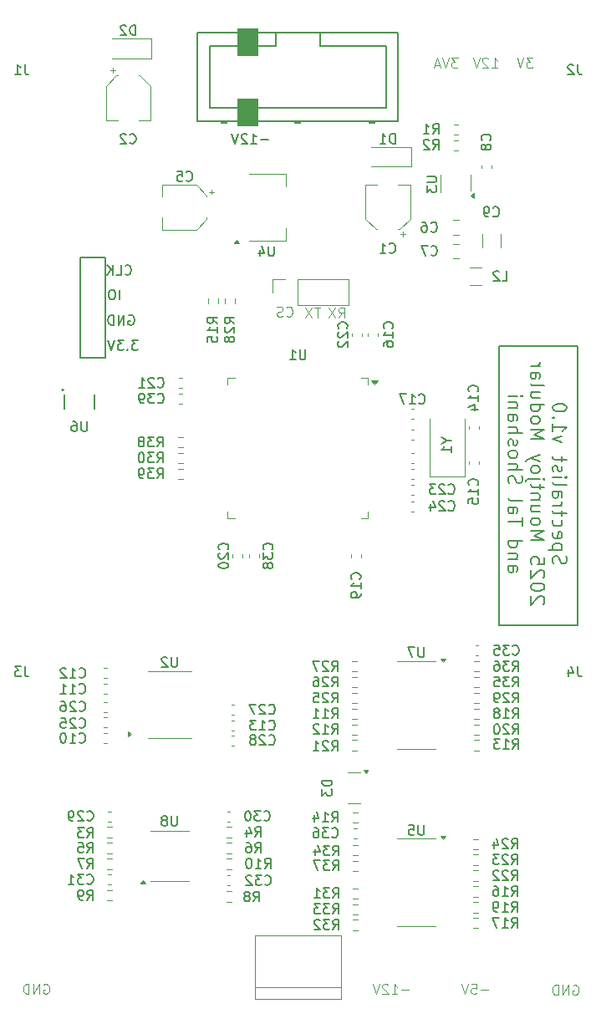
<source format=gbr>
%TF.GenerationSoftware,KiCad,Pcbnew,8.0.8*%
%TF.CreationDate,2025-01-17T17:44:18+00:00*%
%TF.ProjectId,Spectralist_Components,53706563-7472-4616-9c69-73745f436f6d,rev?*%
%TF.SameCoordinates,Original*%
%TF.FileFunction,Legend,Bot*%
%TF.FilePolarity,Positive*%
%FSLAX46Y46*%
G04 Gerber Fmt 4.6, Leading zero omitted, Abs format (unit mm)*
G04 Created by KiCad (PCBNEW 8.0.8) date 2025-01-17 17:44:18*
%MOMM*%
%LPD*%
G01*
G04 APERTURE LIST*
%ADD10C,0.100000*%
%ADD11C,0.150000*%
%ADD12C,0.200000*%
%ADD13C,0.120000*%
%ADD14C,0.127000*%
G04 APERTURE END LIST*
D10*
X128824687Y-80577180D02*
X128872306Y-80624800D01*
X128872306Y-80624800D02*
X129015163Y-80672419D01*
X129015163Y-80672419D02*
X129110401Y-80672419D01*
X129110401Y-80672419D02*
X129253258Y-80624800D01*
X129253258Y-80624800D02*
X129348496Y-80529561D01*
X129348496Y-80529561D02*
X129396115Y-80434323D01*
X129396115Y-80434323D02*
X129443734Y-80243847D01*
X129443734Y-80243847D02*
X129443734Y-80100990D01*
X129443734Y-80100990D02*
X129396115Y-79910514D01*
X129396115Y-79910514D02*
X129348496Y-79815276D01*
X129348496Y-79815276D02*
X129253258Y-79720038D01*
X129253258Y-79720038D02*
X129110401Y-79672419D01*
X129110401Y-79672419D02*
X129015163Y-79672419D01*
X129015163Y-79672419D02*
X128872306Y-79720038D01*
X128872306Y-79720038D02*
X128824687Y-79767657D01*
X128443734Y-80624800D02*
X128300877Y-80672419D01*
X128300877Y-80672419D02*
X128062782Y-80672419D01*
X128062782Y-80672419D02*
X127967544Y-80624800D01*
X127967544Y-80624800D02*
X127919925Y-80577180D01*
X127919925Y-80577180D02*
X127872306Y-80481942D01*
X127872306Y-80481942D02*
X127872306Y-80386704D01*
X127872306Y-80386704D02*
X127919925Y-80291466D01*
X127919925Y-80291466D02*
X127967544Y-80243847D01*
X127967544Y-80243847D02*
X128062782Y-80196228D01*
X128062782Y-80196228D02*
X128253258Y-80148609D01*
X128253258Y-80148609D02*
X128348496Y-80100990D01*
X128348496Y-80100990D02*
X128396115Y-80053371D01*
X128396115Y-80053371D02*
X128443734Y-79958133D01*
X128443734Y-79958133D02*
X128443734Y-79862895D01*
X128443734Y-79862895D02*
X128396115Y-79767657D01*
X128396115Y-79767657D02*
X128348496Y-79720038D01*
X128348496Y-79720038D02*
X128253258Y-79672419D01*
X128253258Y-79672419D02*
X128015163Y-79672419D01*
X128015163Y-79672419D02*
X127872306Y-79720038D01*
D11*
X150400000Y-83700000D02*
X158300000Y-83700000D01*
X158300000Y-111900000D01*
X150400000Y-111900000D01*
X150400000Y-83700000D01*
D10*
X146190475Y-54472419D02*
X145571428Y-54472419D01*
X145571428Y-54472419D02*
X145904761Y-54853371D01*
X145904761Y-54853371D02*
X145761904Y-54853371D01*
X145761904Y-54853371D02*
X145666666Y-54900990D01*
X145666666Y-54900990D02*
X145619047Y-54948609D01*
X145619047Y-54948609D02*
X145571428Y-55043847D01*
X145571428Y-55043847D02*
X145571428Y-55281942D01*
X145571428Y-55281942D02*
X145619047Y-55377180D01*
X145619047Y-55377180D02*
X145666666Y-55424800D01*
X145666666Y-55424800D02*
X145761904Y-55472419D01*
X145761904Y-55472419D02*
X146047618Y-55472419D01*
X146047618Y-55472419D02*
X146142856Y-55424800D01*
X146142856Y-55424800D02*
X146190475Y-55377180D01*
X145285713Y-54472419D02*
X144952380Y-55472419D01*
X144952380Y-55472419D02*
X144619047Y-54472419D01*
X144333332Y-55186704D02*
X143857142Y-55186704D01*
X144428570Y-55472419D02*
X144095237Y-54472419D01*
X144095237Y-54472419D02*
X143761904Y-55472419D01*
X149619047Y-55472419D02*
X150190475Y-55472419D01*
X149904761Y-55472419D02*
X149904761Y-54472419D01*
X149904761Y-54472419D02*
X149999999Y-54615276D01*
X149999999Y-54615276D02*
X150095237Y-54710514D01*
X150095237Y-54710514D02*
X150190475Y-54758133D01*
X149238094Y-54567657D02*
X149190475Y-54520038D01*
X149190475Y-54520038D02*
X149095237Y-54472419D01*
X149095237Y-54472419D02*
X148857142Y-54472419D01*
X148857142Y-54472419D02*
X148761904Y-54520038D01*
X148761904Y-54520038D02*
X148714285Y-54567657D01*
X148714285Y-54567657D02*
X148666666Y-54662895D01*
X148666666Y-54662895D02*
X148666666Y-54758133D01*
X148666666Y-54758133D02*
X148714285Y-54900990D01*
X148714285Y-54900990D02*
X149285713Y-55472419D01*
X149285713Y-55472419D02*
X148666666Y-55472419D01*
X148380951Y-54472419D02*
X148047618Y-55472419D01*
X148047618Y-55472419D02*
X147714285Y-54472419D01*
X104261904Y-148320038D02*
X104357142Y-148272419D01*
X104357142Y-148272419D02*
X104499999Y-148272419D01*
X104499999Y-148272419D02*
X104642856Y-148320038D01*
X104642856Y-148320038D02*
X104738094Y-148415276D01*
X104738094Y-148415276D02*
X104785713Y-148510514D01*
X104785713Y-148510514D02*
X104833332Y-148700990D01*
X104833332Y-148700990D02*
X104833332Y-148843847D01*
X104833332Y-148843847D02*
X104785713Y-149034323D01*
X104785713Y-149034323D02*
X104738094Y-149129561D01*
X104738094Y-149129561D02*
X104642856Y-149224800D01*
X104642856Y-149224800D02*
X104499999Y-149272419D01*
X104499999Y-149272419D02*
X104404761Y-149272419D01*
X104404761Y-149272419D02*
X104261904Y-149224800D01*
X104261904Y-149224800D02*
X104214285Y-149177180D01*
X104214285Y-149177180D02*
X104214285Y-148843847D01*
X104214285Y-148843847D02*
X104404761Y-148843847D01*
X103785713Y-149272419D02*
X103785713Y-148272419D01*
X103785713Y-148272419D02*
X103214285Y-149272419D01*
X103214285Y-149272419D02*
X103214285Y-148272419D01*
X102738094Y-149272419D02*
X102738094Y-148272419D01*
X102738094Y-148272419D02*
X102499999Y-148272419D01*
X102499999Y-148272419D02*
X102357142Y-148320038D01*
X102357142Y-148320038D02*
X102261904Y-148415276D01*
X102261904Y-148415276D02*
X102214285Y-148510514D01*
X102214285Y-148510514D02*
X102166666Y-148700990D01*
X102166666Y-148700990D02*
X102166666Y-148843847D01*
X102166666Y-148843847D02*
X102214285Y-149034323D01*
X102214285Y-149034323D02*
X102261904Y-149129561D01*
X102261904Y-149129561D02*
X102357142Y-149224800D01*
X102357142Y-149224800D02*
X102499999Y-149272419D01*
X102499999Y-149272419D02*
X102738094Y-149272419D01*
D11*
X102333333Y-55154819D02*
X102333333Y-55869104D01*
X102333333Y-55869104D02*
X102380952Y-56011961D01*
X102380952Y-56011961D02*
X102476190Y-56107200D01*
X102476190Y-56107200D02*
X102619047Y-56154819D01*
X102619047Y-56154819D02*
X102714285Y-56154819D01*
X101333333Y-56154819D02*
X101904761Y-56154819D01*
X101619047Y-56154819D02*
X101619047Y-55154819D01*
X101619047Y-55154819D02*
X101714285Y-55297676D01*
X101714285Y-55297676D02*
X101809523Y-55392914D01*
X101809523Y-55392914D02*
X101904761Y-55440533D01*
D12*
X155883322Y-105700000D02*
X155816655Y-105500000D01*
X155816655Y-105500000D02*
X155816655Y-105166667D01*
X155816655Y-105166667D02*
X155883322Y-105033333D01*
X155883322Y-105033333D02*
X155949988Y-104966667D01*
X155949988Y-104966667D02*
X156083322Y-104900000D01*
X156083322Y-104900000D02*
X156216655Y-104900000D01*
X156216655Y-104900000D02*
X156349988Y-104966667D01*
X156349988Y-104966667D02*
X156416655Y-105033333D01*
X156416655Y-105033333D02*
X156483322Y-105166667D01*
X156483322Y-105166667D02*
X156549988Y-105433333D01*
X156549988Y-105433333D02*
X156616655Y-105566667D01*
X156616655Y-105566667D02*
X156683322Y-105633333D01*
X156683322Y-105633333D02*
X156816655Y-105700000D01*
X156816655Y-105700000D02*
X156949988Y-105700000D01*
X156949988Y-105700000D02*
X157083322Y-105633333D01*
X157083322Y-105633333D02*
X157149988Y-105566667D01*
X157149988Y-105566667D02*
X157216655Y-105433333D01*
X157216655Y-105433333D02*
X157216655Y-105100000D01*
X157216655Y-105100000D02*
X157149988Y-104900000D01*
X156749988Y-104300000D02*
X155349988Y-104300000D01*
X156683322Y-104300000D02*
X156749988Y-104166667D01*
X156749988Y-104166667D02*
X156749988Y-103900000D01*
X156749988Y-103900000D02*
X156683322Y-103766667D01*
X156683322Y-103766667D02*
X156616655Y-103700000D01*
X156616655Y-103700000D02*
X156483322Y-103633334D01*
X156483322Y-103633334D02*
X156083322Y-103633334D01*
X156083322Y-103633334D02*
X155949988Y-103700000D01*
X155949988Y-103700000D02*
X155883322Y-103766667D01*
X155883322Y-103766667D02*
X155816655Y-103900000D01*
X155816655Y-103900000D02*
X155816655Y-104166667D01*
X155816655Y-104166667D02*
X155883322Y-104300000D01*
X155883322Y-102500000D02*
X155816655Y-102633333D01*
X155816655Y-102633333D02*
X155816655Y-102900000D01*
X155816655Y-102900000D02*
X155883322Y-103033333D01*
X155883322Y-103033333D02*
X156016655Y-103100000D01*
X156016655Y-103100000D02*
X156549988Y-103100000D01*
X156549988Y-103100000D02*
X156683322Y-103033333D01*
X156683322Y-103033333D02*
X156749988Y-102900000D01*
X156749988Y-102900000D02*
X156749988Y-102633333D01*
X156749988Y-102633333D02*
X156683322Y-102500000D01*
X156683322Y-102500000D02*
X156549988Y-102433333D01*
X156549988Y-102433333D02*
X156416655Y-102433333D01*
X156416655Y-102433333D02*
X156283322Y-103100000D01*
X155883322Y-101233333D02*
X155816655Y-101366667D01*
X155816655Y-101366667D02*
X155816655Y-101633333D01*
X155816655Y-101633333D02*
X155883322Y-101766667D01*
X155883322Y-101766667D02*
X155949988Y-101833333D01*
X155949988Y-101833333D02*
X156083322Y-101900000D01*
X156083322Y-101900000D02*
X156483322Y-101900000D01*
X156483322Y-101900000D02*
X156616655Y-101833333D01*
X156616655Y-101833333D02*
X156683322Y-101766667D01*
X156683322Y-101766667D02*
X156749988Y-101633333D01*
X156749988Y-101633333D02*
X156749988Y-101366667D01*
X156749988Y-101366667D02*
X156683322Y-101233333D01*
X156749988Y-100833333D02*
X156749988Y-100300000D01*
X157216655Y-100633333D02*
X156016655Y-100633333D01*
X156016655Y-100633333D02*
X155883322Y-100566667D01*
X155883322Y-100566667D02*
X155816655Y-100433333D01*
X155816655Y-100433333D02*
X155816655Y-100300000D01*
X155816655Y-99833333D02*
X156749988Y-99833333D01*
X156483322Y-99833333D02*
X156616655Y-99766667D01*
X156616655Y-99766667D02*
X156683322Y-99700000D01*
X156683322Y-99700000D02*
X156749988Y-99566667D01*
X156749988Y-99566667D02*
X156749988Y-99433333D01*
X155816655Y-98366666D02*
X156549988Y-98366666D01*
X156549988Y-98366666D02*
X156683322Y-98433333D01*
X156683322Y-98433333D02*
X156749988Y-98566666D01*
X156749988Y-98566666D02*
X156749988Y-98833333D01*
X156749988Y-98833333D02*
X156683322Y-98966666D01*
X155883322Y-98366666D02*
X155816655Y-98500000D01*
X155816655Y-98500000D02*
X155816655Y-98833333D01*
X155816655Y-98833333D02*
X155883322Y-98966666D01*
X155883322Y-98966666D02*
X156016655Y-99033333D01*
X156016655Y-99033333D02*
X156149988Y-99033333D01*
X156149988Y-99033333D02*
X156283322Y-98966666D01*
X156283322Y-98966666D02*
X156349988Y-98833333D01*
X156349988Y-98833333D02*
X156349988Y-98500000D01*
X156349988Y-98500000D02*
X156416655Y-98366666D01*
X155816655Y-97499999D02*
X155883322Y-97633333D01*
X155883322Y-97633333D02*
X156016655Y-97699999D01*
X156016655Y-97699999D02*
X157216655Y-97699999D01*
X155816655Y-96966666D02*
X156749988Y-96966666D01*
X157216655Y-96966666D02*
X157149988Y-97033333D01*
X157149988Y-97033333D02*
X157083322Y-96966666D01*
X157083322Y-96966666D02*
X157149988Y-96900000D01*
X157149988Y-96900000D02*
X157216655Y-96966666D01*
X157216655Y-96966666D02*
X157083322Y-96966666D01*
X155883322Y-96366666D02*
X155816655Y-96233333D01*
X155816655Y-96233333D02*
X155816655Y-95966666D01*
X155816655Y-95966666D02*
X155883322Y-95833333D01*
X155883322Y-95833333D02*
X156016655Y-95766666D01*
X156016655Y-95766666D02*
X156083322Y-95766666D01*
X156083322Y-95766666D02*
X156216655Y-95833333D01*
X156216655Y-95833333D02*
X156283322Y-95966666D01*
X156283322Y-95966666D02*
X156283322Y-96166666D01*
X156283322Y-96166666D02*
X156349988Y-96299999D01*
X156349988Y-96299999D02*
X156483322Y-96366666D01*
X156483322Y-96366666D02*
X156549988Y-96366666D01*
X156549988Y-96366666D02*
X156683322Y-96299999D01*
X156683322Y-96299999D02*
X156749988Y-96166666D01*
X156749988Y-96166666D02*
X156749988Y-95966666D01*
X156749988Y-95966666D02*
X156683322Y-95833333D01*
X156749988Y-95366666D02*
X156749988Y-94833333D01*
X157216655Y-95166666D02*
X156016655Y-95166666D01*
X156016655Y-95166666D02*
X155883322Y-95100000D01*
X155883322Y-95100000D02*
X155816655Y-94966666D01*
X155816655Y-94966666D02*
X155816655Y-94833333D01*
X156749988Y-93433333D02*
X155816655Y-93099999D01*
X155816655Y-93099999D02*
X156749988Y-92766666D01*
X155816655Y-91499999D02*
X155816655Y-92299999D01*
X155816655Y-91899999D02*
X157216655Y-91899999D01*
X157216655Y-91899999D02*
X157016655Y-92033332D01*
X157016655Y-92033332D02*
X156883322Y-92166666D01*
X156883322Y-92166666D02*
X156816655Y-92299999D01*
X155949988Y-90899999D02*
X155883322Y-90833333D01*
X155883322Y-90833333D02*
X155816655Y-90899999D01*
X155816655Y-90899999D02*
X155883322Y-90966666D01*
X155883322Y-90966666D02*
X155949988Y-90899999D01*
X155949988Y-90899999D02*
X155816655Y-90899999D01*
X157216655Y-89966666D02*
X157216655Y-89833332D01*
X157216655Y-89833332D02*
X157149988Y-89699999D01*
X157149988Y-89699999D02*
X157083322Y-89633332D01*
X157083322Y-89633332D02*
X156949988Y-89566666D01*
X156949988Y-89566666D02*
X156683322Y-89499999D01*
X156683322Y-89499999D02*
X156349988Y-89499999D01*
X156349988Y-89499999D02*
X156083322Y-89566666D01*
X156083322Y-89566666D02*
X155949988Y-89633332D01*
X155949988Y-89633332D02*
X155883322Y-89699999D01*
X155883322Y-89699999D02*
X155816655Y-89833332D01*
X155816655Y-89833332D02*
X155816655Y-89966666D01*
X155816655Y-89966666D02*
X155883322Y-90099999D01*
X155883322Y-90099999D02*
X155949988Y-90166666D01*
X155949988Y-90166666D02*
X156083322Y-90233332D01*
X156083322Y-90233332D02*
X156349988Y-90299999D01*
X156349988Y-90299999D02*
X156683322Y-90299999D01*
X156683322Y-90299999D02*
X156949988Y-90233332D01*
X156949988Y-90233332D02*
X157083322Y-90166666D01*
X157083322Y-90166666D02*
X157149988Y-90099999D01*
X157149988Y-90099999D02*
X157216655Y-89966666D01*
X154829400Y-109800001D02*
X154896066Y-109733334D01*
X154896066Y-109733334D02*
X154962733Y-109600001D01*
X154962733Y-109600001D02*
X154962733Y-109266668D01*
X154962733Y-109266668D02*
X154896066Y-109133334D01*
X154896066Y-109133334D02*
X154829400Y-109066668D01*
X154829400Y-109066668D02*
X154696066Y-109000001D01*
X154696066Y-109000001D02*
X154562733Y-109000001D01*
X154562733Y-109000001D02*
X154362733Y-109066668D01*
X154362733Y-109066668D02*
X153562733Y-109866668D01*
X153562733Y-109866668D02*
X153562733Y-109000001D01*
X154962733Y-108133335D02*
X154962733Y-108000001D01*
X154962733Y-108000001D02*
X154896066Y-107866668D01*
X154896066Y-107866668D02*
X154829400Y-107800001D01*
X154829400Y-107800001D02*
X154696066Y-107733335D01*
X154696066Y-107733335D02*
X154429400Y-107666668D01*
X154429400Y-107666668D02*
X154096066Y-107666668D01*
X154096066Y-107666668D02*
X153829400Y-107733335D01*
X153829400Y-107733335D02*
X153696066Y-107800001D01*
X153696066Y-107800001D02*
X153629400Y-107866668D01*
X153629400Y-107866668D02*
X153562733Y-108000001D01*
X153562733Y-108000001D02*
X153562733Y-108133335D01*
X153562733Y-108133335D02*
X153629400Y-108266668D01*
X153629400Y-108266668D02*
X153696066Y-108333335D01*
X153696066Y-108333335D02*
X153829400Y-108400001D01*
X153829400Y-108400001D02*
X154096066Y-108466668D01*
X154096066Y-108466668D02*
X154429400Y-108466668D01*
X154429400Y-108466668D02*
X154696066Y-108400001D01*
X154696066Y-108400001D02*
X154829400Y-108333335D01*
X154829400Y-108333335D02*
X154896066Y-108266668D01*
X154896066Y-108266668D02*
X154962733Y-108133335D01*
X154829400Y-107133335D02*
X154896066Y-107066668D01*
X154896066Y-107066668D02*
X154962733Y-106933335D01*
X154962733Y-106933335D02*
X154962733Y-106600002D01*
X154962733Y-106600002D02*
X154896066Y-106466668D01*
X154896066Y-106466668D02*
X154829400Y-106400002D01*
X154829400Y-106400002D02*
X154696066Y-106333335D01*
X154696066Y-106333335D02*
X154562733Y-106333335D01*
X154562733Y-106333335D02*
X154362733Y-106400002D01*
X154362733Y-106400002D02*
X153562733Y-107200002D01*
X153562733Y-107200002D02*
X153562733Y-106333335D01*
X154962733Y-105066669D02*
X154962733Y-105733335D01*
X154962733Y-105733335D02*
X154296066Y-105800002D01*
X154296066Y-105800002D02*
X154362733Y-105733335D01*
X154362733Y-105733335D02*
X154429400Y-105600002D01*
X154429400Y-105600002D02*
X154429400Y-105266669D01*
X154429400Y-105266669D02*
X154362733Y-105133335D01*
X154362733Y-105133335D02*
X154296066Y-105066669D01*
X154296066Y-105066669D02*
X154162733Y-105000002D01*
X154162733Y-105000002D02*
X153829400Y-105000002D01*
X153829400Y-105000002D02*
X153696066Y-105066669D01*
X153696066Y-105066669D02*
X153629400Y-105133335D01*
X153629400Y-105133335D02*
X153562733Y-105266669D01*
X153562733Y-105266669D02*
X153562733Y-105600002D01*
X153562733Y-105600002D02*
X153629400Y-105733335D01*
X153629400Y-105733335D02*
X153696066Y-105800002D01*
X153562733Y-103333335D02*
X154962733Y-103333335D01*
X154962733Y-103333335D02*
X153962733Y-102866669D01*
X153962733Y-102866669D02*
X154962733Y-102400002D01*
X154962733Y-102400002D02*
X153562733Y-102400002D01*
X153562733Y-101533335D02*
X153629400Y-101666669D01*
X153629400Y-101666669D02*
X153696066Y-101733335D01*
X153696066Y-101733335D02*
X153829400Y-101800002D01*
X153829400Y-101800002D02*
X154229400Y-101800002D01*
X154229400Y-101800002D02*
X154362733Y-101733335D01*
X154362733Y-101733335D02*
X154429400Y-101666669D01*
X154429400Y-101666669D02*
X154496066Y-101533335D01*
X154496066Y-101533335D02*
X154496066Y-101333335D01*
X154496066Y-101333335D02*
X154429400Y-101200002D01*
X154429400Y-101200002D02*
X154362733Y-101133335D01*
X154362733Y-101133335D02*
X154229400Y-101066669D01*
X154229400Y-101066669D02*
X153829400Y-101066669D01*
X153829400Y-101066669D02*
X153696066Y-101133335D01*
X153696066Y-101133335D02*
X153629400Y-101200002D01*
X153629400Y-101200002D02*
X153562733Y-101333335D01*
X153562733Y-101333335D02*
X153562733Y-101533335D01*
X154496066Y-99866668D02*
X153562733Y-99866668D01*
X154496066Y-100466668D02*
X153762733Y-100466668D01*
X153762733Y-100466668D02*
X153629400Y-100400002D01*
X153629400Y-100400002D02*
X153562733Y-100266668D01*
X153562733Y-100266668D02*
X153562733Y-100066668D01*
X153562733Y-100066668D02*
X153629400Y-99933335D01*
X153629400Y-99933335D02*
X153696066Y-99866668D01*
X154496066Y-99200001D02*
X153562733Y-99200001D01*
X154362733Y-99200001D02*
X154429400Y-99133335D01*
X154429400Y-99133335D02*
X154496066Y-99000001D01*
X154496066Y-99000001D02*
X154496066Y-98800001D01*
X154496066Y-98800001D02*
X154429400Y-98666668D01*
X154429400Y-98666668D02*
X154296066Y-98600001D01*
X154296066Y-98600001D02*
X153562733Y-98600001D01*
X154496066Y-98133334D02*
X154496066Y-97600001D01*
X154962733Y-97933334D02*
X153762733Y-97933334D01*
X153762733Y-97933334D02*
X153629400Y-97866668D01*
X153629400Y-97866668D02*
X153562733Y-97733334D01*
X153562733Y-97733334D02*
X153562733Y-97600001D01*
X154496066Y-97133334D02*
X153296066Y-97133334D01*
X153296066Y-97133334D02*
X153162733Y-97200001D01*
X153162733Y-97200001D02*
X153096066Y-97333334D01*
X153096066Y-97333334D02*
X153096066Y-97400001D01*
X154962733Y-97133334D02*
X154896066Y-97200001D01*
X154896066Y-97200001D02*
X154829400Y-97133334D01*
X154829400Y-97133334D02*
X154896066Y-97066668D01*
X154896066Y-97066668D02*
X154962733Y-97133334D01*
X154962733Y-97133334D02*
X154829400Y-97133334D01*
X153562733Y-96266667D02*
X153629400Y-96400001D01*
X153629400Y-96400001D02*
X153696066Y-96466667D01*
X153696066Y-96466667D02*
X153829400Y-96533334D01*
X153829400Y-96533334D02*
X154229400Y-96533334D01*
X154229400Y-96533334D02*
X154362733Y-96466667D01*
X154362733Y-96466667D02*
X154429400Y-96400001D01*
X154429400Y-96400001D02*
X154496066Y-96266667D01*
X154496066Y-96266667D02*
X154496066Y-96066667D01*
X154496066Y-96066667D02*
X154429400Y-95933334D01*
X154429400Y-95933334D02*
X154362733Y-95866667D01*
X154362733Y-95866667D02*
X154229400Y-95800001D01*
X154229400Y-95800001D02*
X153829400Y-95800001D01*
X153829400Y-95800001D02*
X153696066Y-95866667D01*
X153696066Y-95866667D02*
X153629400Y-95933334D01*
X153629400Y-95933334D02*
X153562733Y-96066667D01*
X153562733Y-96066667D02*
X153562733Y-96266667D01*
X154496066Y-95333334D02*
X153562733Y-95000000D01*
X154496066Y-94666667D02*
X153562733Y-95000000D01*
X153562733Y-95000000D02*
X153229400Y-95133334D01*
X153229400Y-95133334D02*
X153162733Y-95200000D01*
X153162733Y-95200000D02*
X153096066Y-95333334D01*
X153562733Y-93066666D02*
X154962733Y-93066666D01*
X154962733Y-93066666D02*
X153962733Y-92600000D01*
X153962733Y-92600000D02*
X154962733Y-92133333D01*
X154962733Y-92133333D02*
X153562733Y-92133333D01*
X153562733Y-91266666D02*
X153629400Y-91400000D01*
X153629400Y-91400000D02*
X153696066Y-91466666D01*
X153696066Y-91466666D02*
X153829400Y-91533333D01*
X153829400Y-91533333D02*
X154229400Y-91533333D01*
X154229400Y-91533333D02*
X154362733Y-91466666D01*
X154362733Y-91466666D02*
X154429400Y-91400000D01*
X154429400Y-91400000D02*
X154496066Y-91266666D01*
X154496066Y-91266666D02*
X154496066Y-91066666D01*
X154496066Y-91066666D02*
X154429400Y-90933333D01*
X154429400Y-90933333D02*
X154362733Y-90866666D01*
X154362733Y-90866666D02*
X154229400Y-90800000D01*
X154229400Y-90800000D02*
X153829400Y-90800000D01*
X153829400Y-90800000D02*
X153696066Y-90866666D01*
X153696066Y-90866666D02*
X153629400Y-90933333D01*
X153629400Y-90933333D02*
X153562733Y-91066666D01*
X153562733Y-91066666D02*
X153562733Y-91266666D01*
X153562733Y-89599999D02*
X154962733Y-89599999D01*
X153629400Y-89599999D02*
X153562733Y-89733333D01*
X153562733Y-89733333D02*
X153562733Y-89999999D01*
X153562733Y-89999999D02*
X153629400Y-90133333D01*
X153629400Y-90133333D02*
X153696066Y-90199999D01*
X153696066Y-90199999D02*
X153829400Y-90266666D01*
X153829400Y-90266666D02*
X154229400Y-90266666D01*
X154229400Y-90266666D02*
X154362733Y-90199999D01*
X154362733Y-90199999D02*
X154429400Y-90133333D01*
X154429400Y-90133333D02*
X154496066Y-89999999D01*
X154496066Y-89999999D02*
X154496066Y-89733333D01*
X154496066Y-89733333D02*
X154429400Y-89599999D01*
X154496066Y-88333332D02*
X153562733Y-88333332D01*
X154496066Y-88933332D02*
X153762733Y-88933332D01*
X153762733Y-88933332D02*
X153629400Y-88866666D01*
X153629400Y-88866666D02*
X153562733Y-88733332D01*
X153562733Y-88733332D02*
X153562733Y-88533332D01*
X153562733Y-88533332D02*
X153629400Y-88399999D01*
X153629400Y-88399999D02*
X153696066Y-88333332D01*
X153562733Y-87466665D02*
X153629400Y-87599999D01*
X153629400Y-87599999D02*
X153762733Y-87666665D01*
X153762733Y-87666665D02*
X154962733Y-87666665D01*
X153562733Y-86333332D02*
X154296066Y-86333332D01*
X154296066Y-86333332D02*
X154429400Y-86399999D01*
X154429400Y-86399999D02*
X154496066Y-86533332D01*
X154496066Y-86533332D02*
X154496066Y-86799999D01*
X154496066Y-86799999D02*
X154429400Y-86933332D01*
X153629400Y-86333332D02*
X153562733Y-86466666D01*
X153562733Y-86466666D02*
X153562733Y-86799999D01*
X153562733Y-86799999D02*
X153629400Y-86933332D01*
X153629400Y-86933332D02*
X153762733Y-86999999D01*
X153762733Y-86999999D02*
X153896066Y-86999999D01*
X153896066Y-86999999D02*
X154029400Y-86933332D01*
X154029400Y-86933332D02*
X154096066Y-86799999D01*
X154096066Y-86799999D02*
X154096066Y-86466666D01*
X154096066Y-86466666D02*
X154162733Y-86333332D01*
X153562733Y-85666665D02*
X154496066Y-85666665D01*
X154229400Y-85666665D02*
X154362733Y-85599999D01*
X154362733Y-85599999D02*
X154429400Y-85533332D01*
X154429400Y-85533332D02*
X154496066Y-85399999D01*
X154496066Y-85399999D02*
X154496066Y-85266665D01*
X151308811Y-105900001D02*
X152042144Y-105900001D01*
X152042144Y-105900001D02*
X152175478Y-105966668D01*
X152175478Y-105966668D02*
X152242144Y-106100001D01*
X152242144Y-106100001D02*
X152242144Y-106366668D01*
X152242144Y-106366668D02*
X152175478Y-106500001D01*
X151375478Y-105900001D02*
X151308811Y-106033335D01*
X151308811Y-106033335D02*
X151308811Y-106366668D01*
X151308811Y-106366668D02*
X151375478Y-106500001D01*
X151375478Y-106500001D02*
X151508811Y-106566668D01*
X151508811Y-106566668D02*
X151642144Y-106566668D01*
X151642144Y-106566668D02*
X151775478Y-106500001D01*
X151775478Y-106500001D02*
X151842144Y-106366668D01*
X151842144Y-106366668D02*
X151842144Y-106033335D01*
X151842144Y-106033335D02*
X151908811Y-105900001D01*
X152242144Y-105233334D02*
X151308811Y-105233334D01*
X152108811Y-105233334D02*
X152175478Y-105166668D01*
X152175478Y-105166668D02*
X152242144Y-105033334D01*
X152242144Y-105033334D02*
X152242144Y-104833334D01*
X152242144Y-104833334D02*
X152175478Y-104700001D01*
X152175478Y-104700001D02*
X152042144Y-104633334D01*
X152042144Y-104633334D02*
X151308811Y-104633334D01*
X151308811Y-103366667D02*
X152708811Y-103366667D01*
X151375478Y-103366667D02*
X151308811Y-103500001D01*
X151308811Y-103500001D02*
X151308811Y-103766667D01*
X151308811Y-103766667D02*
X151375478Y-103900001D01*
X151375478Y-103900001D02*
X151442144Y-103966667D01*
X151442144Y-103966667D02*
X151575478Y-104033334D01*
X151575478Y-104033334D02*
X151975478Y-104033334D01*
X151975478Y-104033334D02*
X152108811Y-103966667D01*
X152108811Y-103966667D02*
X152175478Y-103900001D01*
X152175478Y-103900001D02*
X152242144Y-103766667D01*
X152242144Y-103766667D02*
X152242144Y-103500001D01*
X152242144Y-103500001D02*
X152175478Y-103366667D01*
X152708811Y-101833333D02*
X152708811Y-101033333D01*
X151308811Y-101433333D02*
X152708811Y-101433333D01*
X151308811Y-99966666D02*
X152042144Y-99966666D01*
X152042144Y-99966666D02*
X152175478Y-100033333D01*
X152175478Y-100033333D02*
X152242144Y-100166666D01*
X152242144Y-100166666D02*
X152242144Y-100433333D01*
X152242144Y-100433333D02*
X152175478Y-100566666D01*
X151375478Y-99966666D02*
X151308811Y-100100000D01*
X151308811Y-100100000D02*
X151308811Y-100433333D01*
X151308811Y-100433333D02*
X151375478Y-100566666D01*
X151375478Y-100566666D02*
X151508811Y-100633333D01*
X151508811Y-100633333D02*
X151642144Y-100633333D01*
X151642144Y-100633333D02*
X151775478Y-100566666D01*
X151775478Y-100566666D02*
X151842144Y-100433333D01*
X151842144Y-100433333D02*
X151842144Y-100100000D01*
X151842144Y-100100000D02*
X151908811Y-99966666D01*
X151308811Y-99099999D02*
X151375478Y-99233333D01*
X151375478Y-99233333D02*
X151508811Y-99299999D01*
X151508811Y-99299999D02*
X152708811Y-99299999D01*
X151375478Y-97566666D02*
X151308811Y-97366666D01*
X151308811Y-97366666D02*
X151308811Y-97033333D01*
X151308811Y-97033333D02*
X151375478Y-96899999D01*
X151375478Y-96899999D02*
X151442144Y-96833333D01*
X151442144Y-96833333D02*
X151575478Y-96766666D01*
X151575478Y-96766666D02*
X151708811Y-96766666D01*
X151708811Y-96766666D02*
X151842144Y-96833333D01*
X151842144Y-96833333D02*
X151908811Y-96899999D01*
X151908811Y-96899999D02*
X151975478Y-97033333D01*
X151975478Y-97033333D02*
X152042144Y-97299999D01*
X152042144Y-97299999D02*
X152108811Y-97433333D01*
X152108811Y-97433333D02*
X152175478Y-97499999D01*
X152175478Y-97499999D02*
X152308811Y-97566666D01*
X152308811Y-97566666D02*
X152442144Y-97566666D01*
X152442144Y-97566666D02*
X152575478Y-97499999D01*
X152575478Y-97499999D02*
X152642144Y-97433333D01*
X152642144Y-97433333D02*
X152708811Y-97299999D01*
X152708811Y-97299999D02*
X152708811Y-96966666D01*
X152708811Y-96966666D02*
X152642144Y-96766666D01*
X151308811Y-96166666D02*
X152708811Y-96166666D01*
X151308811Y-95566666D02*
X152042144Y-95566666D01*
X152042144Y-95566666D02*
X152175478Y-95633333D01*
X152175478Y-95633333D02*
X152242144Y-95766666D01*
X152242144Y-95766666D02*
X152242144Y-95966666D01*
X152242144Y-95966666D02*
X152175478Y-96100000D01*
X152175478Y-96100000D02*
X152108811Y-96166666D01*
X151308811Y-94699999D02*
X151375478Y-94833333D01*
X151375478Y-94833333D02*
X151442144Y-94899999D01*
X151442144Y-94899999D02*
X151575478Y-94966666D01*
X151575478Y-94966666D02*
X151975478Y-94966666D01*
X151975478Y-94966666D02*
X152108811Y-94899999D01*
X152108811Y-94899999D02*
X152175478Y-94833333D01*
X152175478Y-94833333D02*
X152242144Y-94699999D01*
X152242144Y-94699999D02*
X152242144Y-94499999D01*
X152242144Y-94499999D02*
X152175478Y-94366666D01*
X152175478Y-94366666D02*
X152108811Y-94299999D01*
X152108811Y-94299999D02*
X151975478Y-94233333D01*
X151975478Y-94233333D02*
X151575478Y-94233333D01*
X151575478Y-94233333D02*
X151442144Y-94299999D01*
X151442144Y-94299999D02*
X151375478Y-94366666D01*
X151375478Y-94366666D02*
X151308811Y-94499999D01*
X151308811Y-94499999D02*
X151308811Y-94699999D01*
X151375478Y-93699999D02*
X151308811Y-93566666D01*
X151308811Y-93566666D02*
X151308811Y-93299999D01*
X151308811Y-93299999D02*
X151375478Y-93166666D01*
X151375478Y-93166666D02*
X151508811Y-93099999D01*
X151508811Y-93099999D02*
X151575478Y-93099999D01*
X151575478Y-93099999D02*
X151708811Y-93166666D01*
X151708811Y-93166666D02*
X151775478Y-93299999D01*
X151775478Y-93299999D02*
X151775478Y-93499999D01*
X151775478Y-93499999D02*
X151842144Y-93633332D01*
X151842144Y-93633332D02*
X151975478Y-93699999D01*
X151975478Y-93699999D02*
X152042144Y-93699999D01*
X152042144Y-93699999D02*
X152175478Y-93633332D01*
X152175478Y-93633332D02*
X152242144Y-93499999D01*
X152242144Y-93499999D02*
X152242144Y-93299999D01*
X152242144Y-93299999D02*
X152175478Y-93166666D01*
X151308811Y-92499999D02*
X152708811Y-92499999D01*
X151308811Y-91899999D02*
X152042144Y-91899999D01*
X152042144Y-91899999D02*
X152175478Y-91966666D01*
X152175478Y-91966666D02*
X152242144Y-92099999D01*
X152242144Y-92099999D02*
X152242144Y-92299999D01*
X152242144Y-92299999D02*
X152175478Y-92433333D01*
X152175478Y-92433333D02*
X152108811Y-92499999D01*
X151308811Y-90633332D02*
X152042144Y-90633332D01*
X152042144Y-90633332D02*
X152175478Y-90699999D01*
X152175478Y-90699999D02*
X152242144Y-90833332D01*
X152242144Y-90833332D02*
X152242144Y-91099999D01*
X152242144Y-91099999D02*
X152175478Y-91233332D01*
X151375478Y-90633332D02*
X151308811Y-90766666D01*
X151308811Y-90766666D02*
X151308811Y-91099999D01*
X151308811Y-91099999D02*
X151375478Y-91233332D01*
X151375478Y-91233332D02*
X151508811Y-91299999D01*
X151508811Y-91299999D02*
X151642144Y-91299999D01*
X151642144Y-91299999D02*
X151775478Y-91233332D01*
X151775478Y-91233332D02*
X151842144Y-91099999D01*
X151842144Y-91099999D02*
X151842144Y-90766666D01*
X151842144Y-90766666D02*
X151908811Y-90633332D01*
X152242144Y-89966665D02*
X151308811Y-89966665D01*
X152108811Y-89966665D02*
X152175478Y-89899999D01*
X152175478Y-89899999D02*
X152242144Y-89766665D01*
X152242144Y-89766665D02*
X152242144Y-89566665D01*
X152242144Y-89566665D02*
X152175478Y-89433332D01*
X152175478Y-89433332D02*
X152042144Y-89366665D01*
X152042144Y-89366665D02*
X151308811Y-89366665D01*
X151308811Y-88699998D02*
X152242144Y-88699998D01*
X152708811Y-88699998D02*
X152642144Y-88766665D01*
X152642144Y-88766665D02*
X152575478Y-88699998D01*
X152575478Y-88699998D02*
X152642144Y-88633332D01*
X152642144Y-88633332D02*
X152708811Y-88699998D01*
X152708811Y-88699998D02*
X152575478Y-88699998D01*
D10*
X157861904Y-148420038D02*
X157957142Y-148372419D01*
X157957142Y-148372419D02*
X158099999Y-148372419D01*
X158099999Y-148372419D02*
X158242856Y-148420038D01*
X158242856Y-148420038D02*
X158338094Y-148515276D01*
X158338094Y-148515276D02*
X158385713Y-148610514D01*
X158385713Y-148610514D02*
X158433332Y-148800990D01*
X158433332Y-148800990D02*
X158433332Y-148943847D01*
X158433332Y-148943847D02*
X158385713Y-149134323D01*
X158385713Y-149134323D02*
X158338094Y-149229561D01*
X158338094Y-149229561D02*
X158242856Y-149324800D01*
X158242856Y-149324800D02*
X158099999Y-149372419D01*
X158099999Y-149372419D02*
X158004761Y-149372419D01*
X158004761Y-149372419D02*
X157861904Y-149324800D01*
X157861904Y-149324800D02*
X157814285Y-149277180D01*
X157814285Y-149277180D02*
X157814285Y-148943847D01*
X157814285Y-148943847D02*
X158004761Y-148943847D01*
X157385713Y-149372419D02*
X157385713Y-148372419D01*
X157385713Y-148372419D02*
X156814285Y-149372419D01*
X156814285Y-149372419D02*
X156814285Y-148372419D01*
X156338094Y-149372419D02*
X156338094Y-148372419D01*
X156338094Y-148372419D02*
X156099999Y-148372419D01*
X156099999Y-148372419D02*
X155957142Y-148420038D01*
X155957142Y-148420038D02*
X155861904Y-148515276D01*
X155861904Y-148515276D02*
X155814285Y-148610514D01*
X155814285Y-148610514D02*
X155766666Y-148800990D01*
X155766666Y-148800990D02*
X155766666Y-148943847D01*
X155766666Y-148943847D02*
X155814285Y-149134323D01*
X155814285Y-149134323D02*
X155861904Y-149229561D01*
X155861904Y-149229561D02*
X155957142Y-149324800D01*
X155957142Y-149324800D02*
X156099999Y-149372419D01*
X156099999Y-149372419D02*
X156338094Y-149372419D01*
D11*
X158333333Y-55154819D02*
X158333333Y-55869104D01*
X158333333Y-55869104D02*
X158380952Y-56011961D01*
X158380952Y-56011961D02*
X158476190Y-56107200D01*
X158476190Y-56107200D02*
X158619047Y-56154819D01*
X158619047Y-56154819D02*
X158714285Y-56154819D01*
X157904761Y-55250057D02*
X157857142Y-55202438D01*
X157857142Y-55202438D02*
X157761904Y-55154819D01*
X157761904Y-55154819D02*
X157523809Y-55154819D01*
X157523809Y-55154819D02*
X157428571Y-55202438D01*
X157428571Y-55202438D02*
X157380952Y-55250057D01*
X157380952Y-55250057D02*
X157333333Y-55345295D01*
X157333333Y-55345295D02*
X157333333Y-55440533D01*
X157333333Y-55440533D02*
X157380952Y-55583390D01*
X157380952Y-55583390D02*
X157952380Y-56154819D01*
X157952380Y-56154819D02*
X157333333Y-56154819D01*
D10*
X153761904Y-54472419D02*
X153142857Y-54472419D01*
X153142857Y-54472419D02*
X153476190Y-54853371D01*
X153476190Y-54853371D02*
X153333333Y-54853371D01*
X153333333Y-54853371D02*
X153238095Y-54900990D01*
X153238095Y-54900990D02*
X153190476Y-54948609D01*
X153190476Y-54948609D02*
X153142857Y-55043847D01*
X153142857Y-55043847D02*
X153142857Y-55281942D01*
X153142857Y-55281942D02*
X153190476Y-55377180D01*
X153190476Y-55377180D02*
X153238095Y-55424800D01*
X153238095Y-55424800D02*
X153333333Y-55472419D01*
X153333333Y-55472419D02*
X153619047Y-55472419D01*
X153619047Y-55472419D02*
X153714285Y-55424800D01*
X153714285Y-55424800D02*
X153761904Y-55377180D01*
X152857142Y-54472419D02*
X152523809Y-55472419D01*
X152523809Y-55472419D02*
X152190476Y-54472419D01*
X141261904Y-148891466D02*
X140500000Y-148891466D01*
X139500000Y-149272419D02*
X140071428Y-149272419D01*
X139785714Y-149272419D02*
X139785714Y-148272419D01*
X139785714Y-148272419D02*
X139880952Y-148415276D01*
X139880952Y-148415276D02*
X139976190Y-148510514D01*
X139976190Y-148510514D02*
X140071428Y-148558133D01*
X139119047Y-148367657D02*
X139071428Y-148320038D01*
X139071428Y-148320038D02*
X138976190Y-148272419D01*
X138976190Y-148272419D02*
X138738095Y-148272419D01*
X138738095Y-148272419D02*
X138642857Y-148320038D01*
X138642857Y-148320038D02*
X138595238Y-148367657D01*
X138595238Y-148367657D02*
X138547619Y-148462895D01*
X138547619Y-148462895D02*
X138547619Y-148558133D01*
X138547619Y-148558133D02*
X138595238Y-148700990D01*
X138595238Y-148700990D02*
X139166666Y-149272419D01*
X139166666Y-149272419D02*
X138547619Y-149272419D01*
X138261904Y-148272419D02*
X137928571Y-149272419D01*
X137928571Y-149272419D02*
X137595238Y-148272419D01*
X149285713Y-148891466D02*
X148523809Y-148891466D01*
X147571428Y-148272419D02*
X148047618Y-148272419D01*
X148047618Y-148272419D02*
X148095237Y-148748609D01*
X148095237Y-148748609D02*
X148047618Y-148700990D01*
X148047618Y-148700990D02*
X147952380Y-148653371D01*
X147952380Y-148653371D02*
X147714285Y-148653371D01*
X147714285Y-148653371D02*
X147619047Y-148700990D01*
X147619047Y-148700990D02*
X147571428Y-148748609D01*
X147571428Y-148748609D02*
X147523809Y-148843847D01*
X147523809Y-148843847D02*
X147523809Y-149081942D01*
X147523809Y-149081942D02*
X147571428Y-149177180D01*
X147571428Y-149177180D02*
X147619047Y-149224800D01*
X147619047Y-149224800D02*
X147714285Y-149272419D01*
X147714285Y-149272419D02*
X147952380Y-149272419D01*
X147952380Y-149272419D02*
X148047618Y-149224800D01*
X148047618Y-149224800D02*
X148095237Y-149177180D01*
X147238094Y-148272419D02*
X146904761Y-149272419D01*
X146904761Y-149272419D02*
X146571428Y-148272419D01*
X132238972Y-79772419D02*
X131667544Y-79772419D01*
X131953258Y-80772419D02*
X131953258Y-79772419D01*
X131429448Y-79772419D02*
X130762782Y-80772419D01*
X130762782Y-79772419D02*
X131429448Y-80772419D01*
X134124687Y-80772419D02*
X134458020Y-80296228D01*
X134696115Y-80772419D02*
X134696115Y-79772419D01*
X134696115Y-79772419D02*
X134315163Y-79772419D01*
X134315163Y-79772419D02*
X134219925Y-79820038D01*
X134219925Y-79820038D02*
X134172306Y-79867657D01*
X134172306Y-79867657D02*
X134124687Y-79962895D01*
X134124687Y-79962895D02*
X134124687Y-80105752D01*
X134124687Y-80105752D02*
X134172306Y-80200990D01*
X134172306Y-80200990D02*
X134219925Y-80248609D01*
X134219925Y-80248609D02*
X134315163Y-80296228D01*
X134315163Y-80296228D02*
X134696115Y-80296228D01*
X133791353Y-79772419D02*
X133124687Y-80772419D01*
X133124687Y-79772419D02*
X133791353Y-80772419D01*
D11*
X158333333Y-116124819D02*
X158333333Y-116839104D01*
X158333333Y-116839104D02*
X158380952Y-116981961D01*
X158380952Y-116981961D02*
X158476190Y-117077200D01*
X158476190Y-117077200D02*
X158619047Y-117124819D01*
X158619047Y-117124819D02*
X158714285Y-117124819D01*
X157428571Y-116458152D02*
X157428571Y-117124819D01*
X157666666Y-116077200D02*
X157904761Y-116791485D01*
X157904761Y-116791485D02*
X157285714Y-116791485D01*
X102333333Y-116124819D02*
X102333333Y-116839104D01*
X102333333Y-116839104D02*
X102380952Y-116981961D01*
X102380952Y-116981961D02*
X102476190Y-117077200D01*
X102476190Y-117077200D02*
X102619047Y-117124819D01*
X102619047Y-117124819D02*
X102714285Y-117124819D01*
X101952380Y-116124819D02*
X101333333Y-116124819D01*
X101333333Y-116124819D02*
X101666666Y-116505771D01*
X101666666Y-116505771D02*
X101523809Y-116505771D01*
X101523809Y-116505771D02*
X101428571Y-116553390D01*
X101428571Y-116553390D02*
X101380952Y-116601009D01*
X101380952Y-116601009D02*
X101333333Y-116696247D01*
X101333333Y-116696247D02*
X101333333Y-116934342D01*
X101333333Y-116934342D02*
X101380952Y-117029580D01*
X101380952Y-117029580D02*
X101428571Y-117077200D01*
X101428571Y-117077200D02*
X101523809Y-117124819D01*
X101523809Y-117124819D02*
X101809523Y-117124819D01*
X101809523Y-117124819D02*
X101904761Y-117077200D01*
X101904761Y-117077200D02*
X101952380Y-117029580D01*
X115742857Y-97054819D02*
X116076190Y-96578628D01*
X116314285Y-97054819D02*
X116314285Y-96054819D01*
X116314285Y-96054819D02*
X115933333Y-96054819D01*
X115933333Y-96054819D02*
X115838095Y-96102438D01*
X115838095Y-96102438D02*
X115790476Y-96150057D01*
X115790476Y-96150057D02*
X115742857Y-96245295D01*
X115742857Y-96245295D02*
X115742857Y-96388152D01*
X115742857Y-96388152D02*
X115790476Y-96483390D01*
X115790476Y-96483390D02*
X115838095Y-96531009D01*
X115838095Y-96531009D02*
X115933333Y-96578628D01*
X115933333Y-96578628D02*
X116314285Y-96578628D01*
X115409523Y-96054819D02*
X114790476Y-96054819D01*
X114790476Y-96054819D02*
X115123809Y-96435771D01*
X115123809Y-96435771D02*
X114980952Y-96435771D01*
X114980952Y-96435771D02*
X114885714Y-96483390D01*
X114885714Y-96483390D02*
X114838095Y-96531009D01*
X114838095Y-96531009D02*
X114790476Y-96626247D01*
X114790476Y-96626247D02*
X114790476Y-96864342D01*
X114790476Y-96864342D02*
X114838095Y-96959580D01*
X114838095Y-96959580D02*
X114885714Y-97007200D01*
X114885714Y-97007200D02*
X114980952Y-97054819D01*
X114980952Y-97054819D02*
X115266666Y-97054819D01*
X115266666Y-97054819D02*
X115361904Y-97007200D01*
X115361904Y-97007200D02*
X115409523Y-96959580D01*
X114314285Y-97054819D02*
X114123809Y-97054819D01*
X114123809Y-97054819D02*
X114028571Y-97007200D01*
X114028571Y-97007200D02*
X113980952Y-96959580D01*
X113980952Y-96959580D02*
X113885714Y-96816723D01*
X113885714Y-96816723D02*
X113838095Y-96626247D01*
X113838095Y-96626247D02*
X113838095Y-96245295D01*
X113838095Y-96245295D02*
X113885714Y-96150057D01*
X113885714Y-96150057D02*
X113933333Y-96102438D01*
X113933333Y-96102438D02*
X114028571Y-96054819D01*
X114028571Y-96054819D02*
X114219047Y-96054819D01*
X114219047Y-96054819D02*
X114314285Y-96102438D01*
X114314285Y-96102438D02*
X114361904Y-96150057D01*
X114361904Y-96150057D02*
X114409523Y-96245295D01*
X114409523Y-96245295D02*
X114409523Y-96483390D01*
X114409523Y-96483390D02*
X114361904Y-96578628D01*
X114361904Y-96578628D02*
X114314285Y-96626247D01*
X114314285Y-96626247D02*
X114219047Y-96673866D01*
X114219047Y-96673866D02*
X114028571Y-96673866D01*
X114028571Y-96673866D02*
X113933333Y-96626247D01*
X113933333Y-96626247D02*
X113885714Y-96578628D01*
X113885714Y-96578628D02*
X113838095Y-96483390D01*
X133454819Y-127661905D02*
X132454819Y-127661905D01*
X132454819Y-127661905D02*
X132454819Y-127900000D01*
X132454819Y-127900000D02*
X132502438Y-128042857D01*
X132502438Y-128042857D02*
X132597676Y-128138095D01*
X132597676Y-128138095D02*
X132692914Y-128185714D01*
X132692914Y-128185714D02*
X132883390Y-128233333D01*
X132883390Y-128233333D02*
X133026247Y-128233333D01*
X133026247Y-128233333D02*
X133216723Y-128185714D01*
X133216723Y-128185714D02*
X133311961Y-128138095D01*
X133311961Y-128138095D02*
X133407200Y-128042857D01*
X133407200Y-128042857D02*
X133454819Y-127900000D01*
X133454819Y-127900000D02*
X133454819Y-127661905D01*
X132454819Y-128566667D02*
X132454819Y-129185714D01*
X132454819Y-129185714D02*
X132835771Y-128852381D01*
X132835771Y-128852381D02*
X132835771Y-128995238D01*
X132835771Y-128995238D02*
X132883390Y-129090476D01*
X132883390Y-129090476D02*
X132931009Y-129138095D01*
X132931009Y-129138095D02*
X133026247Y-129185714D01*
X133026247Y-129185714D02*
X133264342Y-129185714D01*
X133264342Y-129185714D02*
X133359580Y-129138095D01*
X133359580Y-129138095D02*
X133407200Y-129090476D01*
X133407200Y-129090476D02*
X133454819Y-128995238D01*
X133454819Y-128995238D02*
X133454819Y-128709524D01*
X133454819Y-128709524D02*
X133407200Y-128614286D01*
X133407200Y-128614286D02*
X133359580Y-128566667D01*
X139559580Y-81857142D02*
X139607200Y-81809523D01*
X139607200Y-81809523D02*
X139654819Y-81666666D01*
X139654819Y-81666666D02*
X139654819Y-81571428D01*
X139654819Y-81571428D02*
X139607200Y-81428571D01*
X139607200Y-81428571D02*
X139511961Y-81333333D01*
X139511961Y-81333333D02*
X139416723Y-81285714D01*
X139416723Y-81285714D02*
X139226247Y-81238095D01*
X139226247Y-81238095D02*
X139083390Y-81238095D01*
X139083390Y-81238095D02*
X138892914Y-81285714D01*
X138892914Y-81285714D02*
X138797676Y-81333333D01*
X138797676Y-81333333D02*
X138702438Y-81428571D01*
X138702438Y-81428571D02*
X138654819Y-81571428D01*
X138654819Y-81571428D02*
X138654819Y-81666666D01*
X138654819Y-81666666D02*
X138702438Y-81809523D01*
X138702438Y-81809523D02*
X138750057Y-81857142D01*
X139654819Y-82809523D02*
X139654819Y-82238095D01*
X139654819Y-82523809D02*
X138654819Y-82523809D01*
X138654819Y-82523809D02*
X138797676Y-82428571D01*
X138797676Y-82428571D02*
X138892914Y-82333333D01*
X138892914Y-82333333D02*
X138940533Y-82238095D01*
X138654819Y-83666666D02*
X138654819Y-83476190D01*
X138654819Y-83476190D02*
X138702438Y-83380952D01*
X138702438Y-83380952D02*
X138750057Y-83333333D01*
X138750057Y-83333333D02*
X138892914Y-83238095D01*
X138892914Y-83238095D02*
X139083390Y-83190476D01*
X139083390Y-83190476D02*
X139464342Y-83190476D01*
X139464342Y-83190476D02*
X139559580Y-83238095D01*
X139559580Y-83238095D02*
X139607200Y-83285714D01*
X139607200Y-83285714D02*
X139654819Y-83380952D01*
X139654819Y-83380952D02*
X139654819Y-83571428D01*
X139654819Y-83571428D02*
X139607200Y-83666666D01*
X139607200Y-83666666D02*
X139559580Y-83714285D01*
X139559580Y-83714285D02*
X139464342Y-83761904D01*
X139464342Y-83761904D02*
X139226247Y-83761904D01*
X139226247Y-83761904D02*
X139131009Y-83714285D01*
X139131009Y-83714285D02*
X139083390Y-83666666D01*
X139083390Y-83666666D02*
X139035771Y-83571428D01*
X139035771Y-83571428D02*
X139035771Y-83380952D01*
X139035771Y-83380952D02*
X139083390Y-83285714D01*
X139083390Y-83285714D02*
X139131009Y-83238095D01*
X139131009Y-83238095D02*
X139226247Y-83190476D01*
X115792857Y-87759580D02*
X115840476Y-87807200D01*
X115840476Y-87807200D02*
X115983333Y-87854819D01*
X115983333Y-87854819D02*
X116078571Y-87854819D01*
X116078571Y-87854819D02*
X116221428Y-87807200D01*
X116221428Y-87807200D02*
X116316666Y-87711961D01*
X116316666Y-87711961D02*
X116364285Y-87616723D01*
X116364285Y-87616723D02*
X116411904Y-87426247D01*
X116411904Y-87426247D02*
X116411904Y-87283390D01*
X116411904Y-87283390D02*
X116364285Y-87092914D01*
X116364285Y-87092914D02*
X116316666Y-86997676D01*
X116316666Y-86997676D02*
X116221428Y-86902438D01*
X116221428Y-86902438D02*
X116078571Y-86854819D01*
X116078571Y-86854819D02*
X115983333Y-86854819D01*
X115983333Y-86854819D02*
X115840476Y-86902438D01*
X115840476Y-86902438D02*
X115792857Y-86950057D01*
X115411904Y-86950057D02*
X115364285Y-86902438D01*
X115364285Y-86902438D02*
X115269047Y-86854819D01*
X115269047Y-86854819D02*
X115030952Y-86854819D01*
X115030952Y-86854819D02*
X114935714Y-86902438D01*
X114935714Y-86902438D02*
X114888095Y-86950057D01*
X114888095Y-86950057D02*
X114840476Y-87045295D01*
X114840476Y-87045295D02*
X114840476Y-87140533D01*
X114840476Y-87140533D02*
X114888095Y-87283390D01*
X114888095Y-87283390D02*
X115459523Y-87854819D01*
X115459523Y-87854819D02*
X114840476Y-87854819D01*
X113888095Y-87854819D02*
X114459523Y-87854819D01*
X114173809Y-87854819D02*
X114173809Y-86854819D01*
X114173809Y-86854819D02*
X114269047Y-86997676D01*
X114269047Y-86997676D02*
X114364285Y-87092914D01*
X114364285Y-87092914D02*
X114459523Y-87140533D01*
X139266666Y-74139580D02*
X139314285Y-74187200D01*
X139314285Y-74187200D02*
X139457142Y-74234819D01*
X139457142Y-74234819D02*
X139552380Y-74234819D01*
X139552380Y-74234819D02*
X139695237Y-74187200D01*
X139695237Y-74187200D02*
X139790475Y-74091961D01*
X139790475Y-74091961D02*
X139838094Y-73996723D01*
X139838094Y-73996723D02*
X139885713Y-73806247D01*
X139885713Y-73806247D02*
X139885713Y-73663390D01*
X139885713Y-73663390D02*
X139838094Y-73472914D01*
X139838094Y-73472914D02*
X139790475Y-73377676D01*
X139790475Y-73377676D02*
X139695237Y-73282438D01*
X139695237Y-73282438D02*
X139552380Y-73234819D01*
X139552380Y-73234819D02*
X139457142Y-73234819D01*
X139457142Y-73234819D02*
X139314285Y-73282438D01*
X139314285Y-73282438D02*
X139266666Y-73330057D01*
X138314285Y-74234819D02*
X138885713Y-74234819D01*
X138599999Y-74234819D02*
X138599999Y-73234819D01*
X138599999Y-73234819D02*
X138695237Y-73377676D01*
X138695237Y-73377676D02*
X138790475Y-73472914D01*
X138790475Y-73472914D02*
X138885713Y-73520533D01*
X134929580Y-81857142D02*
X134977200Y-81809523D01*
X134977200Y-81809523D02*
X135024819Y-81666666D01*
X135024819Y-81666666D02*
X135024819Y-81571428D01*
X135024819Y-81571428D02*
X134977200Y-81428571D01*
X134977200Y-81428571D02*
X134881961Y-81333333D01*
X134881961Y-81333333D02*
X134786723Y-81285714D01*
X134786723Y-81285714D02*
X134596247Y-81238095D01*
X134596247Y-81238095D02*
X134453390Y-81238095D01*
X134453390Y-81238095D02*
X134262914Y-81285714D01*
X134262914Y-81285714D02*
X134167676Y-81333333D01*
X134167676Y-81333333D02*
X134072438Y-81428571D01*
X134072438Y-81428571D02*
X134024819Y-81571428D01*
X134024819Y-81571428D02*
X134024819Y-81666666D01*
X134024819Y-81666666D02*
X134072438Y-81809523D01*
X134072438Y-81809523D02*
X134120057Y-81857142D01*
X134120057Y-82238095D02*
X134072438Y-82285714D01*
X134072438Y-82285714D02*
X134024819Y-82380952D01*
X134024819Y-82380952D02*
X134024819Y-82619047D01*
X134024819Y-82619047D02*
X134072438Y-82714285D01*
X134072438Y-82714285D02*
X134120057Y-82761904D01*
X134120057Y-82761904D02*
X134215295Y-82809523D01*
X134215295Y-82809523D02*
X134310533Y-82809523D01*
X134310533Y-82809523D02*
X134453390Y-82761904D01*
X134453390Y-82761904D02*
X135024819Y-82190476D01*
X135024819Y-82190476D02*
X135024819Y-82809523D01*
X134120057Y-83190476D02*
X134072438Y-83238095D01*
X134072438Y-83238095D02*
X134024819Y-83333333D01*
X134024819Y-83333333D02*
X134024819Y-83571428D01*
X134024819Y-83571428D02*
X134072438Y-83666666D01*
X134072438Y-83666666D02*
X134120057Y-83714285D01*
X134120057Y-83714285D02*
X134215295Y-83761904D01*
X134215295Y-83761904D02*
X134310533Y-83761904D01*
X134310533Y-83761904D02*
X134453390Y-83714285D01*
X134453390Y-83714285D02*
X135024819Y-83142857D01*
X135024819Y-83142857D02*
X135024819Y-83761904D01*
X107842857Y-118759580D02*
X107890476Y-118807200D01*
X107890476Y-118807200D02*
X108033333Y-118854819D01*
X108033333Y-118854819D02*
X108128571Y-118854819D01*
X108128571Y-118854819D02*
X108271428Y-118807200D01*
X108271428Y-118807200D02*
X108366666Y-118711961D01*
X108366666Y-118711961D02*
X108414285Y-118616723D01*
X108414285Y-118616723D02*
X108461904Y-118426247D01*
X108461904Y-118426247D02*
X108461904Y-118283390D01*
X108461904Y-118283390D02*
X108414285Y-118092914D01*
X108414285Y-118092914D02*
X108366666Y-117997676D01*
X108366666Y-117997676D02*
X108271428Y-117902438D01*
X108271428Y-117902438D02*
X108128571Y-117854819D01*
X108128571Y-117854819D02*
X108033333Y-117854819D01*
X108033333Y-117854819D02*
X107890476Y-117902438D01*
X107890476Y-117902438D02*
X107842857Y-117950057D01*
X106890476Y-118854819D02*
X107461904Y-118854819D01*
X107176190Y-118854819D02*
X107176190Y-117854819D01*
X107176190Y-117854819D02*
X107271428Y-117997676D01*
X107271428Y-117997676D02*
X107366666Y-118092914D01*
X107366666Y-118092914D02*
X107461904Y-118140533D01*
X105938095Y-118854819D02*
X106509523Y-118854819D01*
X106223809Y-118854819D02*
X106223809Y-117854819D01*
X106223809Y-117854819D02*
X106319047Y-117997676D01*
X106319047Y-117997676D02*
X106414285Y-118092914D01*
X106414285Y-118092914D02*
X106509523Y-118140533D01*
X126642857Y-138159580D02*
X126690476Y-138207200D01*
X126690476Y-138207200D02*
X126833333Y-138254819D01*
X126833333Y-138254819D02*
X126928571Y-138254819D01*
X126928571Y-138254819D02*
X127071428Y-138207200D01*
X127071428Y-138207200D02*
X127166666Y-138111961D01*
X127166666Y-138111961D02*
X127214285Y-138016723D01*
X127214285Y-138016723D02*
X127261904Y-137826247D01*
X127261904Y-137826247D02*
X127261904Y-137683390D01*
X127261904Y-137683390D02*
X127214285Y-137492914D01*
X127214285Y-137492914D02*
X127166666Y-137397676D01*
X127166666Y-137397676D02*
X127071428Y-137302438D01*
X127071428Y-137302438D02*
X126928571Y-137254819D01*
X126928571Y-137254819D02*
X126833333Y-137254819D01*
X126833333Y-137254819D02*
X126690476Y-137302438D01*
X126690476Y-137302438D02*
X126642857Y-137350057D01*
X126309523Y-137254819D02*
X125690476Y-137254819D01*
X125690476Y-137254819D02*
X126023809Y-137635771D01*
X126023809Y-137635771D02*
X125880952Y-137635771D01*
X125880952Y-137635771D02*
X125785714Y-137683390D01*
X125785714Y-137683390D02*
X125738095Y-137731009D01*
X125738095Y-137731009D02*
X125690476Y-137826247D01*
X125690476Y-137826247D02*
X125690476Y-138064342D01*
X125690476Y-138064342D02*
X125738095Y-138159580D01*
X125738095Y-138159580D02*
X125785714Y-138207200D01*
X125785714Y-138207200D02*
X125880952Y-138254819D01*
X125880952Y-138254819D02*
X126166666Y-138254819D01*
X126166666Y-138254819D02*
X126261904Y-138207200D01*
X126261904Y-138207200D02*
X126309523Y-138159580D01*
X125309523Y-137350057D02*
X125261904Y-137302438D01*
X125261904Y-137302438D02*
X125166666Y-137254819D01*
X125166666Y-137254819D02*
X124928571Y-137254819D01*
X124928571Y-137254819D02*
X124833333Y-137302438D01*
X124833333Y-137302438D02*
X124785714Y-137350057D01*
X124785714Y-137350057D02*
X124738095Y-137445295D01*
X124738095Y-137445295D02*
X124738095Y-137540533D01*
X124738095Y-137540533D02*
X124785714Y-137683390D01*
X124785714Y-137683390D02*
X125357142Y-138254819D01*
X125357142Y-138254819D02*
X124738095Y-138254819D01*
X149766666Y-70459580D02*
X149814285Y-70507200D01*
X149814285Y-70507200D02*
X149957142Y-70554819D01*
X149957142Y-70554819D02*
X150052380Y-70554819D01*
X150052380Y-70554819D02*
X150195237Y-70507200D01*
X150195237Y-70507200D02*
X150290475Y-70411961D01*
X150290475Y-70411961D02*
X150338094Y-70316723D01*
X150338094Y-70316723D02*
X150385713Y-70126247D01*
X150385713Y-70126247D02*
X150385713Y-69983390D01*
X150385713Y-69983390D02*
X150338094Y-69792914D01*
X150338094Y-69792914D02*
X150290475Y-69697676D01*
X150290475Y-69697676D02*
X150195237Y-69602438D01*
X150195237Y-69602438D02*
X150052380Y-69554819D01*
X150052380Y-69554819D02*
X149957142Y-69554819D01*
X149957142Y-69554819D02*
X149814285Y-69602438D01*
X149814285Y-69602438D02*
X149766666Y-69650057D01*
X149290475Y-70554819D02*
X149099999Y-70554819D01*
X149099999Y-70554819D02*
X149004761Y-70507200D01*
X149004761Y-70507200D02*
X148957142Y-70459580D01*
X148957142Y-70459580D02*
X148861904Y-70316723D01*
X148861904Y-70316723D02*
X148814285Y-70126247D01*
X148814285Y-70126247D02*
X148814285Y-69745295D01*
X148814285Y-69745295D02*
X148861904Y-69650057D01*
X148861904Y-69650057D02*
X148909523Y-69602438D01*
X148909523Y-69602438D02*
X149004761Y-69554819D01*
X149004761Y-69554819D02*
X149195237Y-69554819D01*
X149195237Y-69554819D02*
X149290475Y-69602438D01*
X149290475Y-69602438D02*
X149338094Y-69650057D01*
X149338094Y-69650057D02*
X149385713Y-69745295D01*
X149385713Y-69745295D02*
X149385713Y-69983390D01*
X149385713Y-69983390D02*
X149338094Y-70078628D01*
X149338094Y-70078628D02*
X149290475Y-70126247D01*
X149290475Y-70126247D02*
X149195237Y-70173866D01*
X149195237Y-70173866D02*
X149004761Y-70173866D01*
X149004761Y-70173866D02*
X148909523Y-70126247D01*
X148909523Y-70126247D02*
X148861904Y-70078628D01*
X148861904Y-70078628D02*
X148814285Y-69983390D01*
X133442857Y-119754819D02*
X133776190Y-119278628D01*
X134014285Y-119754819D02*
X134014285Y-118754819D01*
X134014285Y-118754819D02*
X133633333Y-118754819D01*
X133633333Y-118754819D02*
X133538095Y-118802438D01*
X133538095Y-118802438D02*
X133490476Y-118850057D01*
X133490476Y-118850057D02*
X133442857Y-118945295D01*
X133442857Y-118945295D02*
X133442857Y-119088152D01*
X133442857Y-119088152D02*
X133490476Y-119183390D01*
X133490476Y-119183390D02*
X133538095Y-119231009D01*
X133538095Y-119231009D02*
X133633333Y-119278628D01*
X133633333Y-119278628D02*
X134014285Y-119278628D01*
X133061904Y-118850057D02*
X133014285Y-118802438D01*
X133014285Y-118802438D02*
X132919047Y-118754819D01*
X132919047Y-118754819D02*
X132680952Y-118754819D01*
X132680952Y-118754819D02*
X132585714Y-118802438D01*
X132585714Y-118802438D02*
X132538095Y-118850057D01*
X132538095Y-118850057D02*
X132490476Y-118945295D01*
X132490476Y-118945295D02*
X132490476Y-119040533D01*
X132490476Y-119040533D02*
X132538095Y-119183390D01*
X132538095Y-119183390D02*
X133109523Y-119754819D01*
X133109523Y-119754819D02*
X132490476Y-119754819D01*
X131585714Y-118754819D02*
X132061904Y-118754819D01*
X132061904Y-118754819D02*
X132109523Y-119231009D01*
X132109523Y-119231009D02*
X132061904Y-119183390D01*
X132061904Y-119183390D02*
X131966666Y-119135771D01*
X131966666Y-119135771D02*
X131728571Y-119135771D01*
X131728571Y-119135771D02*
X131633333Y-119183390D01*
X131633333Y-119183390D02*
X131585714Y-119231009D01*
X131585714Y-119231009D02*
X131538095Y-119326247D01*
X131538095Y-119326247D02*
X131538095Y-119564342D01*
X131538095Y-119564342D02*
X131585714Y-119659580D01*
X131585714Y-119659580D02*
X131633333Y-119707200D01*
X131633333Y-119707200D02*
X131728571Y-119754819D01*
X131728571Y-119754819D02*
X131966666Y-119754819D01*
X131966666Y-119754819D02*
X132061904Y-119707200D01*
X132061904Y-119707200D02*
X132109523Y-119659580D01*
X122859580Y-104257142D02*
X122907200Y-104209523D01*
X122907200Y-104209523D02*
X122954819Y-104066666D01*
X122954819Y-104066666D02*
X122954819Y-103971428D01*
X122954819Y-103971428D02*
X122907200Y-103828571D01*
X122907200Y-103828571D02*
X122811961Y-103733333D01*
X122811961Y-103733333D02*
X122716723Y-103685714D01*
X122716723Y-103685714D02*
X122526247Y-103638095D01*
X122526247Y-103638095D02*
X122383390Y-103638095D01*
X122383390Y-103638095D02*
X122192914Y-103685714D01*
X122192914Y-103685714D02*
X122097676Y-103733333D01*
X122097676Y-103733333D02*
X122002438Y-103828571D01*
X122002438Y-103828571D02*
X121954819Y-103971428D01*
X121954819Y-103971428D02*
X121954819Y-104066666D01*
X121954819Y-104066666D02*
X122002438Y-104209523D01*
X122002438Y-104209523D02*
X122050057Y-104257142D01*
X122050057Y-104638095D02*
X122002438Y-104685714D01*
X122002438Y-104685714D02*
X121954819Y-104780952D01*
X121954819Y-104780952D02*
X121954819Y-105019047D01*
X121954819Y-105019047D02*
X122002438Y-105114285D01*
X122002438Y-105114285D02*
X122050057Y-105161904D01*
X122050057Y-105161904D02*
X122145295Y-105209523D01*
X122145295Y-105209523D02*
X122240533Y-105209523D01*
X122240533Y-105209523D02*
X122383390Y-105161904D01*
X122383390Y-105161904D02*
X122954819Y-104590476D01*
X122954819Y-104590476D02*
X122954819Y-105209523D01*
X121954819Y-105828571D02*
X121954819Y-105923809D01*
X121954819Y-105923809D02*
X122002438Y-106019047D01*
X122002438Y-106019047D02*
X122050057Y-106066666D01*
X122050057Y-106066666D02*
X122145295Y-106114285D01*
X122145295Y-106114285D02*
X122335771Y-106161904D01*
X122335771Y-106161904D02*
X122573866Y-106161904D01*
X122573866Y-106161904D02*
X122764342Y-106114285D01*
X122764342Y-106114285D02*
X122859580Y-106066666D01*
X122859580Y-106066666D02*
X122907200Y-106019047D01*
X122907200Y-106019047D02*
X122954819Y-105923809D01*
X122954819Y-105923809D02*
X122954819Y-105828571D01*
X122954819Y-105828571D02*
X122907200Y-105733333D01*
X122907200Y-105733333D02*
X122859580Y-105685714D01*
X122859580Y-105685714D02*
X122764342Y-105638095D01*
X122764342Y-105638095D02*
X122573866Y-105590476D01*
X122573866Y-105590476D02*
X122335771Y-105590476D01*
X122335771Y-105590476D02*
X122145295Y-105638095D01*
X122145295Y-105638095D02*
X122050057Y-105685714D01*
X122050057Y-105685714D02*
X122002438Y-105733333D01*
X122002438Y-105733333D02*
X121954819Y-105828571D01*
X115742857Y-95454819D02*
X116076190Y-94978628D01*
X116314285Y-95454819D02*
X116314285Y-94454819D01*
X116314285Y-94454819D02*
X115933333Y-94454819D01*
X115933333Y-94454819D02*
X115838095Y-94502438D01*
X115838095Y-94502438D02*
X115790476Y-94550057D01*
X115790476Y-94550057D02*
X115742857Y-94645295D01*
X115742857Y-94645295D02*
X115742857Y-94788152D01*
X115742857Y-94788152D02*
X115790476Y-94883390D01*
X115790476Y-94883390D02*
X115838095Y-94931009D01*
X115838095Y-94931009D02*
X115933333Y-94978628D01*
X115933333Y-94978628D02*
X116314285Y-94978628D01*
X115409523Y-94454819D02*
X114790476Y-94454819D01*
X114790476Y-94454819D02*
X115123809Y-94835771D01*
X115123809Y-94835771D02*
X114980952Y-94835771D01*
X114980952Y-94835771D02*
X114885714Y-94883390D01*
X114885714Y-94883390D02*
X114838095Y-94931009D01*
X114838095Y-94931009D02*
X114790476Y-95026247D01*
X114790476Y-95026247D02*
X114790476Y-95264342D01*
X114790476Y-95264342D02*
X114838095Y-95359580D01*
X114838095Y-95359580D02*
X114885714Y-95407200D01*
X114885714Y-95407200D02*
X114980952Y-95454819D01*
X114980952Y-95454819D02*
X115266666Y-95454819D01*
X115266666Y-95454819D02*
X115361904Y-95407200D01*
X115361904Y-95407200D02*
X115409523Y-95359580D01*
X114171428Y-94454819D02*
X114076190Y-94454819D01*
X114076190Y-94454819D02*
X113980952Y-94502438D01*
X113980952Y-94502438D02*
X113933333Y-94550057D01*
X113933333Y-94550057D02*
X113885714Y-94645295D01*
X113885714Y-94645295D02*
X113838095Y-94835771D01*
X113838095Y-94835771D02*
X113838095Y-95073866D01*
X113838095Y-95073866D02*
X113885714Y-95264342D01*
X113885714Y-95264342D02*
X113933333Y-95359580D01*
X113933333Y-95359580D02*
X113980952Y-95407200D01*
X113980952Y-95407200D02*
X114076190Y-95454819D01*
X114076190Y-95454819D02*
X114171428Y-95454819D01*
X114171428Y-95454819D02*
X114266666Y-95407200D01*
X114266666Y-95407200D02*
X114314285Y-95359580D01*
X114314285Y-95359580D02*
X114361904Y-95264342D01*
X114361904Y-95264342D02*
X114409523Y-95073866D01*
X114409523Y-95073866D02*
X114409523Y-94835771D01*
X114409523Y-94835771D02*
X114361904Y-94645295D01*
X114361904Y-94645295D02*
X114314285Y-94550057D01*
X114314285Y-94550057D02*
X114266666Y-94502438D01*
X114266666Y-94502438D02*
X114171428Y-94454819D01*
X108666666Y-133454819D02*
X108999999Y-132978628D01*
X109238094Y-133454819D02*
X109238094Y-132454819D01*
X109238094Y-132454819D02*
X108857142Y-132454819D01*
X108857142Y-132454819D02*
X108761904Y-132502438D01*
X108761904Y-132502438D02*
X108714285Y-132550057D01*
X108714285Y-132550057D02*
X108666666Y-132645295D01*
X108666666Y-132645295D02*
X108666666Y-132788152D01*
X108666666Y-132788152D02*
X108714285Y-132883390D01*
X108714285Y-132883390D02*
X108761904Y-132931009D01*
X108761904Y-132931009D02*
X108857142Y-132978628D01*
X108857142Y-132978628D02*
X109238094Y-132978628D01*
X108333332Y-132454819D02*
X107714285Y-132454819D01*
X107714285Y-132454819D02*
X108047618Y-132835771D01*
X108047618Y-132835771D02*
X107904761Y-132835771D01*
X107904761Y-132835771D02*
X107809523Y-132883390D01*
X107809523Y-132883390D02*
X107761904Y-132931009D01*
X107761904Y-132931009D02*
X107714285Y-133026247D01*
X107714285Y-133026247D02*
X107714285Y-133264342D01*
X107714285Y-133264342D02*
X107761904Y-133359580D01*
X107761904Y-133359580D02*
X107809523Y-133407200D01*
X107809523Y-133407200D02*
X107904761Y-133454819D01*
X107904761Y-133454819D02*
X108190475Y-133454819D01*
X108190475Y-133454819D02*
X108285713Y-133407200D01*
X108285713Y-133407200D02*
X108333332Y-133359580D01*
X108642857Y-138059580D02*
X108690476Y-138107200D01*
X108690476Y-138107200D02*
X108833333Y-138154819D01*
X108833333Y-138154819D02*
X108928571Y-138154819D01*
X108928571Y-138154819D02*
X109071428Y-138107200D01*
X109071428Y-138107200D02*
X109166666Y-138011961D01*
X109166666Y-138011961D02*
X109214285Y-137916723D01*
X109214285Y-137916723D02*
X109261904Y-137726247D01*
X109261904Y-137726247D02*
X109261904Y-137583390D01*
X109261904Y-137583390D02*
X109214285Y-137392914D01*
X109214285Y-137392914D02*
X109166666Y-137297676D01*
X109166666Y-137297676D02*
X109071428Y-137202438D01*
X109071428Y-137202438D02*
X108928571Y-137154819D01*
X108928571Y-137154819D02*
X108833333Y-137154819D01*
X108833333Y-137154819D02*
X108690476Y-137202438D01*
X108690476Y-137202438D02*
X108642857Y-137250057D01*
X108309523Y-137154819D02*
X107690476Y-137154819D01*
X107690476Y-137154819D02*
X108023809Y-137535771D01*
X108023809Y-137535771D02*
X107880952Y-137535771D01*
X107880952Y-137535771D02*
X107785714Y-137583390D01*
X107785714Y-137583390D02*
X107738095Y-137631009D01*
X107738095Y-137631009D02*
X107690476Y-137726247D01*
X107690476Y-137726247D02*
X107690476Y-137964342D01*
X107690476Y-137964342D02*
X107738095Y-138059580D01*
X107738095Y-138059580D02*
X107785714Y-138107200D01*
X107785714Y-138107200D02*
X107880952Y-138154819D01*
X107880952Y-138154819D02*
X108166666Y-138154819D01*
X108166666Y-138154819D02*
X108261904Y-138107200D01*
X108261904Y-138107200D02*
X108309523Y-138059580D01*
X106738095Y-138154819D02*
X107309523Y-138154819D01*
X107023809Y-138154819D02*
X107023809Y-137154819D01*
X107023809Y-137154819D02*
X107119047Y-137297676D01*
X107119047Y-137297676D02*
X107214285Y-137392914D01*
X107214285Y-137392914D02*
X107309523Y-137440533D01*
X112966666Y-63059580D02*
X113014285Y-63107200D01*
X113014285Y-63107200D02*
X113157142Y-63154819D01*
X113157142Y-63154819D02*
X113252380Y-63154819D01*
X113252380Y-63154819D02*
X113395237Y-63107200D01*
X113395237Y-63107200D02*
X113490475Y-63011961D01*
X113490475Y-63011961D02*
X113538094Y-62916723D01*
X113538094Y-62916723D02*
X113585713Y-62726247D01*
X113585713Y-62726247D02*
X113585713Y-62583390D01*
X113585713Y-62583390D02*
X113538094Y-62392914D01*
X113538094Y-62392914D02*
X113490475Y-62297676D01*
X113490475Y-62297676D02*
X113395237Y-62202438D01*
X113395237Y-62202438D02*
X113252380Y-62154819D01*
X113252380Y-62154819D02*
X113157142Y-62154819D01*
X113157142Y-62154819D02*
X113014285Y-62202438D01*
X113014285Y-62202438D02*
X112966666Y-62250057D01*
X112585713Y-62250057D02*
X112538094Y-62202438D01*
X112538094Y-62202438D02*
X112442856Y-62154819D01*
X112442856Y-62154819D02*
X112204761Y-62154819D01*
X112204761Y-62154819D02*
X112109523Y-62202438D01*
X112109523Y-62202438D02*
X112061904Y-62250057D01*
X112061904Y-62250057D02*
X112014285Y-62345295D01*
X112014285Y-62345295D02*
X112014285Y-62440533D01*
X112014285Y-62440533D02*
X112061904Y-62583390D01*
X112061904Y-62583390D02*
X112633332Y-63154819D01*
X112633332Y-63154819D02*
X112014285Y-63154819D01*
X145078628Y-93223809D02*
X145554819Y-93223809D01*
X144554819Y-92890476D02*
X145078628Y-93223809D01*
X145078628Y-93223809D02*
X144554819Y-93557142D01*
X145554819Y-94414285D02*
X145554819Y-93842857D01*
X145554819Y-94128571D02*
X144554819Y-94128571D01*
X144554819Y-94128571D02*
X144697676Y-94033333D01*
X144697676Y-94033333D02*
X144792914Y-93938095D01*
X144792914Y-93938095D02*
X144840533Y-93842857D01*
X125666666Y-134954819D02*
X125999999Y-134478628D01*
X126238094Y-134954819D02*
X126238094Y-133954819D01*
X126238094Y-133954819D02*
X125857142Y-133954819D01*
X125857142Y-133954819D02*
X125761904Y-134002438D01*
X125761904Y-134002438D02*
X125714285Y-134050057D01*
X125714285Y-134050057D02*
X125666666Y-134145295D01*
X125666666Y-134145295D02*
X125666666Y-134288152D01*
X125666666Y-134288152D02*
X125714285Y-134383390D01*
X125714285Y-134383390D02*
X125761904Y-134431009D01*
X125761904Y-134431009D02*
X125857142Y-134478628D01*
X125857142Y-134478628D02*
X126238094Y-134478628D01*
X124809523Y-133954819D02*
X124999999Y-133954819D01*
X124999999Y-133954819D02*
X125095237Y-134002438D01*
X125095237Y-134002438D02*
X125142856Y-134050057D01*
X125142856Y-134050057D02*
X125238094Y-134192914D01*
X125238094Y-134192914D02*
X125285713Y-134383390D01*
X125285713Y-134383390D02*
X125285713Y-134764342D01*
X125285713Y-134764342D02*
X125238094Y-134859580D01*
X125238094Y-134859580D02*
X125190475Y-134907200D01*
X125190475Y-134907200D02*
X125095237Y-134954819D01*
X125095237Y-134954819D02*
X124904761Y-134954819D01*
X124904761Y-134954819D02*
X124809523Y-134907200D01*
X124809523Y-134907200D02*
X124761904Y-134859580D01*
X124761904Y-134859580D02*
X124714285Y-134764342D01*
X124714285Y-134764342D02*
X124714285Y-134526247D01*
X124714285Y-134526247D02*
X124761904Y-134431009D01*
X124761904Y-134431009D02*
X124809523Y-134383390D01*
X124809523Y-134383390D02*
X124904761Y-134335771D01*
X124904761Y-134335771D02*
X125095237Y-134335771D01*
X125095237Y-134335771D02*
X125190475Y-134383390D01*
X125190475Y-134383390D02*
X125238094Y-134431009D01*
X125238094Y-134431009D02*
X125285713Y-134526247D01*
X143054819Y-66488095D02*
X143864342Y-66488095D01*
X143864342Y-66488095D02*
X143959580Y-66535714D01*
X143959580Y-66535714D02*
X144007200Y-66583333D01*
X144007200Y-66583333D02*
X144054819Y-66678571D01*
X144054819Y-66678571D02*
X144054819Y-66869047D01*
X144054819Y-66869047D02*
X144007200Y-66964285D01*
X144007200Y-66964285D02*
X143959580Y-67011904D01*
X143959580Y-67011904D02*
X143864342Y-67059523D01*
X143864342Y-67059523D02*
X143054819Y-67059523D01*
X143054819Y-67440476D02*
X143054819Y-68059523D01*
X143054819Y-68059523D02*
X143435771Y-67726190D01*
X143435771Y-67726190D02*
X143435771Y-67869047D01*
X143435771Y-67869047D02*
X143483390Y-67964285D01*
X143483390Y-67964285D02*
X143531009Y-68011904D01*
X143531009Y-68011904D02*
X143626247Y-68059523D01*
X143626247Y-68059523D02*
X143864342Y-68059523D01*
X143864342Y-68059523D02*
X143959580Y-68011904D01*
X143959580Y-68011904D02*
X144007200Y-67964285D01*
X144007200Y-67964285D02*
X144054819Y-67869047D01*
X144054819Y-67869047D02*
X144054819Y-67583333D01*
X144054819Y-67583333D02*
X144007200Y-67488095D01*
X144007200Y-67488095D02*
X143959580Y-67440476D01*
X107842857Y-117159580D02*
X107890476Y-117207200D01*
X107890476Y-117207200D02*
X108033333Y-117254819D01*
X108033333Y-117254819D02*
X108128571Y-117254819D01*
X108128571Y-117254819D02*
X108271428Y-117207200D01*
X108271428Y-117207200D02*
X108366666Y-117111961D01*
X108366666Y-117111961D02*
X108414285Y-117016723D01*
X108414285Y-117016723D02*
X108461904Y-116826247D01*
X108461904Y-116826247D02*
X108461904Y-116683390D01*
X108461904Y-116683390D02*
X108414285Y-116492914D01*
X108414285Y-116492914D02*
X108366666Y-116397676D01*
X108366666Y-116397676D02*
X108271428Y-116302438D01*
X108271428Y-116302438D02*
X108128571Y-116254819D01*
X108128571Y-116254819D02*
X108033333Y-116254819D01*
X108033333Y-116254819D02*
X107890476Y-116302438D01*
X107890476Y-116302438D02*
X107842857Y-116350057D01*
X106890476Y-117254819D02*
X107461904Y-117254819D01*
X107176190Y-117254819D02*
X107176190Y-116254819D01*
X107176190Y-116254819D02*
X107271428Y-116397676D01*
X107271428Y-116397676D02*
X107366666Y-116492914D01*
X107366666Y-116492914D02*
X107461904Y-116540533D01*
X106509523Y-116350057D02*
X106461904Y-116302438D01*
X106461904Y-116302438D02*
X106366666Y-116254819D01*
X106366666Y-116254819D02*
X106128571Y-116254819D01*
X106128571Y-116254819D02*
X106033333Y-116302438D01*
X106033333Y-116302438D02*
X105985714Y-116350057D01*
X105985714Y-116350057D02*
X105938095Y-116445295D01*
X105938095Y-116445295D02*
X105938095Y-116540533D01*
X105938095Y-116540533D02*
X105985714Y-116683390D01*
X105985714Y-116683390D02*
X106557142Y-117254819D01*
X106557142Y-117254819D02*
X105938095Y-117254819D01*
X125666666Y-133354819D02*
X125999999Y-132878628D01*
X126238094Y-133354819D02*
X126238094Y-132354819D01*
X126238094Y-132354819D02*
X125857142Y-132354819D01*
X125857142Y-132354819D02*
X125761904Y-132402438D01*
X125761904Y-132402438D02*
X125714285Y-132450057D01*
X125714285Y-132450057D02*
X125666666Y-132545295D01*
X125666666Y-132545295D02*
X125666666Y-132688152D01*
X125666666Y-132688152D02*
X125714285Y-132783390D01*
X125714285Y-132783390D02*
X125761904Y-132831009D01*
X125761904Y-132831009D02*
X125857142Y-132878628D01*
X125857142Y-132878628D02*
X126238094Y-132878628D01*
X124809523Y-132688152D02*
X124809523Y-133354819D01*
X125047618Y-132307200D02*
X125285713Y-133021485D01*
X125285713Y-133021485D02*
X124666666Y-133021485D01*
X133442857Y-131854819D02*
X133776190Y-131378628D01*
X134014285Y-131854819D02*
X134014285Y-130854819D01*
X134014285Y-130854819D02*
X133633333Y-130854819D01*
X133633333Y-130854819D02*
X133538095Y-130902438D01*
X133538095Y-130902438D02*
X133490476Y-130950057D01*
X133490476Y-130950057D02*
X133442857Y-131045295D01*
X133442857Y-131045295D02*
X133442857Y-131188152D01*
X133442857Y-131188152D02*
X133490476Y-131283390D01*
X133490476Y-131283390D02*
X133538095Y-131331009D01*
X133538095Y-131331009D02*
X133633333Y-131378628D01*
X133633333Y-131378628D02*
X134014285Y-131378628D01*
X132490476Y-131854819D02*
X133061904Y-131854819D01*
X132776190Y-131854819D02*
X132776190Y-130854819D01*
X132776190Y-130854819D02*
X132871428Y-130997676D01*
X132871428Y-130997676D02*
X132966666Y-131092914D01*
X132966666Y-131092914D02*
X133061904Y-131140533D01*
X131633333Y-131188152D02*
X131633333Y-131854819D01*
X131871428Y-130807200D02*
X132109523Y-131521485D01*
X132109523Y-131521485D02*
X131490476Y-131521485D01*
X143666666Y-62154819D02*
X143999999Y-61678628D01*
X144238094Y-62154819D02*
X144238094Y-61154819D01*
X144238094Y-61154819D02*
X143857142Y-61154819D01*
X143857142Y-61154819D02*
X143761904Y-61202438D01*
X143761904Y-61202438D02*
X143714285Y-61250057D01*
X143714285Y-61250057D02*
X143666666Y-61345295D01*
X143666666Y-61345295D02*
X143666666Y-61488152D01*
X143666666Y-61488152D02*
X143714285Y-61583390D01*
X143714285Y-61583390D02*
X143761904Y-61631009D01*
X143761904Y-61631009D02*
X143857142Y-61678628D01*
X143857142Y-61678628D02*
X144238094Y-61678628D01*
X142714285Y-62154819D02*
X143285713Y-62154819D01*
X142999999Y-62154819D02*
X142999999Y-61154819D01*
X142999999Y-61154819D02*
X143095237Y-61297676D01*
X143095237Y-61297676D02*
X143190475Y-61392914D01*
X143190475Y-61392914D02*
X143285713Y-61440533D01*
X151642857Y-136154819D02*
X151976190Y-135678628D01*
X152214285Y-136154819D02*
X152214285Y-135154819D01*
X152214285Y-135154819D02*
X151833333Y-135154819D01*
X151833333Y-135154819D02*
X151738095Y-135202438D01*
X151738095Y-135202438D02*
X151690476Y-135250057D01*
X151690476Y-135250057D02*
X151642857Y-135345295D01*
X151642857Y-135345295D02*
X151642857Y-135488152D01*
X151642857Y-135488152D02*
X151690476Y-135583390D01*
X151690476Y-135583390D02*
X151738095Y-135631009D01*
X151738095Y-135631009D02*
X151833333Y-135678628D01*
X151833333Y-135678628D02*
X152214285Y-135678628D01*
X151261904Y-135250057D02*
X151214285Y-135202438D01*
X151214285Y-135202438D02*
X151119047Y-135154819D01*
X151119047Y-135154819D02*
X150880952Y-135154819D01*
X150880952Y-135154819D02*
X150785714Y-135202438D01*
X150785714Y-135202438D02*
X150738095Y-135250057D01*
X150738095Y-135250057D02*
X150690476Y-135345295D01*
X150690476Y-135345295D02*
X150690476Y-135440533D01*
X150690476Y-135440533D02*
X150738095Y-135583390D01*
X150738095Y-135583390D02*
X151309523Y-136154819D01*
X151309523Y-136154819D02*
X150690476Y-136154819D01*
X150357142Y-135154819D02*
X149738095Y-135154819D01*
X149738095Y-135154819D02*
X150071428Y-135535771D01*
X150071428Y-135535771D02*
X149928571Y-135535771D01*
X149928571Y-135535771D02*
X149833333Y-135583390D01*
X149833333Y-135583390D02*
X149785714Y-135631009D01*
X149785714Y-135631009D02*
X149738095Y-135726247D01*
X149738095Y-135726247D02*
X149738095Y-135964342D01*
X149738095Y-135964342D02*
X149785714Y-136059580D01*
X149785714Y-136059580D02*
X149833333Y-136107200D01*
X149833333Y-136107200D02*
X149928571Y-136154819D01*
X149928571Y-136154819D02*
X150214285Y-136154819D01*
X150214285Y-136154819D02*
X150309523Y-136107200D01*
X150309523Y-136107200D02*
X150357142Y-136059580D01*
X125491666Y-139919819D02*
X125824999Y-139443628D01*
X126063094Y-139919819D02*
X126063094Y-138919819D01*
X126063094Y-138919819D02*
X125682142Y-138919819D01*
X125682142Y-138919819D02*
X125586904Y-138967438D01*
X125586904Y-138967438D02*
X125539285Y-139015057D01*
X125539285Y-139015057D02*
X125491666Y-139110295D01*
X125491666Y-139110295D02*
X125491666Y-139253152D01*
X125491666Y-139253152D02*
X125539285Y-139348390D01*
X125539285Y-139348390D02*
X125586904Y-139396009D01*
X125586904Y-139396009D02*
X125682142Y-139443628D01*
X125682142Y-139443628D02*
X126063094Y-139443628D01*
X124920237Y-139348390D02*
X125015475Y-139300771D01*
X125015475Y-139300771D02*
X125063094Y-139253152D01*
X125063094Y-139253152D02*
X125110713Y-139157914D01*
X125110713Y-139157914D02*
X125110713Y-139110295D01*
X125110713Y-139110295D02*
X125063094Y-139015057D01*
X125063094Y-139015057D02*
X125015475Y-138967438D01*
X125015475Y-138967438D02*
X124920237Y-138919819D01*
X124920237Y-138919819D02*
X124729761Y-138919819D01*
X124729761Y-138919819D02*
X124634523Y-138967438D01*
X124634523Y-138967438D02*
X124586904Y-139015057D01*
X124586904Y-139015057D02*
X124539285Y-139110295D01*
X124539285Y-139110295D02*
X124539285Y-139157914D01*
X124539285Y-139157914D02*
X124586904Y-139253152D01*
X124586904Y-139253152D02*
X124634523Y-139300771D01*
X124634523Y-139300771D02*
X124729761Y-139348390D01*
X124729761Y-139348390D02*
X124920237Y-139348390D01*
X124920237Y-139348390D02*
X125015475Y-139396009D01*
X125015475Y-139396009D02*
X125063094Y-139443628D01*
X125063094Y-139443628D02*
X125110713Y-139538866D01*
X125110713Y-139538866D02*
X125110713Y-139729342D01*
X125110713Y-139729342D02*
X125063094Y-139824580D01*
X125063094Y-139824580D02*
X125015475Y-139872200D01*
X125015475Y-139872200D02*
X124920237Y-139919819D01*
X124920237Y-139919819D02*
X124729761Y-139919819D01*
X124729761Y-139919819D02*
X124634523Y-139872200D01*
X124634523Y-139872200D02*
X124586904Y-139824580D01*
X124586904Y-139824580D02*
X124539285Y-139729342D01*
X124539285Y-139729342D02*
X124539285Y-139538866D01*
X124539285Y-139538866D02*
X124586904Y-139443628D01*
X124586904Y-139443628D02*
X124634523Y-139396009D01*
X124634523Y-139396009D02*
X124729761Y-139348390D01*
X151642857Y-134554819D02*
X151976190Y-134078628D01*
X152214285Y-134554819D02*
X152214285Y-133554819D01*
X152214285Y-133554819D02*
X151833333Y-133554819D01*
X151833333Y-133554819D02*
X151738095Y-133602438D01*
X151738095Y-133602438D02*
X151690476Y-133650057D01*
X151690476Y-133650057D02*
X151642857Y-133745295D01*
X151642857Y-133745295D02*
X151642857Y-133888152D01*
X151642857Y-133888152D02*
X151690476Y-133983390D01*
X151690476Y-133983390D02*
X151738095Y-134031009D01*
X151738095Y-134031009D02*
X151833333Y-134078628D01*
X151833333Y-134078628D02*
X152214285Y-134078628D01*
X151261904Y-133650057D02*
X151214285Y-133602438D01*
X151214285Y-133602438D02*
X151119047Y-133554819D01*
X151119047Y-133554819D02*
X150880952Y-133554819D01*
X150880952Y-133554819D02*
X150785714Y-133602438D01*
X150785714Y-133602438D02*
X150738095Y-133650057D01*
X150738095Y-133650057D02*
X150690476Y-133745295D01*
X150690476Y-133745295D02*
X150690476Y-133840533D01*
X150690476Y-133840533D02*
X150738095Y-133983390D01*
X150738095Y-133983390D02*
X151309523Y-134554819D01*
X151309523Y-134554819D02*
X150690476Y-134554819D01*
X149833333Y-133888152D02*
X149833333Y-134554819D01*
X150071428Y-133507200D02*
X150309523Y-134221485D01*
X150309523Y-134221485D02*
X149690476Y-134221485D01*
X151742857Y-122954819D02*
X152076190Y-122478628D01*
X152314285Y-122954819D02*
X152314285Y-121954819D01*
X152314285Y-121954819D02*
X151933333Y-121954819D01*
X151933333Y-121954819D02*
X151838095Y-122002438D01*
X151838095Y-122002438D02*
X151790476Y-122050057D01*
X151790476Y-122050057D02*
X151742857Y-122145295D01*
X151742857Y-122145295D02*
X151742857Y-122288152D01*
X151742857Y-122288152D02*
X151790476Y-122383390D01*
X151790476Y-122383390D02*
X151838095Y-122431009D01*
X151838095Y-122431009D02*
X151933333Y-122478628D01*
X151933333Y-122478628D02*
X152314285Y-122478628D01*
X151361904Y-122050057D02*
X151314285Y-122002438D01*
X151314285Y-122002438D02*
X151219047Y-121954819D01*
X151219047Y-121954819D02*
X150980952Y-121954819D01*
X150980952Y-121954819D02*
X150885714Y-122002438D01*
X150885714Y-122002438D02*
X150838095Y-122050057D01*
X150838095Y-122050057D02*
X150790476Y-122145295D01*
X150790476Y-122145295D02*
X150790476Y-122240533D01*
X150790476Y-122240533D02*
X150838095Y-122383390D01*
X150838095Y-122383390D02*
X151409523Y-122954819D01*
X151409523Y-122954819D02*
X150790476Y-122954819D01*
X150171428Y-121954819D02*
X150076190Y-121954819D01*
X150076190Y-121954819D02*
X149980952Y-122002438D01*
X149980952Y-122002438D02*
X149933333Y-122050057D01*
X149933333Y-122050057D02*
X149885714Y-122145295D01*
X149885714Y-122145295D02*
X149838095Y-122335771D01*
X149838095Y-122335771D02*
X149838095Y-122573866D01*
X149838095Y-122573866D02*
X149885714Y-122764342D01*
X149885714Y-122764342D02*
X149933333Y-122859580D01*
X149933333Y-122859580D02*
X149980952Y-122907200D01*
X149980952Y-122907200D02*
X150076190Y-122954819D01*
X150076190Y-122954819D02*
X150171428Y-122954819D01*
X150171428Y-122954819D02*
X150266666Y-122907200D01*
X150266666Y-122907200D02*
X150314285Y-122859580D01*
X150314285Y-122859580D02*
X150361904Y-122764342D01*
X150361904Y-122764342D02*
X150409523Y-122573866D01*
X150409523Y-122573866D02*
X150409523Y-122335771D01*
X150409523Y-122335771D02*
X150361904Y-122145295D01*
X150361904Y-122145295D02*
X150314285Y-122050057D01*
X150314285Y-122050057D02*
X150266666Y-122002438D01*
X150266666Y-122002438D02*
X150171428Y-121954819D01*
X139838094Y-63134819D02*
X139838094Y-62134819D01*
X139838094Y-62134819D02*
X139599999Y-62134819D01*
X139599999Y-62134819D02*
X139457142Y-62182438D01*
X139457142Y-62182438D02*
X139361904Y-62277676D01*
X139361904Y-62277676D02*
X139314285Y-62372914D01*
X139314285Y-62372914D02*
X139266666Y-62563390D01*
X139266666Y-62563390D02*
X139266666Y-62706247D01*
X139266666Y-62706247D02*
X139314285Y-62896723D01*
X139314285Y-62896723D02*
X139361904Y-62991961D01*
X139361904Y-62991961D02*
X139457142Y-63087200D01*
X139457142Y-63087200D02*
X139599999Y-63134819D01*
X139599999Y-63134819D02*
X139838094Y-63134819D01*
X138314285Y-63134819D02*
X138885713Y-63134819D01*
X138599999Y-63134819D02*
X138599999Y-62134819D01*
X138599999Y-62134819D02*
X138695237Y-62277676D01*
X138695237Y-62277676D02*
X138790475Y-62372914D01*
X138790475Y-62372914D02*
X138885713Y-62420533D01*
X117761904Y-131254819D02*
X117761904Y-132064342D01*
X117761904Y-132064342D02*
X117714285Y-132159580D01*
X117714285Y-132159580D02*
X117666666Y-132207200D01*
X117666666Y-132207200D02*
X117571428Y-132254819D01*
X117571428Y-132254819D02*
X117380952Y-132254819D01*
X117380952Y-132254819D02*
X117285714Y-132207200D01*
X117285714Y-132207200D02*
X117238095Y-132159580D01*
X117238095Y-132159580D02*
X117190476Y-132064342D01*
X117190476Y-132064342D02*
X117190476Y-131254819D01*
X116571428Y-131683390D02*
X116666666Y-131635771D01*
X116666666Y-131635771D02*
X116714285Y-131588152D01*
X116714285Y-131588152D02*
X116761904Y-131492914D01*
X116761904Y-131492914D02*
X116761904Y-131445295D01*
X116761904Y-131445295D02*
X116714285Y-131350057D01*
X116714285Y-131350057D02*
X116666666Y-131302438D01*
X116666666Y-131302438D02*
X116571428Y-131254819D01*
X116571428Y-131254819D02*
X116380952Y-131254819D01*
X116380952Y-131254819D02*
X116285714Y-131302438D01*
X116285714Y-131302438D02*
X116238095Y-131350057D01*
X116238095Y-131350057D02*
X116190476Y-131445295D01*
X116190476Y-131445295D02*
X116190476Y-131492914D01*
X116190476Y-131492914D02*
X116238095Y-131588152D01*
X116238095Y-131588152D02*
X116285714Y-131635771D01*
X116285714Y-131635771D02*
X116380952Y-131683390D01*
X116380952Y-131683390D02*
X116571428Y-131683390D01*
X116571428Y-131683390D02*
X116666666Y-131731009D01*
X116666666Y-131731009D02*
X116714285Y-131778628D01*
X116714285Y-131778628D02*
X116761904Y-131873866D01*
X116761904Y-131873866D02*
X116761904Y-132064342D01*
X116761904Y-132064342D02*
X116714285Y-132159580D01*
X116714285Y-132159580D02*
X116666666Y-132207200D01*
X116666666Y-132207200D02*
X116571428Y-132254819D01*
X116571428Y-132254819D02*
X116380952Y-132254819D01*
X116380952Y-132254819D02*
X116285714Y-132207200D01*
X116285714Y-132207200D02*
X116238095Y-132159580D01*
X116238095Y-132159580D02*
X116190476Y-132064342D01*
X116190476Y-132064342D02*
X116190476Y-131873866D01*
X116190476Y-131873866D02*
X116238095Y-131778628D01*
X116238095Y-131778628D02*
X116285714Y-131731009D01*
X116285714Y-131731009D02*
X116380952Y-131683390D01*
X133542857Y-142754819D02*
X133876190Y-142278628D01*
X134114285Y-142754819D02*
X134114285Y-141754819D01*
X134114285Y-141754819D02*
X133733333Y-141754819D01*
X133733333Y-141754819D02*
X133638095Y-141802438D01*
X133638095Y-141802438D02*
X133590476Y-141850057D01*
X133590476Y-141850057D02*
X133542857Y-141945295D01*
X133542857Y-141945295D02*
X133542857Y-142088152D01*
X133542857Y-142088152D02*
X133590476Y-142183390D01*
X133590476Y-142183390D02*
X133638095Y-142231009D01*
X133638095Y-142231009D02*
X133733333Y-142278628D01*
X133733333Y-142278628D02*
X134114285Y-142278628D01*
X133209523Y-141754819D02*
X132590476Y-141754819D01*
X132590476Y-141754819D02*
X132923809Y-142135771D01*
X132923809Y-142135771D02*
X132780952Y-142135771D01*
X132780952Y-142135771D02*
X132685714Y-142183390D01*
X132685714Y-142183390D02*
X132638095Y-142231009D01*
X132638095Y-142231009D02*
X132590476Y-142326247D01*
X132590476Y-142326247D02*
X132590476Y-142564342D01*
X132590476Y-142564342D02*
X132638095Y-142659580D01*
X132638095Y-142659580D02*
X132685714Y-142707200D01*
X132685714Y-142707200D02*
X132780952Y-142754819D01*
X132780952Y-142754819D02*
X133066666Y-142754819D01*
X133066666Y-142754819D02*
X133161904Y-142707200D01*
X133161904Y-142707200D02*
X133209523Y-142659580D01*
X132209523Y-141850057D02*
X132161904Y-141802438D01*
X132161904Y-141802438D02*
X132066666Y-141754819D01*
X132066666Y-141754819D02*
X131828571Y-141754819D01*
X131828571Y-141754819D02*
X131733333Y-141802438D01*
X131733333Y-141802438D02*
X131685714Y-141850057D01*
X131685714Y-141850057D02*
X131638095Y-141945295D01*
X131638095Y-141945295D02*
X131638095Y-142040533D01*
X131638095Y-142040533D02*
X131685714Y-142183390D01*
X131685714Y-142183390D02*
X132257142Y-142754819D01*
X132257142Y-142754819D02*
X131638095Y-142754819D01*
X151642857Y-137754819D02*
X151976190Y-137278628D01*
X152214285Y-137754819D02*
X152214285Y-136754819D01*
X152214285Y-136754819D02*
X151833333Y-136754819D01*
X151833333Y-136754819D02*
X151738095Y-136802438D01*
X151738095Y-136802438D02*
X151690476Y-136850057D01*
X151690476Y-136850057D02*
X151642857Y-136945295D01*
X151642857Y-136945295D02*
X151642857Y-137088152D01*
X151642857Y-137088152D02*
X151690476Y-137183390D01*
X151690476Y-137183390D02*
X151738095Y-137231009D01*
X151738095Y-137231009D02*
X151833333Y-137278628D01*
X151833333Y-137278628D02*
X152214285Y-137278628D01*
X151261904Y-136850057D02*
X151214285Y-136802438D01*
X151214285Y-136802438D02*
X151119047Y-136754819D01*
X151119047Y-136754819D02*
X150880952Y-136754819D01*
X150880952Y-136754819D02*
X150785714Y-136802438D01*
X150785714Y-136802438D02*
X150738095Y-136850057D01*
X150738095Y-136850057D02*
X150690476Y-136945295D01*
X150690476Y-136945295D02*
X150690476Y-137040533D01*
X150690476Y-137040533D02*
X150738095Y-137183390D01*
X150738095Y-137183390D02*
X151309523Y-137754819D01*
X151309523Y-137754819D02*
X150690476Y-137754819D01*
X150309523Y-136850057D02*
X150261904Y-136802438D01*
X150261904Y-136802438D02*
X150166666Y-136754819D01*
X150166666Y-136754819D02*
X149928571Y-136754819D01*
X149928571Y-136754819D02*
X149833333Y-136802438D01*
X149833333Y-136802438D02*
X149785714Y-136850057D01*
X149785714Y-136850057D02*
X149738095Y-136945295D01*
X149738095Y-136945295D02*
X149738095Y-137040533D01*
X149738095Y-137040533D02*
X149785714Y-137183390D01*
X149785714Y-137183390D02*
X150357142Y-137754819D01*
X150357142Y-137754819D02*
X149738095Y-137754819D01*
X133442857Y-121354819D02*
X133776190Y-120878628D01*
X134014285Y-121354819D02*
X134014285Y-120354819D01*
X134014285Y-120354819D02*
X133633333Y-120354819D01*
X133633333Y-120354819D02*
X133538095Y-120402438D01*
X133538095Y-120402438D02*
X133490476Y-120450057D01*
X133490476Y-120450057D02*
X133442857Y-120545295D01*
X133442857Y-120545295D02*
X133442857Y-120688152D01*
X133442857Y-120688152D02*
X133490476Y-120783390D01*
X133490476Y-120783390D02*
X133538095Y-120831009D01*
X133538095Y-120831009D02*
X133633333Y-120878628D01*
X133633333Y-120878628D02*
X134014285Y-120878628D01*
X132490476Y-121354819D02*
X133061904Y-121354819D01*
X132776190Y-121354819D02*
X132776190Y-120354819D01*
X132776190Y-120354819D02*
X132871428Y-120497676D01*
X132871428Y-120497676D02*
X132966666Y-120592914D01*
X132966666Y-120592914D02*
X133061904Y-120640533D01*
X131538095Y-121354819D02*
X132109523Y-121354819D01*
X131823809Y-121354819D02*
X131823809Y-120354819D01*
X131823809Y-120354819D02*
X131919047Y-120497676D01*
X131919047Y-120497676D02*
X132014285Y-120592914D01*
X132014285Y-120592914D02*
X132109523Y-120640533D01*
X127042857Y-120859580D02*
X127090476Y-120907200D01*
X127090476Y-120907200D02*
X127233333Y-120954819D01*
X127233333Y-120954819D02*
X127328571Y-120954819D01*
X127328571Y-120954819D02*
X127471428Y-120907200D01*
X127471428Y-120907200D02*
X127566666Y-120811961D01*
X127566666Y-120811961D02*
X127614285Y-120716723D01*
X127614285Y-120716723D02*
X127661904Y-120526247D01*
X127661904Y-120526247D02*
X127661904Y-120383390D01*
X127661904Y-120383390D02*
X127614285Y-120192914D01*
X127614285Y-120192914D02*
X127566666Y-120097676D01*
X127566666Y-120097676D02*
X127471428Y-120002438D01*
X127471428Y-120002438D02*
X127328571Y-119954819D01*
X127328571Y-119954819D02*
X127233333Y-119954819D01*
X127233333Y-119954819D02*
X127090476Y-120002438D01*
X127090476Y-120002438D02*
X127042857Y-120050057D01*
X126661904Y-120050057D02*
X126614285Y-120002438D01*
X126614285Y-120002438D02*
X126519047Y-119954819D01*
X126519047Y-119954819D02*
X126280952Y-119954819D01*
X126280952Y-119954819D02*
X126185714Y-120002438D01*
X126185714Y-120002438D02*
X126138095Y-120050057D01*
X126138095Y-120050057D02*
X126090476Y-120145295D01*
X126090476Y-120145295D02*
X126090476Y-120240533D01*
X126090476Y-120240533D02*
X126138095Y-120383390D01*
X126138095Y-120383390D02*
X126709523Y-120954819D01*
X126709523Y-120954819D02*
X126090476Y-120954819D01*
X125757142Y-119954819D02*
X125090476Y-119954819D01*
X125090476Y-119954819D02*
X125519047Y-120954819D01*
X107842857Y-122259580D02*
X107890476Y-122307200D01*
X107890476Y-122307200D02*
X108033333Y-122354819D01*
X108033333Y-122354819D02*
X108128571Y-122354819D01*
X108128571Y-122354819D02*
X108271428Y-122307200D01*
X108271428Y-122307200D02*
X108366666Y-122211961D01*
X108366666Y-122211961D02*
X108414285Y-122116723D01*
X108414285Y-122116723D02*
X108461904Y-121926247D01*
X108461904Y-121926247D02*
X108461904Y-121783390D01*
X108461904Y-121783390D02*
X108414285Y-121592914D01*
X108414285Y-121592914D02*
X108366666Y-121497676D01*
X108366666Y-121497676D02*
X108271428Y-121402438D01*
X108271428Y-121402438D02*
X108128571Y-121354819D01*
X108128571Y-121354819D02*
X108033333Y-121354819D01*
X108033333Y-121354819D02*
X107890476Y-121402438D01*
X107890476Y-121402438D02*
X107842857Y-121450057D01*
X107461904Y-121450057D02*
X107414285Y-121402438D01*
X107414285Y-121402438D02*
X107319047Y-121354819D01*
X107319047Y-121354819D02*
X107080952Y-121354819D01*
X107080952Y-121354819D02*
X106985714Y-121402438D01*
X106985714Y-121402438D02*
X106938095Y-121450057D01*
X106938095Y-121450057D02*
X106890476Y-121545295D01*
X106890476Y-121545295D02*
X106890476Y-121640533D01*
X106890476Y-121640533D02*
X106938095Y-121783390D01*
X106938095Y-121783390D02*
X107509523Y-122354819D01*
X107509523Y-122354819D02*
X106890476Y-122354819D01*
X105985714Y-121354819D02*
X106461904Y-121354819D01*
X106461904Y-121354819D02*
X106509523Y-121831009D01*
X106509523Y-121831009D02*
X106461904Y-121783390D01*
X106461904Y-121783390D02*
X106366666Y-121735771D01*
X106366666Y-121735771D02*
X106128571Y-121735771D01*
X106128571Y-121735771D02*
X106033333Y-121783390D01*
X106033333Y-121783390D02*
X105985714Y-121831009D01*
X105985714Y-121831009D02*
X105938095Y-121926247D01*
X105938095Y-121926247D02*
X105938095Y-122164342D01*
X105938095Y-122164342D02*
X105985714Y-122259580D01*
X105985714Y-122259580D02*
X106033333Y-122307200D01*
X106033333Y-122307200D02*
X106128571Y-122354819D01*
X106128571Y-122354819D02*
X106366666Y-122354819D01*
X106366666Y-122354819D02*
X106461904Y-122307200D01*
X106461904Y-122307200D02*
X106509523Y-122259580D01*
X151642857Y-142554819D02*
X151976190Y-142078628D01*
X152214285Y-142554819D02*
X152214285Y-141554819D01*
X152214285Y-141554819D02*
X151833333Y-141554819D01*
X151833333Y-141554819D02*
X151738095Y-141602438D01*
X151738095Y-141602438D02*
X151690476Y-141650057D01*
X151690476Y-141650057D02*
X151642857Y-141745295D01*
X151642857Y-141745295D02*
X151642857Y-141888152D01*
X151642857Y-141888152D02*
X151690476Y-141983390D01*
X151690476Y-141983390D02*
X151738095Y-142031009D01*
X151738095Y-142031009D02*
X151833333Y-142078628D01*
X151833333Y-142078628D02*
X152214285Y-142078628D01*
X150690476Y-142554819D02*
X151261904Y-142554819D01*
X150976190Y-142554819D02*
X150976190Y-141554819D01*
X150976190Y-141554819D02*
X151071428Y-141697676D01*
X151071428Y-141697676D02*
X151166666Y-141792914D01*
X151166666Y-141792914D02*
X151261904Y-141840533D01*
X150357142Y-141554819D02*
X149690476Y-141554819D01*
X149690476Y-141554819D02*
X150119047Y-142554819D01*
X143466666Y-72009580D02*
X143514285Y-72057200D01*
X143514285Y-72057200D02*
X143657142Y-72104819D01*
X143657142Y-72104819D02*
X143752380Y-72104819D01*
X143752380Y-72104819D02*
X143895237Y-72057200D01*
X143895237Y-72057200D02*
X143990475Y-71961961D01*
X143990475Y-71961961D02*
X144038094Y-71866723D01*
X144038094Y-71866723D02*
X144085713Y-71676247D01*
X144085713Y-71676247D02*
X144085713Y-71533390D01*
X144085713Y-71533390D02*
X144038094Y-71342914D01*
X144038094Y-71342914D02*
X143990475Y-71247676D01*
X143990475Y-71247676D02*
X143895237Y-71152438D01*
X143895237Y-71152438D02*
X143752380Y-71104819D01*
X143752380Y-71104819D02*
X143657142Y-71104819D01*
X143657142Y-71104819D02*
X143514285Y-71152438D01*
X143514285Y-71152438D02*
X143466666Y-71200057D01*
X142609523Y-71104819D02*
X142799999Y-71104819D01*
X142799999Y-71104819D02*
X142895237Y-71152438D01*
X142895237Y-71152438D02*
X142942856Y-71200057D01*
X142942856Y-71200057D02*
X143038094Y-71342914D01*
X143038094Y-71342914D02*
X143085713Y-71533390D01*
X143085713Y-71533390D02*
X143085713Y-71914342D01*
X143085713Y-71914342D02*
X143038094Y-72009580D01*
X143038094Y-72009580D02*
X142990475Y-72057200D01*
X142990475Y-72057200D02*
X142895237Y-72104819D01*
X142895237Y-72104819D02*
X142704761Y-72104819D01*
X142704761Y-72104819D02*
X142609523Y-72057200D01*
X142609523Y-72057200D02*
X142561904Y-72009580D01*
X142561904Y-72009580D02*
X142514285Y-71914342D01*
X142514285Y-71914342D02*
X142514285Y-71676247D01*
X142514285Y-71676247D02*
X142561904Y-71581009D01*
X142561904Y-71581009D02*
X142609523Y-71533390D01*
X142609523Y-71533390D02*
X142704761Y-71485771D01*
X142704761Y-71485771D02*
X142895237Y-71485771D01*
X142895237Y-71485771D02*
X142990475Y-71533390D01*
X142990475Y-71533390D02*
X143038094Y-71581009D01*
X143038094Y-71581009D02*
X143085713Y-71676247D01*
X115792857Y-89359580D02*
X115840476Y-89407200D01*
X115840476Y-89407200D02*
X115983333Y-89454819D01*
X115983333Y-89454819D02*
X116078571Y-89454819D01*
X116078571Y-89454819D02*
X116221428Y-89407200D01*
X116221428Y-89407200D02*
X116316666Y-89311961D01*
X116316666Y-89311961D02*
X116364285Y-89216723D01*
X116364285Y-89216723D02*
X116411904Y-89026247D01*
X116411904Y-89026247D02*
X116411904Y-88883390D01*
X116411904Y-88883390D02*
X116364285Y-88692914D01*
X116364285Y-88692914D02*
X116316666Y-88597676D01*
X116316666Y-88597676D02*
X116221428Y-88502438D01*
X116221428Y-88502438D02*
X116078571Y-88454819D01*
X116078571Y-88454819D02*
X115983333Y-88454819D01*
X115983333Y-88454819D02*
X115840476Y-88502438D01*
X115840476Y-88502438D02*
X115792857Y-88550057D01*
X115459523Y-88454819D02*
X114840476Y-88454819D01*
X114840476Y-88454819D02*
X115173809Y-88835771D01*
X115173809Y-88835771D02*
X115030952Y-88835771D01*
X115030952Y-88835771D02*
X114935714Y-88883390D01*
X114935714Y-88883390D02*
X114888095Y-88931009D01*
X114888095Y-88931009D02*
X114840476Y-89026247D01*
X114840476Y-89026247D02*
X114840476Y-89264342D01*
X114840476Y-89264342D02*
X114888095Y-89359580D01*
X114888095Y-89359580D02*
X114935714Y-89407200D01*
X114935714Y-89407200D02*
X115030952Y-89454819D01*
X115030952Y-89454819D02*
X115316666Y-89454819D01*
X115316666Y-89454819D02*
X115411904Y-89407200D01*
X115411904Y-89407200D02*
X115459523Y-89359580D01*
X114364285Y-89454819D02*
X114173809Y-89454819D01*
X114173809Y-89454819D02*
X114078571Y-89407200D01*
X114078571Y-89407200D02*
X114030952Y-89359580D01*
X114030952Y-89359580D02*
X113935714Y-89216723D01*
X113935714Y-89216723D02*
X113888095Y-89026247D01*
X113888095Y-89026247D02*
X113888095Y-88645295D01*
X113888095Y-88645295D02*
X113935714Y-88550057D01*
X113935714Y-88550057D02*
X113983333Y-88502438D01*
X113983333Y-88502438D02*
X114078571Y-88454819D01*
X114078571Y-88454819D02*
X114269047Y-88454819D01*
X114269047Y-88454819D02*
X114364285Y-88502438D01*
X114364285Y-88502438D02*
X114411904Y-88550057D01*
X114411904Y-88550057D02*
X114459523Y-88645295D01*
X114459523Y-88645295D02*
X114459523Y-88883390D01*
X114459523Y-88883390D02*
X114411904Y-88978628D01*
X114411904Y-88978628D02*
X114364285Y-89026247D01*
X114364285Y-89026247D02*
X114269047Y-89073866D01*
X114269047Y-89073866D02*
X114078571Y-89073866D01*
X114078571Y-89073866D02*
X113983333Y-89026247D01*
X113983333Y-89026247D02*
X113935714Y-88978628D01*
X113935714Y-88978628D02*
X113888095Y-88883390D01*
X126542857Y-131659580D02*
X126590476Y-131707200D01*
X126590476Y-131707200D02*
X126733333Y-131754819D01*
X126733333Y-131754819D02*
X126828571Y-131754819D01*
X126828571Y-131754819D02*
X126971428Y-131707200D01*
X126971428Y-131707200D02*
X127066666Y-131611961D01*
X127066666Y-131611961D02*
X127114285Y-131516723D01*
X127114285Y-131516723D02*
X127161904Y-131326247D01*
X127161904Y-131326247D02*
X127161904Y-131183390D01*
X127161904Y-131183390D02*
X127114285Y-130992914D01*
X127114285Y-130992914D02*
X127066666Y-130897676D01*
X127066666Y-130897676D02*
X126971428Y-130802438D01*
X126971428Y-130802438D02*
X126828571Y-130754819D01*
X126828571Y-130754819D02*
X126733333Y-130754819D01*
X126733333Y-130754819D02*
X126590476Y-130802438D01*
X126590476Y-130802438D02*
X126542857Y-130850057D01*
X126209523Y-130754819D02*
X125590476Y-130754819D01*
X125590476Y-130754819D02*
X125923809Y-131135771D01*
X125923809Y-131135771D02*
X125780952Y-131135771D01*
X125780952Y-131135771D02*
X125685714Y-131183390D01*
X125685714Y-131183390D02*
X125638095Y-131231009D01*
X125638095Y-131231009D02*
X125590476Y-131326247D01*
X125590476Y-131326247D02*
X125590476Y-131564342D01*
X125590476Y-131564342D02*
X125638095Y-131659580D01*
X125638095Y-131659580D02*
X125685714Y-131707200D01*
X125685714Y-131707200D02*
X125780952Y-131754819D01*
X125780952Y-131754819D02*
X126066666Y-131754819D01*
X126066666Y-131754819D02*
X126161904Y-131707200D01*
X126161904Y-131707200D02*
X126209523Y-131659580D01*
X124971428Y-130754819D02*
X124876190Y-130754819D01*
X124876190Y-130754819D02*
X124780952Y-130802438D01*
X124780952Y-130802438D02*
X124733333Y-130850057D01*
X124733333Y-130850057D02*
X124685714Y-130945295D01*
X124685714Y-130945295D02*
X124638095Y-131135771D01*
X124638095Y-131135771D02*
X124638095Y-131373866D01*
X124638095Y-131373866D02*
X124685714Y-131564342D01*
X124685714Y-131564342D02*
X124733333Y-131659580D01*
X124733333Y-131659580D02*
X124780952Y-131707200D01*
X124780952Y-131707200D02*
X124876190Y-131754819D01*
X124876190Y-131754819D02*
X124971428Y-131754819D01*
X124971428Y-131754819D02*
X125066666Y-131707200D01*
X125066666Y-131707200D02*
X125114285Y-131659580D01*
X125114285Y-131659580D02*
X125161904Y-131564342D01*
X125161904Y-131564342D02*
X125209523Y-131373866D01*
X125209523Y-131373866D02*
X125209523Y-131135771D01*
X125209523Y-131135771D02*
X125161904Y-130945295D01*
X125161904Y-130945295D02*
X125114285Y-130850057D01*
X125114285Y-130850057D02*
X125066666Y-130802438D01*
X125066666Y-130802438D02*
X124971428Y-130754819D01*
X145242857Y-98559580D02*
X145290476Y-98607200D01*
X145290476Y-98607200D02*
X145433333Y-98654819D01*
X145433333Y-98654819D02*
X145528571Y-98654819D01*
X145528571Y-98654819D02*
X145671428Y-98607200D01*
X145671428Y-98607200D02*
X145766666Y-98511961D01*
X145766666Y-98511961D02*
X145814285Y-98416723D01*
X145814285Y-98416723D02*
X145861904Y-98226247D01*
X145861904Y-98226247D02*
X145861904Y-98083390D01*
X145861904Y-98083390D02*
X145814285Y-97892914D01*
X145814285Y-97892914D02*
X145766666Y-97797676D01*
X145766666Y-97797676D02*
X145671428Y-97702438D01*
X145671428Y-97702438D02*
X145528571Y-97654819D01*
X145528571Y-97654819D02*
X145433333Y-97654819D01*
X145433333Y-97654819D02*
X145290476Y-97702438D01*
X145290476Y-97702438D02*
X145242857Y-97750057D01*
X144861904Y-97750057D02*
X144814285Y-97702438D01*
X144814285Y-97702438D02*
X144719047Y-97654819D01*
X144719047Y-97654819D02*
X144480952Y-97654819D01*
X144480952Y-97654819D02*
X144385714Y-97702438D01*
X144385714Y-97702438D02*
X144338095Y-97750057D01*
X144338095Y-97750057D02*
X144290476Y-97845295D01*
X144290476Y-97845295D02*
X144290476Y-97940533D01*
X144290476Y-97940533D02*
X144338095Y-98083390D01*
X144338095Y-98083390D02*
X144909523Y-98654819D01*
X144909523Y-98654819D02*
X144290476Y-98654819D01*
X143957142Y-97654819D02*
X143338095Y-97654819D01*
X143338095Y-97654819D02*
X143671428Y-98035771D01*
X143671428Y-98035771D02*
X143528571Y-98035771D01*
X143528571Y-98035771D02*
X143433333Y-98083390D01*
X143433333Y-98083390D02*
X143385714Y-98131009D01*
X143385714Y-98131009D02*
X143338095Y-98226247D01*
X143338095Y-98226247D02*
X143338095Y-98464342D01*
X143338095Y-98464342D02*
X143385714Y-98559580D01*
X143385714Y-98559580D02*
X143433333Y-98607200D01*
X143433333Y-98607200D02*
X143528571Y-98654819D01*
X143528571Y-98654819D02*
X143814285Y-98654819D01*
X143814285Y-98654819D02*
X143909523Y-98607200D01*
X143909523Y-98607200D02*
X143957142Y-98559580D01*
X133442857Y-124654819D02*
X133776190Y-124178628D01*
X134014285Y-124654819D02*
X134014285Y-123654819D01*
X134014285Y-123654819D02*
X133633333Y-123654819D01*
X133633333Y-123654819D02*
X133538095Y-123702438D01*
X133538095Y-123702438D02*
X133490476Y-123750057D01*
X133490476Y-123750057D02*
X133442857Y-123845295D01*
X133442857Y-123845295D02*
X133442857Y-123988152D01*
X133442857Y-123988152D02*
X133490476Y-124083390D01*
X133490476Y-124083390D02*
X133538095Y-124131009D01*
X133538095Y-124131009D02*
X133633333Y-124178628D01*
X133633333Y-124178628D02*
X134014285Y-124178628D01*
X133061904Y-123750057D02*
X133014285Y-123702438D01*
X133014285Y-123702438D02*
X132919047Y-123654819D01*
X132919047Y-123654819D02*
X132680952Y-123654819D01*
X132680952Y-123654819D02*
X132585714Y-123702438D01*
X132585714Y-123702438D02*
X132538095Y-123750057D01*
X132538095Y-123750057D02*
X132490476Y-123845295D01*
X132490476Y-123845295D02*
X132490476Y-123940533D01*
X132490476Y-123940533D02*
X132538095Y-124083390D01*
X132538095Y-124083390D02*
X133109523Y-124654819D01*
X133109523Y-124654819D02*
X132490476Y-124654819D01*
X131538095Y-124654819D02*
X132109523Y-124654819D01*
X131823809Y-124654819D02*
X131823809Y-123654819D01*
X131823809Y-123654819D02*
X131919047Y-123797676D01*
X131919047Y-123797676D02*
X132014285Y-123892914D01*
X132014285Y-123892914D02*
X132109523Y-123940533D01*
X108642857Y-131659580D02*
X108690476Y-131707200D01*
X108690476Y-131707200D02*
X108833333Y-131754819D01*
X108833333Y-131754819D02*
X108928571Y-131754819D01*
X108928571Y-131754819D02*
X109071428Y-131707200D01*
X109071428Y-131707200D02*
X109166666Y-131611961D01*
X109166666Y-131611961D02*
X109214285Y-131516723D01*
X109214285Y-131516723D02*
X109261904Y-131326247D01*
X109261904Y-131326247D02*
X109261904Y-131183390D01*
X109261904Y-131183390D02*
X109214285Y-130992914D01*
X109214285Y-130992914D02*
X109166666Y-130897676D01*
X109166666Y-130897676D02*
X109071428Y-130802438D01*
X109071428Y-130802438D02*
X108928571Y-130754819D01*
X108928571Y-130754819D02*
X108833333Y-130754819D01*
X108833333Y-130754819D02*
X108690476Y-130802438D01*
X108690476Y-130802438D02*
X108642857Y-130850057D01*
X108261904Y-130850057D02*
X108214285Y-130802438D01*
X108214285Y-130802438D02*
X108119047Y-130754819D01*
X108119047Y-130754819D02*
X107880952Y-130754819D01*
X107880952Y-130754819D02*
X107785714Y-130802438D01*
X107785714Y-130802438D02*
X107738095Y-130850057D01*
X107738095Y-130850057D02*
X107690476Y-130945295D01*
X107690476Y-130945295D02*
X107690476Y-131040533D01*
X107690476Y-131040533D02*
X107738095Y-131183390D01*
X107738095Y-131183390D02*
X108309523Y-131754819D01*
X108309523Y-131754819D02*
X107690476Y-131754819D01*
X107214285Y-131754819D02*
X107023809Y-131754819D01*
X107023809Y-131754819D02*
X106928571Y-131707200D01*
X106928571Y-131707200D02*
X106880952Y-131659580D01*
X106880952Y-131659580D02*
X106785714Y-131516723D01*
X106785714Y-131516723D02*
X106738095Y-131326247D01*
X106738095Y-131326247D02*
X106738095Y-130945295D01*
X106738095Y-130945295D02*
X106785714Y-130850057D01*
X106785714Y-130850057D02*
X106833333Y-130802438D01*
X106833333Y-130802438D02*
X106928571Y-130754819D01*
X106928571Y-130754819D02*
X107119047Y-130754819D01*
X107119047Y-130754819D02*
X107214285Y-130802438D01*
X107214285Y-130802438D02*
X107261904Y-130850057D01*
X107261904Y-130850057D02*
X107309523Y-130945295D01*
X107309523Y-130945295D02*
X107309523Y-131183390D01*
X107309523Y-131183390D02*
X107261904Y-131278628D01*
X107261904Y-131278628D02*
X107214285Y-131326247D01*
X107214285Y-131326247D02*
X107119047Y-131373866D01*
X107119047Y-131373866D02*
X106928571Y-131373866D01*
X106928571Y-131373866D02*
X106833333Y-131326247D01*
X106833333Y-131326247D02*
X106785714Y-131278628D01*
X106785714Y-131278628D02*
X106738095Y-131183390D01*
X107842857Y-123759580D02*
X107890476Y-123807200D01*
X107890476Y-123807200D02*
X108033333Y-123854819D01*
X108033333Y-123854819D02*
X108128571Y-123854819D01*
X108128571Y-123854819D02*
X108271428Y-123807200D01*
X108271428Y-123807200D02*
X108366666Y-123711961D01*
X108366666Y-123711961D02*
X108414285Y-123616723D01*
X108414285Y-123616723D02*
X108461904Y-123426247D01*
X108461904Y-123426247D02*
X108461904Y-123283390D01*
X108461904Y-123283390D02*
X108414285Y-123092914D01*
X108414285Y-123092914D02*
X108366666Y-122997676D01*
X108366666Y-122997676D02*
X108271428Y-122902438D01*
X108271428Y-122902438D02*
X108128571Y-122854819D01*
X108128571Y-122854819D02*
X108033333Y-122854819D01*
X108033333Y-122854819D02*
X107890476Y-122902438D01*
X107890476Y-122902438D02*
X107842857Y-122950057D01*
X106890476Y-123854819D02*
X107461904Y-123854819D01*
X107176190Y-123854819D02*
X107176190Y-122854819D01*
X107176190Y-122854819D02*
X107271428Y-122997676D01*
X107271428Y-122997676D02*
X107366666Y-123092914D01*
X107366666Y-123092914D02*
X107461904Y-123140533D01*
X106271428Y-122854819D02*
X106176190Y-122854819D01*
X106176190Y-122854819D02*
X106080952Y-122902438D01*
X106080952Y-122902438D02*
X106033333Y-122950057D01*
X106033333Y-122950057D02*
X105985714Y-123045295D01*
X105985714Y-123045295D02*
X105938095Y-123235771D01*
X105938095Y-123235771D02*
X105938095Y-123473866D01*
X105938095Y-123473866D02*
X105985714Y-123664342D01*
X105985714Y-123664342D02*
X106033333Y-123759580D01*
X106033333Y-123759580D02*
X106080952Y-123807200D01*
X106080952Y-123807200D02*
X106176190Y-123854819D01*
X106176190Y-123854819D02*
X106271428Y-123854819D01*
X106271428Y-123854819D02*
X106366666Y-123807200D01*
X106366666Y-123807200D02*
X106414285Y-123759580D01*
X106414285Y-123759580D02*
X106461904Y-123664342D01*
X106461904Y-123664342D02*
X106509523Y-123473866D01*
X106509523Y-123473866D02*
X106509523Y-123235771D01*
X106509523Y-123235771D02*
X106461904Y-123045295D01*
X106461904Y-123045295D02*
X106414285Y-122950057D01*
X106414285Y-122950057D02*
X106366666Y-122902438D01*
X106366666Y-122902438D02*
X106271428Y-122854819D01*
X133542857Y-139554819D02*
X133876190Y-139078628D01*
X134114285Y-139554819D02*
X134114285Y-138554819D01*
X134114285Y-138554819D02*
X133733333Y-138554819D01*
X133733333Y-138554819D02*
X133638095Y-138602438D01*
X133638095Y-138602438D02*
X133590476Y-138650057D01*
X133590476Y-138650057D02*
X133542857Y-138745295D01*
X133542857Y-138745295D02*
X133542857Y-138888152D01*
X133542857Y-138888152D02*
X133590476Y-138983390D01*
X133590476Y-138983390D02*
X133638095Y-139031009D01*
X133638095Y-139031009D02*
X133733333Y-139078628D01*
X133733333Y-139078628D02*
X134114285Y-139078628D01*
X133209523Y-138554819D02*
X132590476Y-138554819D01*
X132590476Y-138554819D02*
X132923809Y-138935771D01*
X132923809Y-138935771D02*
X132780952Y-138935771D01*
X132780952Y-138935771D02*
X132685714Y-138983390D01*
X132685714Y-138983390D02*
X132638095Y-139031009D01*
X132638095Y-139031009D02*
X132590476Y-139126247D01*
X132590476Y-139126247D02*
X132590476Y-139364342D01*
X132590476Y-139364342D02*
X132638095Y-139459580D01*
X132638095Y-139459580D02*
X132685714Y-139507200D01*
X132685714Y-139507200D02*
X132780952Y-139554819D01*
X132780952Y-139554819D02*
X133066666Y-139554819D01*
X133066666Y-139554819D02*
X133161904Y-139507200D01*
X133161904Y-139507200D02*
X133209523Y-139459580D01*
X131638095Y-139554819D02*
X132209523Y-139554819D01*
X131923809Y-139554819D02*
X131923809Y-138554819D01*
X131923809Y-138554819D02*
X132019047Y-138697676D01*
X132019047Y-138697676D02*
X132114285Y-138792914D01*
X132114285Y-138792914D02*
X132209523Y-138840533D01*
X107842857Y-120559580D02*
X107890476Y-120607200D01*
X107890476Y-120607200D02*
X108033333Y-120654819D01*
X108033333Y-120654819D02*
X108128571Y-120654819D01*
X108128571Y-120654819D02*
X108271428Y-120607200D01*
X108271428Y-120607200D02*
X108366666Y-120511961D01*
X108366666Y-120511961D02*
X108414285Y-120416723D01*
X108414285Y-120416723D02*
X108461904Y-120226247D01*
X108461904Y-120226247D02*
X108461904Y-120083390D01*
X108461904Y-120083390D02*
X108414285Y-119892914D01*
X108414285Y-119892914D02*
X108366666Y-119797676D01*
X108366666Y-119797676D02*
X108271428Y-119702438D01*
X108271428Y-119702438D02*
X108128571Y-119654819D01*
X108128571Y-119654819D02*
X108033333Y-119654819D01*
X108033333Y-119654819D02*
X107890476Y-119702438D01*
X107890476Y-119702438D02*
X107842857Y-119750057D01*
X107461904Y-119750057D02*
X107414285Y-119702438D01*
X107414285Y-119702438D02*
X107319047Y-119654819D01*
X107319047Y-119654819D02*
X107080952Y-119654819D01*
X107080952Y-119654819D02*
X106985714Y-119702438D01*
X106985714Y-119702438D02*
X106938095Y-119750057D01*
X106938095Y-119750057D02*
X106890476Y-119845295D01*
X106890476Y-119845295D02*
X106890476Y-119940533D01*
X106890476Y-119940533D02*
X106938095Y-120083390D01*
X106938095Y-120083390D02*
X107509523Y-120654819D01*
X107509523Y-120654819D02*
X106890476Y-120654819D01*
X106033333Y-119654819D02*
X106223809Y-119654819D01*
X106223809Y-119654819D02*
X106319047Y-119702438D01*
X106319047Y-119702438D02*
X106366666Y-119750057D01*
X106366666Y-119750057D02*
X106461904Y-119892914D01*
X106461904Y-119892914D02*
X106509523Y-120083390D01*
X106509523Y-120083390D02*
X106509523Y-120464342D01*
X106509523Y-120464342D02*
X106461904Y-120559580D01*
X106461904Y-120559580D02*
X106414285Y-120607200D01*
X106414285Y-120607200D02*
X106319047Y-120654819D01*
X106319047Y-120654819D02*
X106128571Y-120654819D01*
X106128571Y-120654819D02*
X106033333Y-120607200D01*
X106033333Y-120607200D02*
X105985714Y-120559580D01*
X105985714Y-120559580D02*
X105938095Y-120464342D01*
X105938095Y-120464342D02*
X105938095Y-120226247D01*
X105938095Y-120226247D02*
X105985714Y-120131009D01*
X105985714Y-120131009D02*
X106033333Y-120083390D01*
X106033333Y-120083390D02*
X106128571Y-120035771D01*
X106128571Y-120035771D02*
X106319047Y-120035771D01*
X106319047Y-120035771D02*
X106414285Y-120083390D01*
X106414285Y-120083390D02*
X106461904Y-120131009D01*
X106461904Y-120131009D02*
X106509523Y-120226247D01*
X148159580Y-97757142D02*
X148207200Y-97709523D01*
X148207200Y-97709523D02*
X148254819Y-97566666D01*
X148254819Y-97566666D02*
X148254819Y-97471428D01*
X148254819Y-97471428D02*
X148207200Y-97328571D01*
X148207200Y-97328571D02*
X148111961Y-97233333D01*
X148111961Y-97233333D02*
X148016723Y-97185714D01*
X148016723Y-97185714D02*
X147826247Y-97138095D01*
X147826247Y-97138095D02*
X147683390Y-97138095D01*
X147683390Y-97138095D02*
X147492914Y-97185714D01*
X147492914Y-97185714D02*
X147397676Y-97233333D01*
X147397676Y-97233333D02*
X147302438Y-97328571D01*
X147302438Y-97328571D02*
X147254819Y-97471428D01*
X147254819Y-97471428D02*
X147254819Y-97566666D01*
X147254819Y-97566666D02*
X147302438Y-97709523D01*
X147302438Y-97709523D02*
X147350057Y-97757142D01*
X148254819Y-98709523D02*
X148254819Y-98138095D01*
X148254819Y-98423809D02*
X147254819Y-98423809D01*
X147254819Y-98423809D02*
X147397676Y-98328571D01*
X147397676Y-98328571D02*
X147492914Y-98233333D01*
X147492914Y-98233333D02*
X147540533Y-98138095D01*
X147254819Y-99614285D02*
X147254819Y-99138095D01*
X147254819Y-99138095D02*
X147731009Y-99090476D01*
X147731009Y-99090476D02*
X147683390Y-99138095D01*
X147683390Y-99138095D02*
X147635771Y-99233333D01*
X147635771Y-99233333D02*
X147635771Y-99471428D01*
X147635771Y-99471428D02*
X147683390Y-99566666D01*
X147683390Y-99566666D02*
X147731009Y-99614285D01*
X147731009Y-99614285D02*
X147826247Y-99661904D01*
X147826247Y-99661904D02*
X148064342Y-99661904D01*
X148064342Y-99661904D02*
X148159580Y-99614285D01*
X148159580Y-99614285D02*
X148207200Y-99566666D01*
X148207200Y-99566666D02*
X148254819Y-99471428D01*
X148254819Y-99471428D02*
X148254819Y-99233333D01*
X148254819Y-99233333D02*
X148207200Y-99138095D01*
X148207200Y-99138095D02*
X148159580Y-99090476D01*
X133542857Y-136754819D02*
X133876190Y-136278628D01*
X134114285Y-136754819D02*
X134114285Y-135754819D01*
X134114285Y-135754819D02*
X133733333Y-135754819D01*
X133733333Y-135754819D02*
X133638095Y-135802438D01*
X133638095Y-135802438D02*
X133590476Y-135850057D01*
X133590476Y-135850057D02*
X133542857Y-135945295D01*
X133542857Y-135945295D02*
X133542857Y-136088152D01*
X133542857Y-136088152D02*
X133590476Y-136183390D01*
X133590476Y-136183390D02*
X133638095Y-136231009D01*
X133638095Y-136231009D02*
X133733333Y-136278628D01*
X133733333Y-136278628D02*
X134114285Y-136278628D01*
X133209523Y-135754819D02*
X132590476Y-135754819D01*
X132590476Y-135754819D02*
X132923809Y-136135771D01*
X132923809Y-136135771D02*
X132780952Y-136135771D01*
X132780952Y-136135771D02*
X132685714Y-136183390D01*
X132685714Y-136183390D02*
X132638095Y-136231009D01*
X132638095Y-136231009D02*
X132590476Y-136326247D01*
X132590476Y-136326247D02*
X132590476Y-136564342D01*
X132590476Y-136564342D02*
X132638095Y-136659580D01*
X132638095Y-136659580D02*
X132685714Y-136707200D01*
X132685714Y-136707200D02*
X132780952Y-136754819D01*
X132780952Y-136754819D02*
X133066666Y-136754819D01*
X133066666Y-136754819D02*
X133161904Y-136707200D01*
X133161904Y-136707200D02*
X133209523Y-136659580D01*
X132257142Y-135754819D02*
X131590476Y-135754819D01*
X131590476Y-135754819D02*
X132019047Y-136754819D01*
X151742857Y-114859580D02*
X151790476Y-114907200D01*
X151790476Y-114907200D02*
X151933333Y-114954819D01*
X151933333Y-114954819D02*
X152028571Y-114954819D01*
X152028571Y-114954819D02*
X152171428Y-114907200D01*
X152171428Y-114907200D02*
X152266666Y-114811961D01*
X152266666Y-114811961D02*
X152314285Y-114716723D01*
X152314285Y-114716723D02*
X152361904Y-114526247D01*
X152361904Y-114526247D02*
X152361904Y-114383390D01*
X152361904Y-114383390D02*
X152314285Y-114192914D01*
X152314285Y-114192914D02*
X152266666Y-114097676D01*
X152266666Y-114097676D02*
X152171428Y-114002438D01*
X152171428Y-114002438D02*
X152028571Y-113954819D01*
X152028571Y-113954819D02*
X151933333Y-113954819D01*
X151933333Y-113954819D02*
X151790476Y-114002438D01*
X151790476Y-114002438D02*
X151742857Y-114050057D01*
X151409523Y-113954819D02*
X150790476Y-113954819D01*
X150790476Y-113954819D02*
X151123809Y-114335771D01*
X151123809Y-114335771D02*
X150980952Y-114335771D01*
X150980952Y-114335771D02*
X150885714Y-114383390D01*
X150885714Y-114383390D02*
X150838095Y-114431009D01*
X150838095Y-114431009D02*
X150790476Y-114526247D01*
X150790476Y-114526247D02*
X150790476Y-114764342D01*
X150790476Y-114764342D02*
X150838095Y-114859580D01*
X150838095Y-114859580D02*
X150885714Y-114907200D01*
X150885714Y-114907200D02*
X150980952Y-114954819D01*
X150980952Y-114954819D02*
X151266666Y-114954819D01*
X151266666Y-114954819D02*
X151361904Y-114907200D01*
X151361904Y-114907200D02*
X151409523Y-114859580D01*
X149885714Y-113954819D02*
X150361904Y-113954819D01*
X150361904Y-113954819D02*
X150409523Y-114431009D01*
X150409523Y-114431009D02*
X150361904Y-114383390D01*
X150361904Y-114383390D02*
X150266666Y-114335771D01*
X150266666Y-114335771D02*
X150028571Y-114335771D01*
X150028571Y-114335771D02*
X149933333Y-114383390D01*
X149933333Y-114383390D02*
X149885714Y-114431009D01*
X149885714Y-114431009D02*
X149838095Y-114526247D01*
X149838095Y-114526247D02*
X149838095Y-114764342D01*
X149838095Y-114764342D02*
X149885714Y-114859580D01*
X149885714Y-114859580D02*
X149933333Y-114907200D01*
X149933333Y-114907200D02*
X150028571Y-114954819D01*
X150028571Y-114954819D02*
X150266666Y-114954819D01*
X150266666Y-114954819D02*
X150361904Y-114907200D01*
X150361904Y-114907200D02*
X150409523Y-114859580D01*
X130761904Y-84034819D02*
X130761904Y-84844342D01*
X130761904Y-84844342D02*
X130714285Y-84939580D01*
X130714285Y-84939580D02*
X130666666Y-84987200D01*
X130666666Y-84987200D02*
X130571428Y-85034819D01*
X130571428Y-85034819D02*
X130380952Y-85034819D01*
X130380952Y-85034819D02*
X130285714Y-84987200D01*
X130285714Y-84987200D02*
X130238095Y-84939580D01*
X130238095Y-84939580D02*
X130190476Y-84844342D01*
X130190476Y-84844342D02*
X130190476Y-84034819D01*
X129190476Y-85034819D02*
X129761904Y-85034819D01*
X129476190Y-85034819D02*
X129476190Y-84034819D01*
X129476190Y-84034819D02*
X129571428Y-84177676D01*
X129571428Y-84177676D02*
X129666666Y-84272914D01*
X129666666Y-84272914D02*
X129761904Y-84320533D01*
X145242857Y-100259580D02*
X145290476Y-100307200D01*
X145290476Y-100307200D02*
X145433333Y-100354819D01*
X145433333Y-100354819D02*
X145528571Y-100354819D01*
X145528571Y-100354819D02*
X145671428Y-100307200D01*
X145671428Y-100307200D02*
X145766666Y-100211961D01*
X145766666Y-100211961D02*
X145814285Y-100116723D01*
X145814285Y-100116723D02*
X145861904Y-99926247D01*
X145861904Y-99926247D02*
X145861904Y-99783390D01*
X145861904Y-99783390D02*
X145814285Y-99592914D01*
X145814285Y-99592914D02*
X145766666Y-99497676D01*
X145766666Y-99497676D02*
X145671428Y-99402438D01*
X145671428Y-99402438D02*
X145528571Y-99354819D01*
X145528571Y-99354819D02*
X145433333Y-99354819D01*
X145433333Y-99354819D02*
X145290476Y-99402438D01*
X145290476Y-99402438D02*
X145242857Y-99450057D01*
X144861904Y-99450057D02*
X144814285Y-99402438D01*
X144814285Y-99402438D02*
X144719047Y-99354819D01*
X144719047Y-99354819D02*
X144480952Y-99354819D01*
X144480952Y-99354819D02*
X144385714Y-99402438D01*
X144385714Y-99402438D02*
X144338095Y-99450057D01*
X144338095Y-99450057D02*
X144290476Y-99545295D01*
X144290476Y-99545295D02*
X144290476Y-99640533D01*
X144290476Y-99640533D02*
X144338095Y-99783390D01*
X144338095Y-99783390D02*
X144909523Y-100354819D01*
X144909523Y-100354819D02*
X144290476Y-100354819D01*
X143433333Y-99688152D02*
X143433333Y-100354819D01*
X143671428Y-99307200D02*
X143909523Y-100021485D01*
X143909523Y-100021485D02*
X143290476Y-100021485D01*
X142761904Y-132174819D02*
X142761904Y-132984342D01*
X142761904Y-132984342D02*
X142714285Y-133079580D01*
X142714285Y-133079580D02*
X142666666Y-133127200D01*
X142666666Y-133127200D02*
X142571428Y-133174819D01*
X142571428Y-133174819D02*
X142380952Y-133174819D01*
X142380952Y-133174819D02*
X142285714Y-133127200D01*
X142285714Y-133127200D02*
X142238095Y-133079580D01*
X142238095Y-133079580D02*
X142190476Y-132984342D01*
X142190476Y-132984342D02*
X142190476Y-132174819D01*
X141238095Y-132174819D02*
X141714285Y-132174819D01*
X141714285Y-132174819D02*
X141761904Y-132651009D01*
X141761904Y-132651009D02*
X141714285Y-132603390D01*
X141714285Y-132603390D02*
X141619047Y-132555771D01*
X141619047Y-132555771D02*
X141380952Y-132555771D01*
X141380952Y-132555771D02*
X141285714Y-132603390D01*
X141285714Y-132603390D02*
X141238095Y-132651009D01*
X141238095Y-132651009D02*
X141190476Y-132746247D01*
X141190476Y-132746247D02*
X141190476Y-132984342D01*
X141190476Y-132984342D02*
X141238095Y-133079580D01*
X141238095Y-133079580D02*
X141285714Y-133127200D01*
X141285714Y-133127200D02*
X141380952Y-133174819D01*
X141380952Y-133174819D02*
X141619047Y-133174819D01*
X141619047Y-133174819D02*
X141714285Y-133127200D01*
X141714285Y-133127200D02*
X141761904Y-133079580D01*
X117761904Y-115154819D02*
X117761904Y-115964342D01*
X117761904Y-115964342D02*
X117714285Y-116059580D01*
X117714285Y-116059580D02*
X117666666Y-116107200D01*
X117666666Y-116107200D02*
X117571428Y-116154819D01*
X117571428Y-116154819D02*
X117380952Y-116154819D01*
X117380952Y-116154819D02*
X117285714Y-116107200D01*
X117285714Y-116107200D02*
X117238095Y-116059580D01*
X117238095Y-116059580D02*
X117190476Y-115964342D01*
X117190476Y-115964342D02*
X117190476Y-115154819D01*
X116761904Y-115250057D02*
X116714285Y-115202438D01*
X116714285Y-115202438D02*
X116619047Y-115154819D01*
X116619047Y-115154819D02*
X116380952Y-115154819D01*
X116380952Y-115154819D02*
X116285714Y-115202438D01*
X116285714Y-115202438D02*
X116238095Y-115250057D01*
X116238095Y-115250057D02*
X116190476Y-115345295D01*
X116190476Y-115345295D02*
X116190476Y-115440533D01*
X116190476Y-115440533D02*
X116238095Y-115583390D01*
X116238095Y-115583390D02*
X116809523Y-116154819D01*
X116809523Y-116154819D02*
X116190476Y-116154819D01*
X151642857Y-140954819D02*
X151976190Y-140478628D01*
X152214285Y-140954819D02*
X152214285Y-139954819D01*
X152214285Y-139954819D02*
X151833333Y-139954819D01*
X151833333Y-139954819D02*
X151738095Y-140002438D01*
X151738095Y-140002438D02*
X151690476Y-140050057D01*
X151690476Y-140050057D02*
X151642857Y-140145295D01*
X151642857Y-140145295D02*
X151642857Y-140288152D01*
X151642857Y-140288152D02*
X151690476Y-140383390D01*
X151690476Y-140383390D02*
X151738095Y-140431009D01*
X151738095Y-140431009D02*
X151833333Y-140478628D01*
X151833333Y-140478628D02*
X152214285Y-140478628D01*
X150690476Y-140954819D02*
X151261904Y-140954819D01*
X150976190Y-140954819D02*
X150976190Y-139954819D01*
X150976190Y-139954819D02*
X151071428Y-140097676D01*
X151071428Y-140097676D02*
X151166666Y-140192914D01*
X151166666Y-140192914D02*
X151261904Y-140240533D01*
X150214285Y-140954819D02*
X150023809Y-140954819D01*
X150023809Y-140954819D02*
X149928571Y-140907200D01*
X149928571Y-140907200D02*
X149880952Y-140859580D01*
X149880952Y-140859580D02*
X149785714Y-140716723D01*
X149785714Y-140716723D02*
X149738095Y-140526247D01*
X149738095Y-140526247D02*
X149738095Y-140145295D01*
X149738095Y-140145295D02*
X149785714Y-140050057D01*
X149785714Y-140050057D02*
X149833333Y-140002438D01*
X149833333Y-140002438D02*
X149928571Y-139954819D01*
X149928571Y-139954819D02*
X150119047Y-139954819D01*
X150119047Y-139954819D02*
X150214285Y-140002438D01*
X150214285Y-140002438D02*
X150261904Y-140050057D01*
X150261904Y-140050057D02*
X150309523Y-140145295D01*
X150309523Y-140145295D02*
X150309523Y-140383390D01*
X150309523Y-140383390D02*
X150261904Y-140478628D01*
X150261904Y-140478628D02*
X150214285Y-140526247D01*
X150214285Y-140526247D02*
X150119047Y-140573866D01*
X150119047Y-140573866D02*
X149928571Y-140573866D01*
X149928571Y-140573866D02*
X149833333Y-140526247D01*
X149833333Y-140526247D02*
X149785714Y-140478628D01*
X149785714Y-140478628D02*
X149738095Y-140383390D01*
X108666666Y-134954819D02*
X108999999Y-134478628D01*
X109238094Y-134954819D02*
X109238094Y-133954819D01*
X109238094Y-133954819D02*
X108857142Y-133954819D01*
X108857142Y-133954819D02*
X108761904Y-134002438D01*
X108761904Y-134002438D02*
X108714285Y-134050057D01*
X108714285Y-134050057D02*
X108666666Y-134145295D01*
X108666666Y-134145295D02*
X108666666Y-134288152D01*
X108666666Y-134288152D02*
X108714285Y-134383390D01*
X108714285Y-134383390D02*
X108761904Y-134431009D01*
X108761904Y-134431009D02*
X108857142Y-134478628D01*
X108857142Y-134478628D02*
X109238094Y-134478628D01*
X107761904Y-133954819D02*
X108238094Y-133954819D01*
X108238094Y-133954819D02*
X108285713Y-134431009D01*
X108285713Y-134431009D02*
X108238094Y-134383390D01*
X108238094Y-134383390D02*
X108142856Y-134335771D01*
X108142856Y-134335771D02*
X107904761Y-134335771D01*
X107904761Y-134335771D02*
X107809523Y-134383390D01*
X107809523Y-134383390D02*
X107761904Y-134431009D01*
X107761904Y-134431009D02*
X107714285Y-134526247D01*
X107714285Y-134526247D02*
X107714285Y-134764342D01*
X107714285Y-134764342D02*
X107761904Y-134859580D01*
X107761904Y-134859580D02*
X107809523Y-134907200D01*
X107809523Y-134907200D02*
X107904761Y-134954819D01*
X107904761Y-134954819D02*
X108142856Y-134954819D01*
X108142856Y-134954819D02*
X108238094Y-134907200D01*
X108238094Y-134907200D02*
X108285713Y-134859580D01*
X133442857Y-122954819D02*
X133776190Y-122478628D01*
X134014285Y-122954819D02*
X134014285Y-121954819D01*
X134014285Y-121954819D02*
X133633333Y-121954819D01*
X133633333Y-121954819D02*
X133538095Y-122002438D01*
X133538095Y-122002438D02*
X133490476Y-122050057D01*
X133490476Y-122050057D02*
X133442857Y-122145295D01*
X133442857Y-122145295D02*
X133442857Y-122288152D01*
X133442857Y-122288152D02*
X133490476Y-122383390D01*
X133490476Y-122383390D02*
X133538095Y-122431009D01*
X133538095Y-122431009D02*
X133633333Y-122478628D01*
X133633333Y-122478628D02*
X134014285Y-122478628D01*
X132490476Y-122954819D02*
X133061904Y-122954819D01*
X132776190Y-122954819D02*
X132776190Y-121954819D01*
X132776190Y-121954819D02*
X132871428Y-122097676D01*
X132871428Y-122097676D02*
X132966666Y-122192914D01*
X132966666Y-122192914D02*
X133061904Y-122240533D01*
X132109523Y-122050057D02*
X132061904Y-122002438D01*
X132061904Y-122002438D02*
X131966666Y-121954819D01*
X131966666Y-121954819D02*
X131728571Y-121954819D01*
X131728571Y-121954819D02*
X131633333Y-122002438D01*
X131633333Y-122002438D02*
X131585714Y-122050057D01*
X131585714Y-122050057D02*
X131538095Y-122145295D01*
X131538095Y-122145295D02*
X131538095Y-122240533D01*
X131538095Y-122240533D02*
X131585714Y-122383390D01*
X131585714Y-122383390D02*
X132157142Y-122954819D01*
X132157142Y-122954819D02*
X131538095Y-122954819D01*
X133442857Y-116554819D02*
X133776190Y-116078628D01*
X134014285Y-116554819D02*
X134014285Y-115554819D01*
X134014285Y-115554819D02*
X133633333Y-115554819D01*
X133633333Y-115554819D02*
X133538095Y-115602438D01*
X133538095Y-115602438D02*
X133490476Y-115650057D01*
X133490476Y-115650057D02*
X133442857Y-115745295D01*
X133442857Y-115745295D02*
X133442857Y-115888152D01*
X133442857Y-115888152D02*
X133490476Y-115983390D01*
X133490476Y-115983390D02*
X133538095Y-116031009D01*
X133538095Y-116031009D02*
X133633333Y-116078628D01*
X133633333Y-116078628D02*
X134014285Y-116078628D01*
X133061904Y-115650057D02*
X133014285Y-115602438D01*
X133014285Y-115602438D02*
X132919047Y-115554819D01*
X132919047Y-115554819D02*
X132680952Y-115554819D01*
X132680952Y-115554819D02*
X132585714Y-115602438D01*
X132585714Y-115602438D02*
X132538095Y-115650057D01*
X132538095Y-115650057D02*
X132490476Y-115745295D01*
X132490476Y-115745295D02*
X132490476Y-115840533D01*
X132490476Y-115840533D02*
X132538095Y-115983390D01*
X132538095Y-115983390D02*
X133109523Y-116554819D01*
X133109523Y-116554819D02*
X132490476Y-116554819D01*
X132157142Y-115554819D02*
X131490476Y-115554819D01*
X131490476Y-115554819D02*
X131919047Y-116554819D01*
X143666666Y-63734819D02*
X143999999Y-63258628D01*
X144238094Y-63734819D02*
X144238094Y-62734819D01*
X144238094Y-62734819D02*
X143857142Y-62734819D01*
X143857142Y-62734819D02*
X143761904Y-62782438D01*
X143761904Y-62782438D02*
X143714285Y-62830057D01*
X143714285Y-62830057D02*
X143666666Y-62925295D01*
X143666666Y-62925295D02*
X143666666Y-63068152D01*
X143666666Y-63068152D02*
X143714285Y-63163390D01*
X143714285Y-63163390D02*
X143761904Y-63211009D01*
X143761904Y-63211009D02*
X143857142Y-63258628D01*
X143857142Y-63258628D02*
X144238094Y-63258628D01*
X143285713Y-62830057D02*
X143238094Y-62782438D01*
X143238094Y-62782438D02*
X143142856Y-62734819D01*
X143142856Y-62734819D02*
X142904761Y-62734819D01*
X142904761Y-62734819D02*
X142809523Y-62782438D01*
X142809523Y-62782438D02*
X142761904Y-62830057D01*
X142761904Y-62830057D02*
X142714285Y-62925295D01*
X142714285Y-62925295D02*
X142714285Y-63020533D01*
X142714285Y-63020533D02*
X142761904Y-63163390D01*
X142761904Y-63163390D02*
X143333332Y-63734819D01*
X143333332Y-63734819D02*
X142714285Y-63734819D01*
X126642857Y-136554819D02*
X126976190Y-136078628D01*
X127214285Y-136554819D02*
X127214285Y-135554819D01*
X127214285Y-135554819D02*
X126833333Y-135554819D01*
X126833333Y-135554819D02*
X126738095Y-135602438D01*
X126738095Y-135602438D02*
X126690476Y-135650057D01*
X126690476Y-135650057D02*
X126642857Y-135745295D01*
X126642857Y-135745295D02*
X126642857Y-135888152D01*
X126642857Y-135888152D02*
X126690476Y-135983390D01*
X126690476Y-135983390D02*
X126738095Y-136031009D01*
X126738095Y-136031009D02*
X126833333Y-136078628D01*
X126833333Y-136078628D02*
X127214285Y-136078628D01*
X125690476Y-136554819D02*
X126261904Y-136554819D01*
X125976190Y-136554819D02*
X125976190Y-135554819D01*
X125976190Y-135554819D02*
X126071428Y-135697676D01*
X126071428Y-135697676D02*
X126166666Y-135792914D01*
X126166666Y-135792914D02*
X126261904Y-135840533D01*
X125071428Y-135554819D02*
X124976190Y-135554819D01*
X124976190Y-135554819D02*
X124880952Y-135602438D01*
X124880952Y-135602438D02*
X124833333Y-135650057D01*
X124833333Y-135650057D02*
X124785714Y-135745295D01*
X124785714Y-135745295D02*
X124738095Y-135935771D01*
X124738095Y-135935771D02*
X124738095Y-136173866D01*
X124738095Y-136173866D02*
X124785714Y-136364342D01*
X124785714Y-136364342D02*
X124833333Y-136459580D01*
X124833333Y-136459580D02*
X124880952Y-136507200D01*
X124880952Y-136507200D02*
X124976190Y-136554819D01*
X124976190Y-136554819D02*
X125071428Y-136554819D01*
X125071428Y-136554819D02*
X125166666Y-136507200D01*
X125166666Y-136507200D02*
X125214285Y-136459580D01*
X125214285Y-136459580D02*
X125261904Y-136364342D01*
X125261904Y-136364342D02*
X125309523Y-136173866D01*
X125309523Y-136173866D02*
X125309523Y-135935771D01*
X125309523Y-135935771D02*
X125261904Y-135745295D01*
X125261904Y-135745295D02*
X125214285Y-135650057D01*
X125214285Y-135650057D02*
X125166666Y-135602438D01*
X125166666Y-135602438D02*
X125071428Y-135554819D01*
X127042857Y-123959580D02*
X127090476Y-124007200D01*
X127090476Y-124007200D02*
X127233333Y-124054819D01*
X127233333Y-124054819D02*
X127328571Y-124054819D01*
X127328571Y-124054819D02*
X127471428Y-124007200D01*
X127471428Y-124007200D02*
X127566666Y-123911961D01*
X127566666Y-123911961D02*
X127614285Y-123816723D01*
X127614285Y-123816723D02*
X127661904Y-123626247D01*
X127661904Y-123626247D02*
X127661904Y-123483390D01*
X127661904Y-123483390D02*
X127614285Y-123292914D01*
X127614285Y-123292914D02*
X127566666Y-123197676D01*
X127566666Y-123197676D02*
X127471428Y-123102438D01*
X127471428Y-123102438D02*
X127328571Y-123054819D01*
X127328571Y-123054819D02*
X127233333Y-123054819D01*
X127233333Y-123054819D02*
X127090476Y-123102438D01*
X127090476Y-123102438D02*
X127042857Y-123150057D01*
X126661904Y-123150057D02*
X126614285Y-123102438D01*
X126614285Y-123102438D02*
X126519047Y-123054819D01*
X126519047Y-123054819D02*
X126280952Y-123054819D01*
X126280952Y-123054819D02*
X126185714Y-123102438D01*
X126185714Y-123102438D02*
X126138095Y-123150057D01*
X126138095Y-123150057D02*
X126090476Y-123245295D01*
X126090476Y-123245295D02*
X126090476Y-123340533D01*
X126090476Y-123340533D02*
X126138095Y-123483390D01*
X126138095Y-123483390D02*
X126709523Y-124054819D01*
X126709523Y-124054819D02*
X126090476Y-124054819D01*
X125519047Y-123483390D02*
X125614285Y-123435771D01*
X125614285Y-123435771D02*
X125661904Y-123388152D01*
X125661904Y-123388152D02*
X125709523Y-123292914D01*
X125709523Y-123292914D02*
X125709523Y-123245295D01*
X125709523Y-123245295D02*
X125661904Y-123150057D01*
X125661904Y-123150057D02*
X125614285Y-123102438D01*
X125614285Y-123102438D02*
X125519047Y-123054819D01*
X125519047Y-123054819D02*
X125328571Y-123054819D01*
X125328571Y-123054819D02*
X125233333Y-123102438D01*
X125233333Y-123102438D02*
X125185714Y-123150057D01*
X125185714Y-123150057D02*
X125138095Y-123245295D01*
X125138095Y-123245295D02*
X125138095Y-123292914D01*
X125138095Y-123292914D02*
X125185714Y-123388152D01*
X125185714Y-123388152D02*
X125233333Y-123435771D01*
X125233333Y-123435771D02*
X125328571Y-123483390D01*
X125328571Y-123483390D02*
X125519047Y-123483390D01*
X125519047Y-123483390D02*
X125614285Y-123531009D01*
X125614285Y-123531009D02*
X125661904Y-123578628D01*
X125661904Y-123578628D02*
X125709523Y-123673866D01*
X125709523Y-123673866D02*
X125709523Y-123864342D01*
X125709523Y-123864342D02*
X125661904Y-123959580D01*
X125661904Y-123959580D02*
X125614285Y-124007200D01*
X125614285Y-124007200D02*
X125519047Y-124054819D01*
X125519047Y-124054819D02*
X125328571Y-124054819D01*
X125328571Y-124054819D02*
X125233333Y-124007200D01*
X125233333Y-124007200D02*
X125185714Y-123959580D01*
X125185714Y-123959580D02*
X125138095Y-123864342D01*
X125138095Y-123864342D02*
X125138095Y-123673866D01*
X125138095Y-123673866D02*
X125185714Y-123578628D01*
X125185714Y-123578628D02*
X125233333Y-123531009D01*
X125233333Y-123531009D02*
X125328571Y-123483390D01*
X142761904Y-114174819D02*
X142761904Y-114984342D01*
X142761904Y-114984342D02*
X142714285Y-115079580D01*
X142714285Y-115079580D02*
X142666666Y-115127200D01*
X142666666Y-115127200D02*
X142571428Y-115174819D01*
X142571428Y-115174819D02*
X142380952Y-115174819D01*
X142380952Y-115174819D02*
X142285714Y-115127200D01*
X142285714Y-115127200D02*
X142238095Y-115079580D01*
X142238095Y-115079580D02*
X142190476Y-114984342D01*
X142190476Y-114984342D02*
X142190476Y-114174819D01*
X141809523Y-114174819D02*
X141142857Y-114174819D01*
X141142857Y-114174819D02*
X141571428Y-115174819D01*
X127359580Y-104257142D02*
X127407200Y-104209523D01*
X127407200Y-104209523D02*
X127454819Y-104066666D01*
X127454819Y-104066666D02*
X127454819Y-103971428D01*
X127454819Y-103971428D02*
X127407200Y-103828571D01*
X127407200Y-103828571D02*
X127311961Y-103733333D01*
X127311961Y-103733333D02*
X127216723Y-103685714D01*
X127216723Y-103685714D02*
X127026247Y-103638095D01*
X127026247Y-103638095D02*
X126883390Y-103638095D01*
X126883390Y-103638095D02*
X126692914Y-103685714D01*
X126692914Y-103685714D02*
X126597676Y-103733333D01*
X126597676Y-103733333D02*
X126502438Y-103828571D01*
X126502438Y-103828571D02*
X126454819Y-103971428D01*
X126454819Y-103971428D02*
X126454819Y-104066666D01*
X126454819Y-104066666D02*
X126502438Y-104209523D01*
X126502438Y-104209523D02*
X126550057Y-104257142D01*
X126454819Y-104590476D02*
X126454819Y-105209523D01*
X126454819Y-105209523D02*
X126835771Y-104876190D01*
X126835771Y-104876190D02*
X126835771Y-105019047D01*
X126835771Y-105019047D02*
X126883390Y-105114285D01*
X126883390Y-105114285D02*
X126931009Y-105161904D01*
X126931009Y-105161904D02*
X127026247Y-105209523D01*
X127026247Y-105209523D02*
X127264342Y-105209523D01*
X127264342Y-105209523D02*
X127359580Y-105161904D01*
X127359580Y-105161904D02*
X127407200Y-105114285D01*
X127407200Y-105114285D02*
X127454819Y-105019047D01*
X127454819Y-105019047D02*
X127454819Y-104733333D01*
X127454819Y-104733333D02*
X127407200Y-104638095D01*
X127407200Y-104638095D02*
X127359580Y-104590476D01*
X126883390Y-105780952D02*
X126835771Y-105685714D01*
X126835771Y-105685714D02*
X126788152Y-105638095D01*
X126788152Y-105638095D02*
X126692914Y-105590476D01*
X126692914Y-105590476D02*
X126645295Y-105590476D01*
X126645295Y-105590476D02*
X126550057Y-105638095D01*
X126550057Y-105638095D02*
X126502438Y-105685714D01*
X126502438Y-105685714D02*
X126454819Y-105780952D01*
X126454819Y-105780952D02*
X126454819Y-105971428D01*
X126454819Y-105971428D02*
X126502438Y-106066666D01*
X126502438Y-106066666D02*
X126550057Y-106114285D01*
X126550057Y-106114285D02*
X126645295Y-106161904D01*
X126645295Y-106161904D02*
X126692914Y-106161904D01*
X126692914Y-106161904D02*
X126788152Y-106114285D01*
X126788152Y-106114285D02*
X126835771Y-106066666D01*
X126835771Y-106066666D02*
X126883390Y-105971428D01*
X126883390Y-105971428D02*
X126883390Y-105780952D01*
X126883390Y-105780952D02*
X126931009Y-105685714D01*
X126931009Y-105685714D02*
X126978628Y-105638095D01*
X126978628Y-105638095D02*
X127073866Y-105590476D01*
X127073866Y-105590476D02*
X127264342Y-105590476D01*
X127264342Y-105590476D02*
X127359580Y-105638095D01*
X127359580Y-105638095D02*
X127407200Y-105685714D01*
X127407200Y-105685714D02*
X127454819Y-105780952D01*
X127454819Y-105780952D02*
X127454819Y-105971428D01*
X127454819Y-105971428D02*
X127407200Y-106066666D01*
X127407200Y-106066666D02*
X127359580Y-106114285D01*
X127359580Y-106114285D02*
X127264342Y-106161904D01*
X127264342Y-106161904D02*
X127073866Y-106161904D01*
X127073866Y-106161904D02*
X126978628Y-106114285D01*
X126978628Y-106114285D02*
X126931009Y-106066666D01*
X126931009Y-106066666D02*
X126883390Y-105971428D01*
X136259580Y-107257142D02*
X136307200Y-107209523D01*
X136307200Y-107209523D02*
X136354819Y-107066666D01*
X136354819Y-107066666D02*
X136354819Y-106971428D01*
X136354819Y-106971428D02*
X136307200Y-106828571D01*
X136307200Y-106828571D02*
X136211961Y-106733333D01*
X136211961Y-106733333D02*
X136116723Y-106685714D01*
X136116723Y-106685714D02*
X135926247Y-106638095D01*
X135926247Y-106638095D02*
X135783390Y-106638095D01*
X135783390Y-106638095D02*
X135592914Y-106685714D01*
X135592914Y-106685714D02*
X135497676Y-106733333D01*
X135497676Y-106733333D02*
X135402438Y-106828571D01*
X135402438Y-106828571D02*
X135354819Y-106971428D01*
X135354819Y-106971428D02*
X135354819Y-107066666D01*
X135354819Y-107066666D02*
X135402438Y-107209523D01*
X135402438Y-107209523D02*
X135450057Y-107257142D01*
X136354819Y-108209523D02*
X136354819Y-107638095D01*
X136354819Y-107923809D02*
X135354819Y-107923809D01*
X135354819Y-107923809D02*
X135497676Y-107828571D01*
X135497676Y-107828571D02*
X135592914Y-107733333D01*
X135592914Y-107733333D02*
X135640533Y-107638095D01*
X136354819Y-108685714D02*
X136354819Y-108876190D01*
X136354819Y-108876190D02*
X136307200Y-108971428D01*
X136307200Y-108971428D02*
X136259580Y-109019047D01*
X136259580Y-109019047D02*
X136116723Y-109114285D01*
X136116723Y-109114285D02*
X135926247Y-109161904D01*
X135926247Y-109161904D02*
X135545295Y-109161904D01*
X135545295Y-109161904D02*
X135450057Y-109114285D01*
X135450057Y-109114285D02*
X135402438Y-109066666D01*
X135402438Y-109066666D02*
X135354819Y-108971428D01*
X135354819Y-108971428D02*
X135354819Y-108780952D01*
X135354819Y-108780952D02*
X135402438Y-108685714D01*
X135402438Y-108685714D02*
X135450057Y-108638095D01*
X135450057Y-108638095D02*
X135545295Y-108590476D01*
X135545295Y-108590476D02*
X135783390Y-108590476D01*
X135783390Y-108590476D02*
X135878628Y-108638095D01*
X135878628Y-108638095D02*
X135926247Y-108685714D01*
X135926247Y-108685714D02*
X135973866Y-108780952D01*
X135973866Y-108780952D02*
X135973866Y-108971428D01*
X135973866Y-108971428D02*
X135926247Y-109066666D01*
X135926247Y-109066666D02*
X135878628Y-109114285D01*
X135878628Y-109114285D02*
X135783390Y-109161904D01*
X133442857Y-133359580D02*
X133490476Y-133407200D01*
X133490476Y-133407200D02*
X133633333Y-133454819D01*
X133633333Y-133454819D02*
X133728571Y-133454819D01*
X133728571Y-133454819D02*
X133871428Y-133407200D01*
X133871428Y-133407200D02*
X133966666Y-133311961D01*
X133966666Y-133311961D02*
X134014285Y-133216723D01*
X134014285Y-133216723D02*
X134061904Y-133026247D01*
X134061904Y-133026247D02*
X134061904Y-132883390D01*
X134061904Y-132883390D02*
X134014285Y-132692914D01*
X134014285Y-132692914D02*
X133966666Y-132597676D01*
X133966666Y-132597676D02*
X133871428Y-132502438D01*
X133871428Y-132502438D02*
X133728571Y-132454819D01*
X133728571Y-132454819D02*
X133633333Y-132454819D01*
X133633333Y-132454819D02*
X133490476Y-132502438D01*
X133490476Y-132502438D02*
X133442857Y-132550057D01*
X133109523Y-132454819D02*
X132490476Y-132454819D01*
X132490476Y-132454819D02*
X132823809Y-132835771D01*
X132823809Y-132835771D02*
X132680952Y-132835771D01*
X132680952Y-132835771D02*
X132585714Y-132883390D01*
X132585714Y-132883390D02*
X132538095Y-132931009D01*
X132538095Y-132931009D02*
X132490476Y-133026247D01*
X132490476Y-133026247D02*
X132490476Y-133264342D01*
X132490476Y-133264342D02*
X132538095Y-133359580D01*
X132538095Y-133359580D02*
X132585714Y-133407200D01*
X132585714Y-133407200D02*
X132680952Y-133454819D01*
X132680952Y-133454819D02*
X132966666Y-133454819D01*
X132966666Y-133454819D02*
X133061904Y-133407200D01*
X133061904Y-133407200D02*
X133109523Y-133359580D01*
X131633333Y-132454819D02*
X131823809Y-132454819D01*
X131823809Y-132454819D02*
X131919047Y-132502438D01*
X131919047Y-132502438D02*
X131966666Y-132550057D01*
X131966666Y-132550057D02*
X132061904Y-132692914D01*
X132061904Y-132692914D02*
X132109523Y-132883390D01*
X132109523Y-132883390D02*
X132109523Y-133264342D01*
X132109523Y-133264342D02*
X132061904Y-133359580D01*
X132061904Y-133359580D02*
X132014285Y-133407200D01*
X132014285Y-133407200D02*
X131919047Y-133454819D01*
X131919047Y-133454819D02*
X131728571Y-133454819D01*
X131728571Y-133454819D02*
X131633333Y-133407200D01*
X131633333Y-133407200D02*
X131585714Y-133359580D01*
X131585714Y-133359580D02*
X131538095Y-133264342D01*
X131538095Y-133264342D02*
X131538095Y-133026247D01*
X131538095Y-133026247D02*
X131585714Y-132931009D01*
X131585714Y-132931009D02*
X131633333Y-132883390D01*
X131633333Y-132883390D02*
X131728571Y-132835771D01*
X131728571Y-132835771D02*
X131919047Y-132835771D01*
X131919047Y-132835771D02*
X132014285Y-132883390D01*
X132014285Y-132883390D02*
X132061904Y-132931009D01*
X132061904Y-132931009D02*
X132109523Y-133026247D01*
X127042857Y-122459580D02*
X127090476Y-122507200D01*
X127090476Y-122507200D02*
X127233333Y-122554819D01*
X127233333Y-122554819D02*
X127328571Y-122554819D01*
X127328571Y-122554819D02*
X127471428Y-122507200D01*
X127471428Y-122507200D02*
X127566666Y-122411961D01*
X127566666Y-122411961D02*
X127614285Y-122316723D01*
X127614285Y-122316723D02*
X127661904Y-122126247D01*
X127661904Y-122126247D02*
X127661904Y-121983390D01*
X127661904Y-121983390D02*
X127614285Y-121792914D01*
X127614285Y-121792914D02*
X127566666Y-121697676D01*
X127566666Y-121697676D02*
X127471428Y-121602438D01*
X127471428Y-121602438D02*
X127328571Y-121554819D01*
X127328571Y-121554819D02*
X127233333Y-121554819D01*
X127233333Y-121554819D02*
X127090476Y-121602438D01*
X127090476Y-121602438D02*
X127042857Y-121650057D01*
X126090476Y-122554819D02*
X126661904Y-122554819D01*
X126376190Y-122554819D02*
X126376190Y-121554819D01*
X126376190Y-121554819D02*
X126471428Y-121697676D01*
X126471428Y-121697676D02*
X126566666Y-121792914D01*
X126566666Y-121792914D02*
X126661904Y-121840533D01*
X125757142Y-121554819D02*
X125138095Y-121554819D01*
X125138095Y-121554819D02*
X125471428Y-121935771D01*
X125471428Y-121935771D02*
X125328571Y-121935771D01*
X125328571Y-121935771D02*
X125233333Y-121983390D01*
X125233333Y-121983390D02*
X125185714Y-122031009D01*
X125185714Y-122031009D02*
X125138095Y-122126247D01*
X125138095Y-122126247D02*
X125138095Y-122364342D01*
X125138095Y-122364342D02*
X125185714Y-122459580D01*
X125185714Y-122459580D02*
X125233333Y-122507200D01*
X125233333Y-122507200D02*
X125328571Y-122554819D01*
X125328571Y-122554819D02*
X125614285Y-122554819D01*
X125614285Y-122554819D02*
X125709523Y-122507200D01*
X125709523Y-122507200D02*
X125757142Y-122459580D01*
X151742857Y-121354819D02*
X152076190Y-120878628D01*
X152314285Y-121354819D02*
X152314285Y-120354819D01*
X152314285Y-120354819D02*
X151933333Y-120354819D01*
X151933333Y-120354819D02*
X151838095Y-120402438D01*
X151838095Y-120402438D02*
X151790476Y-120450057D01*
X151790476Y-120450057D02*
X151742857Y-120545295D01*
X151742857Y-120545295D02*
X151742857Y-120688152D01*
X151742857Y-120688152D02*
X151790476Y-120783390D01*
X151790476Y-120783390D02*
X151838095Y-120831009D01*
X151838095Y-120831009D02*
X151933333Y-120878628D01*
X151933333Y-120878628D02*
X152314285Y-120878628D01*
X150790476Y-121354819D02*
X151361904Y-121354819D01*
X151076190Y-121354819D02*
X151076190Y-120354819D01*
X151076190Y-120354819D02*
X151171428Y-120497676D01*
X151171428Y-120497676D02*
X151266666Y-120592914D01*
X151266666Y-120592914D02*
X151361904Y-120640533D01*
X150219047Y-120783390D02*
X150314285Y-120735771D01*
X150314285Y-120735771D02*
X150361904Y-120688152D01*
X150361904Y-120688152D02*
X150409523Y-120592914D01*
X150409523Y-120592914D02*
X150409523Y-120545295D01*
X150409523Y-120545295D02*
X150361904Y-120450057D01*
X150361904Y-120450057D02*
X150314285Y-120402438D01*
X150314285Y-120402438D02*
X150219047Y-120354819D01*
X150219047Y-120354819D02*
X150028571Y-120354819D01*
X150028571Y-120354819D02*
X149933333Y-120402438D01*
X149933333Y-120402438D02*
X149885714Y-120450057D01*
X149885714Y-120450057D02*
X149838095Y-120545295D01*
X149838095Y-120545295D02*
X149838095Y-120592914D01*
X149838095Y-120592914D02*
X149885714Y-120688152D01*
X149885714Y-120688152D02*
X149933333Y-120735771D01*
X149933333Y-120735771D02*
X150028571Y-120783390D01*
X150028571Y-120783390D02*
X150219047Y-120783390D01*
X150219047Y-120783390D02*
X150314285Y-120831009D01*
X150314285Y-120831009D02*
X150361904Y-120878628D01*
X150361904Y-120878628D02*
X150409523Y-120973866D01*
X150409523Y-120973866D02*
X150409523Y-121164342D01*
X150409523Y-121164342D02*
X150361904Y-121259580D01*
X150361904Y-121259580D02*
X150314285Y-121307200D01*
X150314285Y-121307200D02*
X150219047Y-121354819D01*
X150219047Y-121354819D02*
X150028571Y-121354819D01*
X150028571Y-121354819D02*
X149933333Y-121307200D01*
X149933333Y-121307200D02*
X149885714Y-121259580D01*
X149885714Y-121259580D02*
X149838095Y-121164342D01*
X149838095Y-121164342D02*
X149838095Y-120973866D01*
X149838095Y-120973866D02*
X149885714Y-120878628D01*
X149885714Y-120878628D02*
X149933333Y-120831009D01*
X149933333Y-120831009D02*
X150028571Y-120783390D01*
X118691666Y-66859580D02*
X118739285Y-66907200D01*
X118739285Y-66907200D02*
X118882142Y-66954819D01*
X118882142Y-66954819D02*
X118977380Y-66954819D01*
X118977380Y-66954819D02*
X119120237Y-66907200D01*
X119120237Y-66907200D02*
X119215475Y-66811961D01*
X119215475Y-66811961D02*
X119263094Y-66716723D01*
X119263094Y-66716723D02*
X119310713Y-66526247D01*
X119310713Y-66526247D02*
X119310713Y-66383390D01*
X119310713Y-66383390D02*
X119263094Y-66192914D01*
X119263094Y-66192914D02*
X119215475Y-66097676D01*
X119215475Y-66097676D02*
X119120237Y-66002438D01*
X119120237Y-66002438D02*
X118977380Y-65954819D01*
X118977380Y-65954819D02*
X118882142Y-65954819D01*
X118882142Y-65954819D02*
X118739285Y-66002438D01*
X118739285Y-66002438D02*
X118691666Y-66050057D01*
X117786904Y-65954819D02*
X118263094Y-65954819D01*
X118263094Y-65954819D02*
X118310713Y-66431009D01*
X118310713Y-66431009D02*
X118263094Y-66383390D01*
X118263094Y-66383390D02*
X118167856Y-66335771D01*
X118167856Y-66335771D02*
X117929761Y-66335771D01*
X117929761Y-66335771D02*
X117834523Y-66383390D01*
X117834523Y-66383390D02*
X117786904Y-66431009D01*
X117786904Y-66431009D02*
X117739285Y-66526247D01*
X117739285Y-66526247D02*
X117739285Y-66764342D01*
X117739285Y-66764342D02*
X117786904Y-66859580D01*
X117786904Y-66859580D02*
X117834523Y-66907200D01*
X117834523Y-66907200D02*
X117929761Y-66954819D01*
X117929761Y-66954819D02*
X118167856Y-66954819D01*
X118167856Y-66954819D02*
X118263094Y-66907200D01*
X118263094Y-66907200D02*
X118310713Y-66859580D01*
X151742857Y-124454819D02*
X152076190Y-123978628D01*
X152314285Y-124454819D02*
X152314285Y-123454819D01*
X152314285Y-123454819D02*
X151933333Y-123454819D01*
X151933333Y-123454819D02*
X151838095Y-123502438D01*
X151838095Y-123502438D02*
X151790476Y-123550057D01*
X151790476Y-123550057D02*
X151742857Y-123645295D01*
X151742857Y-123645295D02*
X151742857Y-123788152D01*
X151742857Y-123788152D02*
X151790476Y-123883390D01*
X151790476Y-123883390D02*
X151838095Y-123931009D01*
X151838095Y-123931009D02*
X151933333Y-123978628D01*
X151933333Y-123978628D02*
X152314285Y-123978628D01*
X150790476Y-124454819D02*
X151361904Y-124454819D01*
X151076190Y-124454819D02*
X151076190Y-123454819D01*
X151076190Y-123454819D02*
X151171428Y-123597676D01*
X151171428Y-123597676D02*
X151266666Y-123692914D01*
X151266666Y-123692914D02*
X151361904Y-123740533D01*
X150457142Y-123454819D02*
X149838095Y-123454819D01*
X149838095Y-123454819D02*
X150171428Y-123835771D01*
X150171428Y-123835771D02*
X150028571Y-123835771D01*
X150028571Y-123835771D02*
X149933333Y-123883390D01*
X149933333Y-123883390D02*
X149885714Y-123931009D01*
X149885714Y-123931009D02*
X149838095Y-124026247D01*
X149838095Y-124026247D02*
X149838095Y-124264342D01*
X149838095Y-124264342D02*
X149885714Y-124359580D01*
X149885714Y-124359580D02*
X149933333Y-124407200D01*
X149933333Y-124407200D02*
X150028571Y-124454819D01*
X150028571Y-124454819D02*
X150314285Y-124454819D01*
X150314285Y-124454819D02*
X150409523Y-124407200D01*
X150409523Y-124407200D02*
X150457142Y-124359580D01*
X126961904Y-62773866D02*
X126200000Y-62773866D01*
X125200000Y-63154819D02*
X125771428Y-63154819D01*
X125485714Y-63154819D02*
X125485714Y-62154819D01*
X125485714Y-62154819D02*
X125580952Y-62297676D01*
X125580952Y-62297676D02*
X125676190Y-62392914D01*
X125676190Y-62392914D02*
X125771428Y-62440533D01*
X124819047Y-62250057D02*
X124771428Y-62202438D01*
X124771428Y-62202438D02*
X124676190Y-62154819D01*
X124676190Y-62154819D02*
X124438095Y-62154819D01*
X124438095Y-62154819D02*
X124342857Y-62202438D01*
X124342857Y-62202438D02*
X124295238Y-62250057D01*
X124295238Y-62250057D02*
X124247619Y-62345295D01*
X124247619Y-62345295D02*
X124247619Y-62440533D01*
X124247619Y-62440533D02*
X124295238Y-62583390D01*
X124295238Y-62583390D02*
X124866666Y-63154819D01*
X124866666Y-63154819D02*
X124247619Y-63154819D01*
X123961904Y-62154819D02*
X123628571Y-63154819D01*
X123628571Y-63154819D02*
X123295238Y-62154819D01*
X133442857Y-118154819D02*
X133776190Y-117678628D01*
X134014285Y-118154819D02*
X134014285Y-117154819D01*
X134014285Y-117154819D02*
X133633333Y-117154819D01*
X133633333Y-117154819D02*
X133538095Y-117202438D01*
X133538095Y-117202438D02*
X133490476Y-117250057D01*
X133490476Y-117250057D02*
X133442857Y-117345295D01*
X133442857Y-117345295D02*
X133442857Y-117488152D01*
X133442857Y-117488152D02*
X133490476Y-117583390D01*
X133490476Y-117583390D02*
X133538095Y-117631009D01*
X133538095Y-117631009D02*
X133633333Y-117678628D01*
X133633333Y-117678628D02*
X134014285Y-117678628D01*
X133061904Y-117250057D02*
X133014285Y-117202438D01*
X133014285Y-117202438D02*
X132919047Y-117154819D01*
X132919047Y-117154819D02*
X132680952Y-117154819D01*
X132680952Y-117154819D02*
X132585714Y-117202438D01*
X132585714Y-117202438D02*
X132538095Y-117250057D01*
X132538095Y-117250057D02*
X132490476Y-117345295D01*
X132490476Y-117345295D02*
X132490476Y-117440533D01*
X132490476Y-117440533D02*
X132538095Y-117583390D01*
X132538095Y-117583390D02*
X133109523Y-118154819D01*
X133109523Y-118154819D02*
X132490476Y-118154819D01*
X131633333Y-117154819D02*
X131823809Y-117154819D01*
X131823809Y-117154819D02*
X131919047Y-117202438D01*
X131919047Y-117202438D02*
X131966666Y-117250057D01*
X131966666Y-117250057D02*
X132061904Y-117392914D01*
X132061904Y-117392914D02*
X132109523Y-117583390D01*
X132109523Y-117583390D02*
X132109523Y-117964342D01*
X132109523Y-117964342D02*
X132061904Y-118059580D01*
X132061904Y-118059580D02*
X132014285Y-118107200D01*
X132014285Y-118107200D02*
X131919047Y-118154819D01*
X131919047Y-118154819D02*
X131728571Y-118154819D01*
X131728571Y-118154819D02*
X131633333Y-118107200D01*
X131633333Y-118107200D02*
X131585714Y-118059580D01*
X131585714Y-118059580D02*
X131538095Y-117964342D01*
X131538095Y-117964342D02*
X131538095Y-117726247D01*
X131538095Y-117726247D02*
X131585714Y-117631009D01*
X131585714Y-117631009D02*
X131633333Y-117583390D01*
X131633333Y-117583390D02*
X131728571Y-117535771D01*
X131728571Y-117535771D02*
X131919047Y-117535771D01*
X131919047Y-117535771D02*
X132014285Y-117583390D01*
X132014285Y-117583390D02*
X132061904Y-117631009D01*
X132061904Y-117631009D02*
X132109523Y-117726247D01*
X133542857Y-135254819D02*
X133876190Y-134778628D01*
X134114285Y-135254819D02*
X134114285Y-134254819D01*
X134114285Y-134254819D02*
X133733333Y-134254819D01*
X133733333Y-134254819D02*
X133638095Y-134302438D01*
X133638095Y-134302438D02*
X133590476Y-134350057D01*
X133590476Y-134350057D02*
X133542857Y-134445295D01*
X133542857Y-134445295D02*
X133542857Y-134588152D01*
X133542857Y-134588152D02*
X133590476Y-134683390D01*
X133590476Y-134683390D02*
X133638095Y-134731009D01*
X133638095Y-134731009D02*
X133733333Y-134778628D01*
X133733333Y-134778628D02*
X134114285Y-134778628D01*
X133209523Y-134254819D02*
X132590476Y-134254819D01*
X132590476Y-134254819D02*
X132923809Y-134635771D01*
X132923809Y-134635771D02*
X132780952Y-134635771D01*
X132780952Y-134635771D02*
X132685714Y-134683390D01*
X132685714Y-134683390D02*
X132638095Y-134731009D01*
X132638095Y-134731009D02*
X132590476Y-134826247D01*
X132590476Y-134826247D02*
X132590476Y-135064342D01*
X132590476Y-135064342D02*
X132638095Y-135159580D01*
X132638095Y-135159580D02*
X132685714Y-135207200D01*
X132685714Y-135207200D02*
X132780952Y-135254819D01*
X132780952Y-135254819D02*
X133066666Y-135254819D01*
X133066666Y-135254819D02*
X133161904Y-135207200D01*
X133161904Y-135207200D02*
X133209523Y-135159580D01*
X131733333Y-134588152D02*
X131733333Y-135254819D01*
X131971428Y-134207200D02*
X132209523Y-134921485D01*
X132209523Y-134921485D02*
X131590476Y-134921485D01*
X151742857Y-118154819D02*
X152076190Y-117678628D01*
X152314285Y-118154819D02*
X152314285Y-117154819D01*
X152314285Y-117154819D02*
X151933333Y-117154819D01*
X151933333Y-117154819D02*
X151838095Y-117202438D01*
X151838095Y-117202438D02*
X151790476Y-117250057D01*
X151790476Y-117250057D02*
X151742857Y-117345295D01*
X151742857Y-117345295D02*
X151742857Y-117488152D01*
X151742857Y-117488152D02*
X151790476Y-117583390D01*
X151790476Y-117583390D02*
X151838095Y-117631009D01*
X151838095Y-117631009D02*
X151933333Y-117678628D01*
X151933333Y-117678628D02*
X152314285Y-117678628D01*
X151409523Y-117154819D02*
X150790476Y-117154819D01*
X150790476Y-117154819D02*
X151123809Y-117535771D01*
X151123809Y-117535771D02*
X150980952Y-117535771D01*
X150980952Y-117535771D02*
X150885714Y-117583390D01*
X150885714Y-117583390D02*
X150838095Y-117631009D01*
X150838095Y-117631009D02*
X150790476Y-117726247D01*
X150790476Y-117726247D02*
X150790476Y-117964342D01*
X150790476Y-117964342D02*
X150838095Y-118059580D01*
X150838095Y-118059580D02*
X150885714Y-118107200D01*
X150885714Y-118107200D02*
X150980952Y-118154819D01*
X150980952Y-118154819D02*
X151266666Y-118154819D01*
X151266666Y-118154819D02*
X151361904Y-118107200D01*
X151361904Y-118107200D02*
X151409523Y-118059580D01*
X149885714Y-117154819D02*
X150361904Y-117154819D01*
X150361904Y-117154819D02*
X150409523Y-117631009D01*
X150409523Y-117631009D02*
X150361904Y-117583390D01*
X150361904Y-117583390D02*
X150266666Y-117535771D01*
X150266666Y-117535771D02*
X150028571Y-117535771D01*
X150028571Y-117535771D02*
X149933333Y-117583390D01*
X149933333Y-117583390D02*
X149885714Y-117631009D01*
X149885714Y-117631009D02*
X149838095Y-117726247D01*
X149838095Y-117726247D02*
X149838095Y-117964342D01*
X149838095Y-117964342D02*
X149885714Y-118059580D01*
X149885714Y-118059580D02*
X149933333Y-118107200D01*
X149933333Y-118107200D02*
X150028571Y-118154819D01*
X150028571Y-118154819D02*
X150266666Y-118154819D01*
X150266666Y-118154819D02*
X150361904Y-118107200D01*
X150361904Y-118107200D02*
X150409523Y-118059580D01*
X143466666Y-74409580D02*
X143514285Y-74457200D01*
X143514285Y-74457200D02*
X143657142Y-74504819D01*
X143657142Y-74504819D02*
X143752380Y-74504819D01*
X143752380Y-74504819D02*
X143895237Y-74457200D01*
X143895237Y-74457200D02*
X143990475Y-74361961D01*
X143990475Y-74361961D02*
X144038094Y-74266723D01*
X144038094Y-74266723D02*
X144085713Y-74076247D01*
X144085713Y-74076247D02*
X144085713Y-73933390D01*
X144085713Y-73933390D02*
X144038094Y-73742914D01*
X144038094Y-73742914D02*
X143990475Y-73647676D01*
X143990475Y-73647676D02*
X143895237Y-73552438D01*
X143895237Y-73552438D02*
X143752380Y-73504819D01*
X143752380Y-73504819D02*
X143657142Y-73504819D01*
X143657142Y-73504819D02*
X143514285Y-73552438D01*
X143514285Y-73552438D02*
X143466666Y-73600057D01*
X143133332Y-73504819D02*
X142466666Y-73504819D01*
X142466666Y-73504819D02*
X142895237Y-74504819D01*
X151642857Y-139354819D02*
X151976190Y-138878628D01*
X152214285Y-139354819D02*
X152214285Y-138354819D01*
X152214285Y-138354819D02*
X151833333Y-138354819D01*
X151833333Y-138354819D02*
X151738095Y-138402438D01*
X151738095Y-138402438D02*
X151690476Y-138450057D01*
X151690476Y-138450057D02*
X151642857Y-138545295D01*
X151642857Y-138545295D02*
X151642857Y-138688152D01*
X151642857Y-138688152D02*
X151690476Y-138783390D01*
X151690476Y-138783390D02*
X151738095Y-138831009D01*
X151738095Y-138831009D02*
X151833333Y-138878628D01*
X151833333Y-138878628D02*
X152214285Y-138878628D01*
X150690476Y-139354819D02*
X151261904Y-139354819D01*
X150976190Y-139354819D02*
X150976190Y-138354819D01*
X150976190Y-138354819D02*
X151071428Y-138497676D01*
X151071428Y-138497676D02*
X151166666Y-138592914D01*
X151166666Y-138592914D02*
X151261904Y-138640533D01*
X149833333Y-138354819D02*
X150023809Y-138354819D01*
X150023809Y-138354819D02*
X150119047Y-138402438D01*
X150119047Y-138402438D02*
X150166666Y-138450057D01*
X150166666Y-138450057D02*
X150261904Y-138592914D01*
X150261904Y-138592914D02*
X150309523Y-138783390D01*
X150309523Y-138783390D02*
X150309523Y-139164342D01*
X150309523Y-139164342D02*
X150261904Y-139259580D01*
X150261904Y-139259580D02*
X150214285Y-139307200D01*
X150214285Y-139307200D02*
X150119047Y-139354819D01*
X150119047Y-139354819D02*
X149928571Y-139354819D01*
X149928571Y-139354819D02*
X149833333Y-139307200D01*
X149833333Y-139307200D02*
X149785714Y-139259580D01*
X149785714Y-139259580D02*
X149738095Y-139164342D01*
X149738095Y-139164342D02*
X149738095Y-138926247D01*
X149738095Y-138926247D02*
X149785714Y-138831009D01*
X149785714Y-138831009D02*
X149833333Y-138783390D01*
X149833333Y-138783390D02*
X149928571Y-138735771D01*
X149928571Y-138735771D02*
X150119047Y-138735771D01*
X150119047Y-138735771D02*
X150214285Y-138783390D01*
X150214285Y-138783390D02*
X150261904Y-138831009D01*
X150261904Y-138831009D02*
X150309523Y-138926247D01*
X133542857Y-141154819D02*
X133876190Y-140678628D01*
X134114285Y-141154819D02*
X134114285Y-140154819D01*
X134114285Y-140154819D02*
X133733333Y-140154819D01*
X133733333Y-140154819D02*
X133638095Y-140202438D01*
X133638095Y-140202438D02*
X133590476Y-140250057D01*
X133590476Y-140250057D02*
X133542857Y-140345295D01*
X133542857Y-140345295D02*
X133542857Y-140488152D01*
X133542857Y-140488152D02*
X133590476Y-140583390D01*
X133590476Y-140583390D02*
X133638095Y-140631009D01*
X133638095Y-140631009D02*
X133733333Y-140678628D01*
X133733333Y-140678628D02*
X134114285Y-140678628D01*
X133209523Y-140154819D02*
X132590476Y-140154819D01*
X132590476Y-140154819D02*
X132923809Y-140535771D01*
X132923809Y-140535771D02*
X132780952Y-140535771D01*
X132780952Y-140535771D02*
X132685714Y-140583390D01*
X132685714Y-140583390D02*
X132638095Y-140631009D01*
X132638095Y-140631009D02*
X132590476Y-140726247D01*
X132590476Y-140726247D02*
X132590476Y-140964342D01*
X132590476Y-140964342D02*
X132638095Y-141059580D01*
X132638095Y-141059580D02*
X132685714Y-141107200D01*
X132685714Y-141107200D02*
X132780952Y-141154819D01*
X132780952Y-141154819D02*
X133066666Y-141154819D01*
X133066666Y-141154819D02*
X133161904Y-141107200D01*
X133161904Y-141107200D02*
X133209523Y-141059580D01*
X132257142Y-140154819D02*
X131638095Y-140154819D01*
X131638095Y-140154819D02*
X131971428Y-140535771D01*
X131971428Y-140535771D02*
X131828571Y-140535771D01*
X131828571Y-140535771D02*
X131733333Y-140583390D01*
X131733333Y-140583390D02*
X131685714Y-140631009D01*
X131685714Y-140631009D02*
X131638095Y-140726247D01*
X131638095Y-140726247D02*
X131638095Y-140964342D01*
X131638095Y-140964342D02*
X131685714Y-141059580D01*
X131685714Y-141059580D02*
X131733333Y-141107200D01*
X131733333Y-141107200D02*
X131828571Y-141154819D01*
X131828571Y-141154819D02*
X132114285Y-141154819D01*
X132114285Y-141154819D02*
X132209523Y-141107200D01*
X132209523Y-141107200D02*
X132257142Y-141059580D01*
X108666666Y-139754819D02*
X108999999Y-139278628D01*
X109238094Y-139754819D02*
X109238094Y-138754819D01*
X109238094Y-138754819D02*
X108857142Y-138754819D01*
X108857142Y-138754819D02*
X108761904Y-138802438D01*
X108761904Y-138802438D02*
X108714285Y-138850057D01*
X108714285Y-138850057D02*
X108666666Y-138945295D01*
X108666666Y-138945295D02*
X108666666Y-139088152D01*
X108666666Y-139088152D02*
X108714285Y-139183390D01*
X108714285Y-139183390D02*
X108761904Y-139231009D01*
X108761904Y-139231009D02*
X108857142Y-139278628D01*
X108857142Y-139278628D02*
X109238094Y-139278628D01*
X108190475Y-139754819D02*
X107999999Y-139754819D01*
X107999999Y-139754819D02*
X107904761Y-139707200D01*
X107904761Y-139707200D02*
X107857142Y-139659580D01*
X107857142Y-139659580D02*
X107761904Y-139516723D01*
X107761904Y-139516723D02*
X107714285Y-139326247D01*
X107714285Y-139326247D02*
X107714285Y-138945295D01*
X107714285Y-138945295D02*
X107761904Y-138850057D01*
X107761904Y-138850057D02*
X107809523Y-138802438D01*
X107809523Y-138802438D02*
X107904761Y-138754819D01*
X107904761Y-138754819D02*
X108095237Y-138754819D01*
X108095237Y-138754819D02*
X108190475Y-138802438D01*
X108190475Y-138802438D02*
X108238094Y-138850057D01*
X108238094Y-138850057D02*
X108285713Y-138945295D01*
X108285713Y-138945295D02*
X108285713Y-139183390D01*
X108285713Y-139183390D02*
X108238094Y-139278628D01*
X108238094Y-139278628D02*
X108190475Y-139326247D01*
X108190475Y-139326247D02*
X108095237Y-139373866D01*
X108095237Y-139373866D02*
X107904761Y-139373866D01*
X107904761Y-139373866D02*
X107809523Y-139326247D01*
X107809523Y-139326247D02*
X107761904Y-139278628D01*
X107761904Y-139278628D02*
X107714285Y-139183390D01*
X142242857Y-89429580D02*
X142290476Y-89477200D01*
X142290476Y-89477200D02*
X142433333Y-89524819D01*
X142433333Y-89524819D02*
X142528571Y-89524819D01*
X142528571Y-89524819D02*
X142671428Y-89477200D01*
X142671428Y-89477200D02*
X142766666Y-89381961D01*
X142766666Y-89381961D02*
X142814285Y-89286723D01*
X142814285Y-89286723D02*
X142861904Y-89096247D01*
X142861904Y-89096247D02*
X142861904Y-88953390D01*
X142861904Y-88953390D02*
X142814285Y-88762914D01*
X142814285Y-88762914D02*
X142766666Y-88667676D01*
X142766666Y-88667676D02*
X142671428Y-88572438D01*
X142671428Y-88572438D02*
X142528571Y-88524819D01*
X142528571Y-88524819D02*
X142433333Y-88524819D01*
X142433333Y-88524819D02*
X142290476Y-88572438D01*
X142290476Y-88572438D02*
X142242857Y-88620057D01*
X141290476Y-89524819D02*
X141861904Y-89524819D01*
X141576190Y-89524819D02*
X141576190Y-88524819D01*
X141576190Y-88524819D02*
X141671428Y-88667676D01*
X141671428Y-88667676D02*
X141766666Y-88762914D01*
X141766666Y-88762914D02*
X141861904Y-88810533D01*
X140957142Y-88524819D02*
X140290476Y-88524819D01*
X140290476Y-88524819D02*
X140719047Y-89524819D01*
X108666666Y-136554819D02*
X108999999Y-136078628D01*
X109238094Y-136554819D02*
X109238094Y-135554819D01*
X109238094Y-135554819D02*
X108857142Y-135554819D01*
X108857142Y-135554819D02*
X108761904Y-135602438D01*
X108761904Y-135602438D02*
X108714285Y-135650057D01*
X108714285Y-135650057D02*
X108666666Y-135745295D01*
X108666666Y-135745295D02*
X108666666Y-135888152D01*
X108666666Y-135888152D02*
X108714285Y-135983390D01*
X108714285Y-135983390D02*
X108761904Y-136031009D01*
X108761904Y-136031009D02*
X108857142Y-136078628D01*
X108857142Y-136078628D02*
X109238094Y-136078628D01*
X108333332Y-135554819D02*
X107666666Y-135554819D01*
X107666666Y-135554819D02*
X108095237Y-136554819D01*
X112495238Y-76359580D02*
X112542857Y-76407200D01*
X112542857Y-76407200D02*
X112685714Y-76454819D01*
X112685714Y-76454819D02*
X112780952Y-76454819D01*
X112780952Y-76454819D02*
X112923809Y-76407200D01*
X112923809Y-76407200D02*
X113019047Y-76311961D01*
X113019047Y-76311961D02*
X113066666Y-76216723D01*
X113066666Y-76216723D02*
X113114285Y-76026247D01*
X113114285Y-76026247D02*
X113114285Y-75883390D01*
X113114285Y-75883390D02*
X113066666Y-75692914D01*
X113066666Y-75692914D02*
X113019047Y-75597676D01*
X113019047Y-75597676D02*
X112923809Y-75502438D01*
X112923809Y-75502438D02*
X112780952Y-75454819D01*
X112780952Y-75454819D02*
X112685714Y-75454819D01*
X112685714Y-75454819D02*
X112542857Y-75502438D01*
X112542857Y-75502438D02*
X112495238Y-75550057D01*
X111590476Y-76454819D02*
X112066666Y-76454819D01*
X112066666Y-76454819D02*
X112066666Y-75454819D01*
X111257142Y-76454819D02*
X111257142Y-75454819D01*
X110685714Y-76454819D02*
X111114285Y-75883390D01*
X110685714Y-75454819D02*
X111257142Y-76026247D01*
X112861904Y-80562438D02*
X112957142Y-80514819D01*
X112957142Y-80514819D02*
X113099999Y-80514819D01*
X113099999Y-80514819D02*
X113242856Y-80562438D01*
X113242856Y-80562438D02*
X113338094Y-80657676D01*
X113338094Y-80657676D02*
X113385713Y-80752914D01*
X113385713Y-80752914D02*
X113433332Y-80943390D01*
X113433332Y-80943390D02*
X113433332Y-81086247D01*
X113433332Y-81086247D02*
X113385713Y-81276723D01*
X113385713Y-81276723D02*
X113338094Y-81371961D01*
X113338094Y-81371961D02*
X113242856Y-81467200D01*
X113242856Y-81467200D02*
X113099999Y-81514819D01*
X113099999Y-81514819D02*
X113004761Y-81514819D01*
X113004761Y-81514819D02*
X112861904Y-81467200D01*
X112861904Y-81467200D02*
X112814285Y-81419580D01*
X112814285Y-81419580D02*
X112814285Y-81086247D01*
X112814285Y-81086247D02*
X113004761Y-81086247D01*
X112385713Y-81514819D02*
X112385713Y-80514819D01*
X112385713Y-80514819D02*
X111814285Y-81514819D01*
X111814285Y-81514819D02*
X111814285Y-80514819D01*
X111338094Y-81514819D02*
X111338094Y-80514819D01*
X111338094Y-80514819D02*
X111099999Y-80514819D01*
X111099999Y-80514819D02*
X110957142Y-80562438D01*
X110957142Y-80562438D02*
X110861904Y-80657676D01*
X110861904Y-80657676D02*
X110814285Y-80752914D01*
X110814285Y-80752914D02*
X110766666Y-80943390D01*
X110766666Y-80943390D02*
X110766666Y-81086247D01*
X110766666Y-81086247D02*
X110814285Y-81276723D01*
X110814285Y-81276723D02*
X110861904Y-81371961D01*
X110861904Y-81371961D02*
X110957142Y-81467200D01*
X110957142Y-81467200D02*
X111099999Y-81514819D01*
X111099999Y-81514819D02*
X111338094Y-81514819D01*
X111923808Y-78954819D02*
X111923808Y-77954819D01*
X111257142Y-77954819D02*
X111066666Y-77954819D01*
X111066666Y-77954819D02*
X110971428Y-78002438D01*
X110971428Y-78002438D02*
X110876190Y-78097676D01*
X110876190Y-78097676D02*
X110828571Y-78288152D01*
X110828571Y-78288152D02*
X110828571Y-78621485D01*
X110828571Y-78621485D02*
X110876190Y-78811961D01*
X110876190Y-78811961D02*
X110971428Y-78907200D01*
X110971428Y-78907200D02*
X111066666Y-78954819D01*
X111066666Y-78954819D02*
X111257142Y-78954819D01*
X111257142Y-78954819D02*
X111352380Y-78907200D01*
X111352380Y-78907200D02*
X111447618Y-78811961D01*
X111447618Y-78811961D02*
X111495237Y-78621485D01*
X111495237Y-78621485D02*
X111495237Y-78288152D01*
X111495237Y-78288152D02*
X111447618Y-78097676D01*
X111447618Y-78097676D02*
X111352380Y-78002438D01*
X111352380Y-78002438D02*
X111257142Y-77954819D01*
X113776189Y-83054819D02*
X113157142Y-83054819D01*
X113157142Y-83054819D02*
X113490475Y-83435771D01*
X113490475Y-83435771D02*
X113347618Y-83435771D01*
X113347618Y-83435771D02*
X113252380Y-83483390D01*
X113252380Y-83483390D02*
X113204761Y-83531009D01*
X113204761Y-83531009D02*
X113157142Y-83626247D01*
X113157142Y-83626247D02*
X113157142Y-83864342D01*
X113157142Y-83864342D02*
X113204761Y-83959580D01*
X113204761Y-83959580D02*
X113252380Y-84007200D01*
X113252380Y-84007200D02*
X113347618Y-84054819D01*
X113347618Y-84054819D02*
X113633332Y-84054819D01*
X113633332Y-84054819D02*
X113728570Y-84007200D01*
X113728570Y-84007200D02*
X113776189Y-83959580D01*
X112728570Y-83959580D02*
X112680951Y-84007200D01*
X112680951Y-84007200D02*
X112728570Y-84054819D01*
X112728570Y-84054819D02*
X112776189Y-84007200D01*
X112776189Y-84007200D02*
X112728570Y-83959580D01*
X112728570Y-83959580D02*
X112728570Y-84054819D01*
X112347618Y-83054819D02*
X111728571Y-83054819D01*
X111728571Y-83054819D02*
X112061904Y-83435771D01*
X112061904Y-83435771D02*
X111919047Y-83435771D01*
X111919047Y-83435771D02*
X111823809Y-83483390D01*
X111823809Y-83483390D02*
X111776190Y-83531009D01*
X111776190Y-83531009D02*
X111728571Y-83626247D01*
X111728571Y-83626247D02*
X111728571Y-83864342D01*
X111728571Y-83864342D02*
X111776190Y-83959580D01*
X111776190Y-83959580D02*
X111823809Y-84007200D01*
X111823809Y-84007200D02*
X111919047Y-84054819D01*
X111919047Y-84054819D02*
X112204761Y-84054819D01*
X112204761Y-84054819D02*
X112299999Y-84007200D01*
X112299999Y-84007200D02*
X112347618Y-83959580D01*
X111442856Y-83054819D02*
X111109523Y-84054819D01*
X111109523Y-84054819D02*
X110776190Y-83054819D01*
X115742857Y-93854819D02*
X116076190Y-93378628D01*
X116314285Y-93854819D02*
X116314285Y-92854819D01*
X116314285Y-92854819D02*
X115933333Y-92854819D01*
X115933333Y-92854819D02*
X115838095Y-92902438D01*
X115838095Y-92902438D02*
X115790476Y-92950057D01*
X115790476Y-92950057D02*
X115742857Y-93045295D01*
X115742857Y-93045295D02*
X115742857Y-93188152D01*
X115742857Y-93188152D02*
X115790476Y-93283390D01*
X115790476Y-93283390D02*
X115838095Y-93331009D01*
X115838095Y-93331009D02*
X115933333Y-93378628D01*
X115933333Y-93378628D02*
X116314285Y-93378628D01*
X115409523Y-92854819D02*
X114790476Y-92854819D01*
X114790476Y-92854819D02*
X115123809Y-93235771D01*
X115123809Y-93235771D02*
X114980952Y-93235771D01*
X114980952Y-93235771D02*
X114885714Y-93283390D01*
X114885714Y-93283390D02*
X114838095Y-93331009D01*
X114838095Y-93331009D02*
X114790476Y-93426247D01*
X114790476Y-93426247D02*
X114790476Y-93664342D01*
X114790476Y-93664342D02*
X114838095Y-93759580D01*
X114838095Y-93759580D02*
X114885714Y-93807200D01*
X114885714Y-93807200D02*
X114980952Y-93854819D01*
X114980952Y-93854819D02*
X115266666Y-93854819D01*
X115266666Y-93854819D02*
X115361904Y-93807200D01*
X115361904Y-93807200D02*
X115409523Y-93759580D01*
X114219047Y-93283390D02*
X114314285Y-93235771D01*
X114314285Y-93235771D02*
X114361904Y-93188152D01*
X114361904Y-93188152D02*
X114409523Y-93092914D01*
X114409523Y-93092914D02*
X114409523Y-93045295D01*
X114409523Y-93045295D02*
X114361904Y-92950057D01*
X114361904Y-92950057D02*
X114314285Y-92902438D01*
X114314285Y-92902438D02*
X114219047Y-92854819D01*
X114219047Y-92854819D02*
X114028571Y-92854819D01*
X114028571Y-92854819D02*
X113933333Y-92902438D01*
X113933333Y-92902438D02*
X113885714Y-92950057D01*
X113885714Y-92950057D02*
X113838095Y-93045295D01*
X113838095Y-93045295D02*
X113838095Y-93092914D01*
X113838095Y-93092914D02*
X113885714Y-93188152D01*
X113885714Y-93188152D02*
X113933333Y-93235771D01*
X113933333Y-93235771D02*
X114028571Y-93283390D01*
X114028571Y-93283390D02*
X114219047Y-93283390D01*
X114219047Y-93283390D02*
X114314285Y-93331009D01*
X114314285Y-93331009D02*
X114361904Y-93378628D01*
X114361904Y-93378628D02*
X114409523Y-93473866D01*
X114409523Y-93473866D02*
X114409523Y-93664342D01*
X114409523Y-93664342D02*
X114361904Y-93759580D01*
X114361904Y-93759580D02*
X114314285Y-93807200D01*
X114314285Y-93807200D02*
X114219047Y-93854819D01*
X114219047Y-93854819D02*
X114028571Y-93854819D01*
X114028571Y-93854819D02*
X113933333Y-93807200D01*
X113933333Y-93807200D02*
X113885714Y-93759580D01*
X113885714Y-93759580D02*
X113838095Y-93664342D01*
X113838095Y-93664342D02*
X113838095Y-93473866D01*
X113838095Y-93473866D02*
X113885714Y-93378628D01*
X113885714Y-93378628D02*
X113933333Y-93331009D01*
X113933333Y-93331009D02*
X114028571Y-93283390D01*
X151742857Y-116554819D02*
X152076190Y-116078628D01*
X152314285Y-116554819D02*
X152314285Y-115554819D01*
X152314285Y-115554819D02*
X151933333Y-115554819D01*
X151933333Y-115554819D02*
X151838095Y-115602438D01*
X151838095Y-115602438D02*
X151790476Y-115650057D01*
X151790476Y-115650057D02*
X151742857Y-115745295D01*
X151742857Y-115745295D02*
X151742857Y-115888152D01*
X151742857Y-115888152D02*
X151790476Y-115983390D01*
X151790476Y-115983390D02*
X151838095Y-116031009D01*
X151838095Y-116031009D02*
X151933333Y-116078628D01*
X151933333Y-116078628D02*
X152314285Y-116078628D01*
X151409523Y-115554819D02*
X150790476Y-115554819D01*
X150790476Y-115554819D02*
X151123809Y-115935771D01*
X151123809Y-115935771D02*
X150980952Y-115935771D01*
X150980952Y-115935771D02*
X150885714Y-115983390D01*
X150885714Y-115983390D02*
X150838095Y-116031009D01*
X150838095Y-116031009D02*
X150790476Y-116126247D01*
X150790476Y-116126247D02*
X150790476Y-116364342D01*
X150790476Y-116364342D02*
X150838095Y-116459580D01*
X150838095Y-116459580D02*
X150885714Y-116507200D01*
X150885714Y-116507200D02*
X150980952Y-116554819D01*
X150980952Y-116554819D02*
X151266666Y-116554819D01*
X151266666Y-116554819D02*
X151361904Y-116507200D01*
X151361904Y-116507200D02*
X151409523Y-116459580D01*
X149933333Y-115554819D02*
X150123809Y-115554819D01*
X150123809Y-115554819D02*
X150219047Y-115602438D01*
X150219047Y-115602438D02*
X150266666Y-115650057D01*
X150266666Y-115650057D02*
X150361904Y-115792914D01*
X150361904Y-115792914D02*
X150409523Y-115983390D01*
X150409523Y-115983390D02*
X150409523Y-116364342D01*
X150409523Y-116364342D02*
X150361904Y-116459580D01*
X150361904Y-116459580D02*
X150314285Y-116507200D01*
X150314285Y-116507200D02*
X150219047Y-116554819D01*
X150219047Y-116554819D02*
X150028571Y-116554819D01*
X150028571Y-116554819D02*
X149933333Y-116507200D01*
X149933333Y-116507200D02*
X149885714Y-116459580D01*
X149885714Y-116459580D02*
X149838095Y-116364342D01*
X149838095Y-116364342D02*
X149838095Y-116126247D01*
X149838095Y-116126247D02*
X149885714Y-116031009D01*
X149885714Y-116031009D02*
X149933333Y-115983390D01*
X149933333Y-115983390D02*
X150028571Y-115935771D01*
X150028571Y-115935771D02*
X150219047Y-115935771D01*
X150219047Y-115935771D02*
X150314285Y-115983390D01*
X150314285Y-115983390D02*
X150361904Y-116031009D01*
X150361904Y-116031009D02*
X150409523Y-116126247D01*
X149459580Y-62833333D02*
X149507200Y-62785714D01*
X149507200Y-62785714D02*
X149554819Y-62642857D01*
X149554819Y-62642857D02*
X149554819Y-62547619D01*
X149554819Y-62547619D02*
X149507200Y-62404762D01*
X149507200Y-62404762D02*
X149411961Y-62309524D01*
X149411961Y-62309524D02*
X149316723Y-62261905D01*
X149316723Y-62261905D02*
X149126247Y-62214286D01*
X149126247Y-62214286D02*
X148983390Y-62214286D01*
X148983390Y-62214286D02*
X148792914Y-62261905D01*
X148792914Y-62261905D02*
X148697676Y-62309524D01*
X148697676Y-62309524D02*
X148602438Y-62404762D01*
X148602438Y-62404762D02*
X148554819Y-62547619D01*
X148554819Y-62547619D02*
X148554819Y-62642857D01*
X148554819Y-62642857D02*
X148602438Y-62785714D01*
X148602438Y-62785714D02*
X148650057Y-62833333D01*
X148983390Y-63404762D02*
X148935771Y-63309524D01*
X148935771Y-63309524D02*
X148888152Y-63261905D01*
X148888152Y-63261905D02*
X148792914Y-63214286D01*
X148792914Y-63214286D02*
X148745295Y-63214286D01*
X148745295Y-63214286D02*
X148650057Y-63261905D01*
X148650057Y-63261905D02*
X148602438Y-63309524D01*
X148602438Y-63309524D02*
X148554819Y-63404762D01*
X148554819Y-63404762D02*
X148554819Y-63595238D01*
X148554819Y-63595238D02*
X148602438Y-63690476D01*
X148602438Y-63690476D02*
X148650057Y-63738095D01*
X148650057Y-63738095D02*
X148745295Y-63785714D01*
X148745295Y-63785714D02*
X148792914Y-63785714D01*
X148792914Y-63785714D02*
X148888152Y-63738095D01*
X148888152Y-63738095D02*
X148935771Y-63690476D01*
X148935771Y-63690476D02*
X148983390Y-63595238D01*
X148983390Y-63595238D02*
X148983390Y-63404762D01*
X148983390Y-63404762D02*
X149031009Y-63309524D01*
X149031009Y-63309524D02*
X149078628Y-63261905D01*
X149078628Y-63261905D02*
X149173866Y-63214286D01*
X149173866Y-63214286D02*
X149364342Y-63214286D01*
X149364342Y-63214286D02*
X149459580Y-63261905D01*
X149459580Y-63261905D02*
X149507200Y-63309524D01*
X149507200Y-63309524D02*
X149554819Y-63404762D01*
X149554819Y-63404762D02*
X149554819Y-63595238D01*
X149554819Y-63595238D02*
X149507200Y-63690476D01*
X149507200Y-63690476D02*
X149459580Y-63738095D01*
X149459580Y-63738095D02*
X149364342Y-63785714D01*
X149364342Y-63785714D02*
X149173866Y-63785714D01*
X149173866Y-63785714D02*
X149078628Y-63738095D01*
X149078628Y-63738095D02*
X149031009Y-63690476D01*
X149031009Y-63690476D02*
X148983390Y-63595238D01*
X108631552Y-91298483D02*
X108631552Y-92109492D01*
X108631552Y-92109492D02*
X108583846Y-92204905D01*
X108583846Y-92204905D02*
X108536140Y-92252612D01*
X108536140Y-92252612D02*
X108440727Y-92300318D01*
X108440727Y-92300318D02*
X108249901Y-92300318D01*
X108249901Y-92300318D02*
X108154488Y-92252612D01*
X108154488Y-92252612D02*
X108106782Y-92204905D01*
X108106782Y-92204905D02*
X108059075Y-92109492D01*
X108059075Y-92109492D02*
X108059075Y-91298483D01*
X107152654Y-91298483D02*
X107343479Y-91298483D01*
X107343479Y-91298483D02*
X107438892Y-91346189D01*
X107438892Y-91346189D02*
X107486599Y-91393896D01*
X107486599Y-91393896D02*
X107582011Y-91537015D01*
X107582011Y-91537015D02*
X107629718Y-91727841D01*
X107629718Y-91727841D02*
X107629718Y-92109492D01*
X107629718Y-92109492D02*
X107582011Y-92204905D01*
X107582011Y-92204905D02*
X107534305Y-92252612D01*
X107534305Y-92252612D02*
X107438892Y-92300318D01*
X107438892Y-92300318D02*
X107248066Y-92300318D01*
X107248066Y-92300318D02*
X107152654Y-92252612D01*
X107152654Y-92252612D02*
X107104947Y-92204905D01*
X107104947Y-92204905D02*
X107057241Y-92109492D01*
X107057241Y-92109492D02*
X107057241Y-91870960D01*
X107057241Y-91870960D02*
X107104947Y-91775547D01*
X107104947Y-91775547D02*
X107152654Y-91727841D01*
X107152654Y-91727841D02*
X107248066Y-91680134D01*
X107248066Y-91680134D02*
X107438892Y-91680134D01*
X107438892Y-91680134D02*
X107534305Y-91727841D01*
X107534305Y-91727841D02*
X107582011Y-91775547D01*
X107582011Y-91775547D02*
X107629718Y-91870960D01*
X121854819Y-81357142D02*
X121378628Y-81023809D01*
X121854819Y-80785714D02*
X120854819Y-80785714D01*
X120854819Y-80785714D02*
X120854819Y-81166666D01*
X120854819Y-81166666D02*
X120902438Y-81261904D01*
X120902438Y-81261904D02*
X120950057Y-81309523D01*
X120950057Y-81309523D02*
X121045295Y-81357142D01*
X121045295Y-81357142D02*
X121188152Y-81357142D01*
X121188152Y-81357142D02*
X121283390Y-81309523D01*
X121283390Y-81309523D02*
X121331009Y-81261904D01*
X121331009Y-81261904D02*
X121378628Y-81166666D01*
X121378628Y-81166666D02*
X121378628Y-80785714D01*
X121854819Y-82309523D02*
X121854819Y-81738095D01*
X121854819Y-82023809D02*
X120854819Y-82023809D01*
X120854819Y-82023809D02*
X120997676Y-81928571D01*
X120997676Y-81928571D02*
X121092914Y-81833333D01*
X121092914Y-81833333D02*
X121140533Y-81738095D01*
X120854819Y-83214285D02*
X120854819Y-82738095D01*
X120854819Y-82738095D02*
X121331009Y-82690476D01*
X121331009Y-82690476D02*
X121283390Y-82738095D01*
X121283390Y-82738095D02*
X121235771Y-82833333D01*
X121235771Y-82833333D02*
X121235771Y-83071428D01*
X121235771Y-83071428D02*
X121283390Y-83166666D01*
X121283390Y-83166666D02*
X121331009Y-83214285D01*
X121331009Y-83214285D02*
X121426247Y-83261904D01*
X121426247Y-83261904D02*
X121664342Y-83261904D01*
X121664342Y-83261904D02*
X121759580Y-83214285D01*
X121759580Y-83214285D02*
X121807200Y-83166666D01*
X121807200Y-83166666D02*
X121854819Y-83071428D01*
X121854819Y-83071428D02*
X121854819Y-82833333D01*
X121854819Y-82833333D02*
X121807200Y-82738095D01*
X121807200Y-82738095D02*
X121759580Y-82690476D01*
X151742857Y-119754819D02*
X152076190Y-119278628D01*
X152314285Y-119754819D02*
X152314285Y-118754819D01*
X152314285Y-118754819D02*
X151933333Y-118754819D01*
X151933333Y-118754819D02*
X151838095Y-118802438D01*
X151838095Y-118802438D02*
X151790476Y-118850057D01*
X151790476Y-118850057D02*
X151742857Y-118945295D01*
X151742857Y-118945295D02*
X151742857Y-119088152D01*
X151742857Y-119088152D02*
X151790476Y-119183390D01*
X151790476Y-119183390D02*
X151838095Y-119231009D01*
X151838095Y-119231009D02*
X151933333Y-119278628D01*
X151933333Y-119278628D02*
X152314285Y-119278628D01*
X151361904Y-118850057D02*
X151314285Y-118802438D01*
X151314285Y-118802438D02*
X151219047Y-118754819D01*
X151219047Y-118754819D02*
X150980952Y-118754819D01*
X150980952Y-118754819D02*
X150885714Y-118802438D01*
X150885714Y-118802438D02*
X150838095Y-118850057D01*
X150838095Y-118850057D02*
X150790476Y-118945295D01*
X150790476Y-118945295D02*
X150790476Y-119040533D01*
X150790476Y-119040533D02*
X150838095Y-119183390D01*
X150838095Y-119183390D02*
X151409523Y-119754819D01*
X151409523Y-119754819D02*
X150790476Y-119754819D01*
X150314285Y-119754819D02*
X150123809Y-119754819D01*
X150123809Y-119754819D02*
X150028571Y-119707200D01*
X150028571Y-119707200D02*
X149980952Y-119659580D01*
X149980952Y-119659580D02*
X149885714Y-119516723D01*
X149885714Y-119516723D02*
X149838095Y-119326247D01*
X149838095Y-119326247D02*
X149838095Y-118945295D01*
X149838095Y-118945295D02*
X149885714Y-118850057D01*
X149885714Y-118850057D02*
X149933333Y-118802438D01*
X149933333Y-118802438D02*
X150028571Y-118754819D01*
X150028571Y-118754819D02*
X150219047Y-118754819D01*
X150219047Y-118754819D02*
X150314285Y-118802438D01*
X150314285Y-118802438D02*
X150361904Y-118850057D01*
X150361904Y-118850057D02*
X150409523Y-118945295D01*
X150409523Y-118945295D02*
X150409523Y-119183390D01*
X150409523Y-119183390D02*
X150361904Y-119278628D01*
X150361904Y-119278628D02*
X150314285Y-119326247D01*
X150314285Y-119326247D02*
X150219047Y-119373866D01*
X150219047Y-119373866D02*
X150028571Y-119373866D01*
X150028571Y-119373866D02*
X149933333Y-119326247D01*
X149933333Y-119326247D02*
X149885714Y-119278628D01*
X149885714Y-119278628D02*
X149838095Y-119183390D01*
X113538094Y-52154819D02*
X113538094Y-51154819D01*
X113538094Y-51154819D02*
X113299999Y-51154819D01*
X113299999Y-51154819D02*
X113157142Y-51202438D01*
X113157142Y-51202438D02*
X113061904Y-51297676D01*
X113061904Y-51297676D02*
X113014285Y-51392914D01*
X113014285Y-51392914D02*
X112966666Y-51583390D01*
X112966666Y-51583390D02*
X112966666Y-51726247D01*
X112966666Y-51726247D02*
X113014285Y-51916723D01*
X113014285Y-51916723D02*
X113061904Y-52011961D01*
X113061904Y-52011961D02*
X113157142Y-52107200D01*
X113157142Y-52107200D02*
X113299999Y-52154819D01*
X113299999Y-52154819D02*
X113538094Y-52154819D01*
X112585713Y-51250057D02*
X112538094Y-51202438D01*
X112538094Y-51202438D02*
X112442856Y-51154819D01*
X112442856Y-51154819D02*
X112204761Y-51154819D01*
X112204761Y-51154819D02*
X112109523Y-51202438D01*
X112109523Y-51202438D02*
X112061904Y-51250057D01*
X112061904Y-51250057D02*
X112014285Y-51345295D01*
X112014285Y-51345295D02*
X112014285Y-51440533D01*
X112014285Y-51440533D02*
X112061904Y-51583390D01*
X112061904Y-51583390D02*
X112633332Y-52154819D01*
X112633332Y-52154819D02*
X112014285Y-52154819D01*
X123554819Y-81357142D02*
X123078628Y-81023809D01*
X123554819Y-80785714D02*
X122554819Y-80785714D01*
X122554819Y-80785714D02*
X122554819Y-81166666D01*
X122554819Y-81166666D02*
X122602438Y-81261904D01*
X122602438Y-81261904D02*
X122650057Y-81309523D01*
X122650057Y-81309523D02*
X122745295Y-81357142D01*
X122745295Y-81357142D02*
X122888152Y-81357142D01*
X122888152Y-81357142D02*
X122983390Y-81309523D01*
X122983390Y-81309523D02*
X123031009Y-81261904D01*
X123031009Y-81261904D02*
X123078628Y-81166666D01*
X123078628Y-81166666D02*
X123078628Y-80785714D01*
X122650057Y-81738095D02*
X122602438Y-81785714D01*
X122602438Y-81785714D02*
X122554819Y-81880952D01*
X122554819Y-81880952D02*
X122554819Y-82119047D01*
X122554819Y-82119047D02*
X122602438Y-82214285D01*
X122602438Y-82214285D02*
X122650057Y-82261904D01*
X122650057Y-82261904D02*
X122745295Y-82309523D01*
X122745295Y-82309523D02*
X122840533Y-82309523D01*
X122840533Y-82309523D02*
X122983390Y-82261904D01*
X122983390Y-82261904D02*
X123554819Y-81690476D01*
X123554819Y-81690476D02*
X123554819Y-82309523D01*
X122983390Y-82880952D02*
X122935771Y-82785714D01*
X122935771Y-82785714D02*
X122888152Y-82738095D01*
X122888152Y-82738095D02*
X122792914Y-82690476D01*
X122792914Y-82690476D02*
X122745295Y-82690476D01*
X122745295Y-82690476D02*
X122650057Y-82738095D01*
X122650057Y-82738095D02*
X122602438Y-82785714D01*
X122602438Y-82785714D02*
X122554819Y-82880952D01*
X122554819Y-82880952D02*
X122554819Y-83071428D01*
X122554819Y-83071428D02*
X122602438Y-83166666D01*
X122602438Y-83166666D02*
X122650057Y-83214285D01*
X122650057Y-83214285D02*
X122745295Y-83261904D01*
X122745295Y-83261904D02*
X122792914Y-83261904D01*
X122792914Y-83261904D02*
X122888152Y-83214285D01*
X122888152Y-83214285D02*
X122935771Y-83166666D01*
X122935771Y-83166666D02*
X122983390Y-83071428D01*
X122983390Y-83071428D02*
X122983390Y-82880952D01*
X122983390Y-82880952D02*
X123031009Y-82785714D01*
X123031009Y-82785714D02*
X123078628Y-82738095D01*
X123078628Y-82738095D02*
X123173866Y-82690476D01*
X123173866Y-82690476D02*
X123364342Y-82690476D01*
X123364342Y-82690476D02*
X123459580Y-82738095D01*
X123459580Y-82738095D02*
X123507200Y-82785714D01*
X123507200Y-82785714D02*
X123554819Y-82880952D01*
X123554819Y-82880952D02*
X123554819Y-83071428D01*
X123554819Y-83071428D02*
X123507200Y-83166666D01*
X123507200Y-83166666D02*
X123459580Y-83214285D01*
X123459580Y-83214285D02*
X123364342Y-83261904D01*
X123364342Y-83261904D02*
X123173866Y-83261904D01*
X123173866Y-83261904D02*
X123078628Y-83214285D01*
X123078628Y-83214285D02*
X123031009Y-83166666D01*
X123031009Y-83166666D02*
X122983390Y-83071428D01*
X148159580Y-88257142D02*
X148207200Y-88209523D01*
X148207200Y-88209523D02*
X148254819Y-88066666D01*
X148254819Y-88066666D02*
X148254819Y-87971428D01*
X148254819Y-87971428D02*
X148207200Y-87828571D01*
X148207200Y-87828571D02*
X148111961Y-87733333D01*
X148111961Y-87733333D02*
X148016723Y-87685714D01*
X148016723Y-87685714D02*
X147826247Y-87638095D01*
X147826247Y-87638095D02*
X147683390Y-87638095D01*
X147683390Y-87638095D02*
X147492914Y-87685714D01*
X147492914Y-87685714D02*
X147397676Y-87733333D01*
X147397676Y-87733333D02*
X147302438Y-87828571D01*
X147302438Y-87828571D02*
X147254819Y-87971428D01*
X147254819Y-87971428D02*
X147254819Y-88066666D01*
X147254819Y-88066666D02*
X147302438Y-88209523D01*
X147302438Y-88209523D02*
X147350057Y-88257142D01*
X148254819Y-89209523D02*
X148254819Y-88638095D01*
X148254819Y-88923809D02*
X147254819Y-88923809D01*
X147254819Y-88923809D02*
X147397676Y-88828571D01*
X147397676Y-88828571D02*
X147492914Y-88733333D01*
X147492914Y-88733333D02*
X147540533Y-88638095D01*
X147588152Y-90066666D02*
X148254819Y-90066666D01*
X147207200Y-89828571D02*
X147921485Y-89590476D01*
X147921485Y-89590476D02*
X147921485Y-90209523D01*
X150666666Y-77054819D02*
X151142856Y-77054819D01*
X151142856Y-77054819D02*
X151142856Y-76054819D01*
X150380951Y-76150057D02*
X150333332Y-76102438D01*
X150333332Y-76102438D02*
X150238094Y-76054819D01*
X150238094Y-76054819D02*
X149999999Y-76054819D01*
X149999999Y-76054819D02*
X149904761Y-76102438D01*
X149904761Y-76102438D02*
X149857142Y-76150057D01*
X149857142Y-76150057D02*
X149809523Y-76245295D01*
X149809523Y-76245295D02*
X149809523Y-76340533D01*
X149809523Y-76340533D02*
X149857142Y-76483390D01*
X149857142Y-76483390D02*
X150428570Y-77054819D01*
X150428570Y-77054819D02*
X149809523Y-77054819D01*
X127586904Y-73554819D02*
X127586904Y-74364342D01*
X127586904Y-74364342D02*
X127539285Y-74459580D01*
X127539285Y-74459580D02*
X127491666Y-74507200D01*
X127491666Y-74507200D02*
X127396428Y-74554819D01*
X127396428Y-74554819D02*
X127205952Y-74554819D01*
X127205952Y-74554819D02*
X127110714Y-74507200D01*
X127110714Y-74507200D02*
X127063095Y-74459580D01*
X127063095Y-74459580D02*
X127015476Y-74364342D01*
X127015476Y-74364342D02*
X127015476Y-73554819D01*
X126110714Y-73888152D02*
X126110714Y-74554819D01*
X126348809Y-73507200D02*
X126586904Y-74221485D01*
X126586904Y-74221485D02*
X125967857Y-74221485D01*
D13*
%TO.C,J7*%
X127395000Y-78200000D02*
X127395000Y-76870000D01*
X127395000Y-76870000D02*
X128725000Y-76870000D01*
X135135000Y-76870000D02*
X129995000Y-76870000D01*
X129995000Y-79530000D02*
X129995000Y-76870000D01*
X135135000Y-79530000D02*
X135135000Y-76870000D01*
X135135000Y-79530000D02*
X129995000Y-79530000D01*
%TO.C,R39*%
X117862742Y-96077500D02*
X118337258Y-96077500D01*
X117862742Y-97122500D02*
X118337258Y-97122500D01*
%TO.C,D3*%
X135050000Y-126840000D02*
X135700000Y-126840000D01*
X135050000Y-129960000D02*
X135700000Y-129960000D01*
X136350000Y-126840000D02*
X135700000Y-126840000D01*
X136350000Y-129960000D02*
X135700000Y-129960000D01*
X136862500Y-126890000D02*
X136622500Y-126560000D01*
X137102500Y-126560000D01*
X136862500Y-126890000D01*
G36*
X136862500Y-126890000D02*
G01*
X136622500Y-126560000D01*
X137102500Y-126560000D01*
X136862500Y-126890000D01*
G37*
%TO.C,C16*%
X137090000Y-82640580D02*
X137090000Y-82359420D01*
X138110000Y-82640580D02*
X138110000Y-82359420D01*
%TO.C,C21*%
X118240580Y-86890000D02*
X117959420Y-86890000D01*
X118240580Y-87910000D02*
X117959420Y-87910000D01*
%TO.C,C1*%
X136840000Y-67320000D02*
X136840000Y-70775563D01*
X136840000Y-70775563D02*
X137904437Y-71840000D01*
X138040000Y-67320000D02*
X136840000Y-67320000D01*
X138040000Y-71840000D02*
X137904437Y-71840000D01*
X140160000Y-67320000D02*
X141360000Y-67320000D01*
X140160000Y-71840000D02*
X140295563Y-71840000D01*
X140410000Y-72330000D02*
X140910000Y-72330000D01*
X140660000Y-72080000D02*
X140660000Y-72580000D01*
X141360000Y-67320000D02*
X141360000Y-70775563D01*
X141360000Y-70775563D02*
X140295563Y-71840000D01*
%TO.C,C22*%
X135490000Y-82640580D02*
X135490000Y-82359420D01*
X136510000Y-82640580D02*
X136510000Y-82359420D01*
%TO.C,C11*%
X110359420Y-117890000D02*
X110640580Y-117890000D01*
X110359420Y-118910000D02*
X110640580Y-118910000D01*
%TO.C,C32*%
X123140580Y-137290000D02*
X122859420Y-137290000D01*
X123140580Y-138310000D02*
X122859420Y-138310000D01*
%TO.C,C9*%
X148690000Y-72288748D02*
X148690000Y-73711252D01*
X150510000Y-72288748D02*
X150510000Y-73711252D01*
%TO.C,R25*%
X135462742Y-118777500D02*
X135937258Y-118777500D01*
X135462742Y-119822500D02*
X135937258Y-119822500D01*
%TO.C,C20*%
X123390000Y-104759420D02*
X123390000Y-105040580D01*
X124410000Y-104759420D02*
X124410000Y-105040580D01*
%TO.C,R30*%
X117862742Y-94477500D02*
X118337258Y-94477500D01*
X117862742Y-95522500D02*
X118337258Y-95522500D01*
%TO.C,R3*%
X110662742Y-132377500D02*
X111137258Y-132377500D01*
X110662742Y-133422500D02*
X111137258Y-133422500D01*
%TO.C,C31*%
X111040580Y-137190000D02*
X110759420Y-137190000D01*
X111040580Y-138210000D02*
X110759420Y-138210000D01*
%TO.C,C2*%
X110540000Y-57304437D02*
X111604437Y-56240000D01*
X110540000Y-60760000D02*
X110540000Y-57304437D01*
X111240000Y-56000000D02*
X111240000Y-55500000D01*
X111490000Y-55750000D02*
X110990000Y-55750000D01*
X111740000Y-56240000D02*
X111604437Y-56240000D01*
X111740000Y-60760000D02*
X110540000Y-60760000D01*
X113860000Y-56240000D02*
X113995563Y-56240000D01*
X113860000Y-60760000D02*
X115060000Y-60760000D01*
X115060000Y-57304437D02*
X113995563Y-56240000D01*
X115060000Y-60760000D02*
X115060000Y-57304437D01*
%TO.C,Y1*%
X143300000Y-91000000D02*
X143300000Y-96900000D01*
X143300000Y-96900000D02*
X146900000Y-96900000D01*
X146900000Y-96900000D02*
X146900000Y-91000000D01*
%TO.C,R6*%
X123237258Y-133977500D02*
X122762742Y-133977500D01*
X123237258Y-135022500D02*
X122762742Y-135022500D01*
%TO.C,U3*%
X144440000Y-66320000D02*
X144440000Y-68080000D01*
X147510000Y-66320000D02*
X147510000Y-67120000D01*
X147510000Y-67920000D02*
X147510000Y-67120000D01*
X147790000Y-68660000D02*
X147460000Y-68420000D01*
X147790000Y-68180000D01*
X147790000Y-68660000D01*
G36*
X147790000Y-68660000D02*
G01*
X147460000Y-68420000D01*
X147790000Y-68180000D01*
X147790000Y-68660000D01*
G37*
%TO.C,C12*%
X110359420Y-116290000D02*
X110640580Y-116290000D01*
X110359420Y-117310000D02*
X110640580Y-117310000D01*
%TO.C,R4*%
X123237258Y-132377500D02*
X122762742Y-132377500D01*
X123237258Y-133422500D02*
X122762742Y-133422500D01*
%TO.C,R14*%
X136037258Y-130877500D02*
X135562742Y-130877500D01*
X136037258Y-131922500D02*
X135562742Y-131922500D01*
%TO.C,R1*%
X145762742Y-61227500D02*
X146237258Y-61227500D01*
X145762742Y-62272500D02*
X146237258Y-62272500D01*
%TO.C,R23*%
X148237258Y-135177500D02*
X147762742Y-135177500D01*
X148237258Y-136222500D02*
X147762742Y-136222500D01*
%TO.C,R8*%
X123237258Y-138877500D02*
X122762742Y-138877500D01*
X123237258Y-139922500D02*
X122762742Y-139922500D01*
%TO.C,R24*%
X148237258Y-133577500D02*
X147762742Y-133577500D01*
X148237258Y-134622500D02*
X147762742Y-134622500D01*
%TO.C,R20*%
X148337258Y-121977500D02*
X147862742Y-121977500D01*
X148337258Y-123022500D02*
X147862742Y-123022500D01*
%TO.C,D1*%
X137450000Y-63480000D02*
X141460000Y-63480000D01*
X137450000Y-65480000D02*
X141460000Y-65480000D01*
X141460000Y-65480000D02*
X141460000Y-63480000D01*
%TO.C,U8*%
X115050000Y-132740000D02*
X117000000Y-132740000D01*
X115050000Y-137860000D02*
X117000000Y-137860000D01*
X118950000Y-132740000D02*
X117000000Y-132740000D01*
X118950000Y-137860000D02*
X117000000Y-137860000D01*
X114540000Y-138095000D02*
X114060000Y-138095000D01*
X114300000Y-137765000D01*
X114540000Y-138095000D01*
G36*
X114540000Y-138095000D02*
G01*
X114060000Y-138095000D01*
X114300000Y-137765000D01*
X114540000Y-138095000D01*
G37*
%TO.C,R32*%
X136037258Y-141777500D02*
X135562742Y-141777500D01*
X136037258Y-142822500D02*
X135562742Y-142822500D01*
%TO.C,R22*%
X148237258Y-136777500D02*
X147762742Y-136777500D01*
X148237258Y-137822500D02*
X147762742Y-137822500D01*
%TO.C,R11*%
X135462742Y-120377500D02*
X135937258Y-120377500D01*
X135462742Y-121422500D02*
X135937258Y-121422500D01*
%TO.C,C27*%
X123259420Y-119990000D02*
X123540580Y-119990000D01*
X123259420Y-121010000D02*
X123540580Y-121010000D01*
%TO.C,C4*%
X141459420Y-96090000D02*
X141740580Y-96090000D01*
X141459420Y-97110000D02*
X141740580Y-97110000D01*
%TO.C,C25*%
X110359420Y-121290000D02*
X110640580Y-121290000D01*
X110359420Y-122310000D02*
X110640580Y-122310000D01*
%TO.C,R17*%
X148237258Y-141577500D02*
X147762742Y-141577500D01*
X148237258Y-142622500D02*
X147762742Y-142622500D01*
%TO.C,C6*%
X146261252Y-70915000D02*
X145738748Y-70915000D01*
X146261252Y-72385000D02*
X145738748Y-72385000D01*
%TO.C,C39*%
X117959420Y-88490000D02*
X118240580Y-88490000D01*
X117959420Y-89510000D02*
X118240580Y-89510000D01*
%TO.C,C30*%
X123140580Y-130790000D02*
X122859420Y-130790000D01*
X123140580Y-131810000D02*
X122859420Y-131810000D01*
%TO.C,C23*%
X141459420Y-97690000D02*
X141740580Y-97690000D01*
X141459420Y-98710000D02*
X141740580Y-98710000D01*
%TO.C,R21*%
X135462742Y-123577500D02*
X135937258Y-123577500D01*
X135462742Y-124622500D02*
X135937258Y-124622500D01*
%TO.C,C29*%
X110759420Y-130790000D02*
X111040580Y-130790000D01*
X110759420Y-131810000D02*
X111040580Y-131810000D01*
%TO.C,C10*%
X110359420Y-122890000D02*
X110640580Y-122890000D01*
X110359420Y-123910000D02*
X110640580Y-123910000D01*
%TO.C,R31*%
X135562742Y-138577500D02*
X136037258Y-138577500D01*
X135562742Y-139622500D02*
X136037258Y-139622500D01*
%TO.C,C26*%
X110359420Y-119690000D02*
X110640580Y-119690000D01*
X110359420Y-120710000D02*
X110640580Y-120710000D01*
%TO.C,C15*%
X147290000Y-95359420D02*
X147290000Y-95640580D01*
X148310000Y-95359420D02*
X148310000Y-95640580D01*
%TO.C,R37*%
X135562742Y-135777500D02*
X136037258Y-135777500D01*
X135562742Y-136822500D02*
X136037258Y-136822500D01*
%TO.C,C35*%
X148240580Y-113990000D02*
X147959420Y-113990000D01*
X148240580Y-115010000D02*
X147959420Y-115010000D01*
%TO.C,U1*%
X122890000Y-86890000D02*
X123590000Y-86890000D01*
X122890000Y-87590000D02*
X122890000Y-86890000D01*
X122890000Y-100410000D02*
X122890000Y-101110000D01*
X122890000Y-101110000D02*
X123590000Y-101110000D01*
X137110000Y-86890000D02*
X136410000Y-86890000D01*
X137110000Y-87590000D02*
X137110000Y-86890000D01*
X137110000Y-100410000D02*
X137110000Y-101110000D01*
X137110000Y-101110000D02*
X136410000Y-101110000D01*
X137737500Y-87590000D02*
X137397500Y-87120000D01*
X138077500Y-87120000D01*
X137737500Y-87590000D01*
G36*
X137737500Y-87590000D02*
G01*
X137397500Y-87120000D01*
X138077500Y-87120000D01*
X137737500Y-87590000D01*
G37*
%TO.C,C24*%
X141459420Y-99390000D02*
X141740580Y-99390000D01*
X141459420Y-100410000D02*
X141740580Y-100410000D01*
%TO.C,U5*%
X140050000Y-133565000D02*
X142000000Y-133565000D01*
X140050000Y-142435000D02*
X142000000Y-142435000D01*
X143950000Y-133565000D02*
X142000000Y-133565000D01*
X143950000Y-142435000D02*
X142000000Y-142435000D01*
X144700000Y-133630000D02*
X144460000Y-133300000D01*
X144940000Y-133300000D01*
X144700000Y-133630000D01*
G36*
X144700000Y-133630000D02*
G01*
X144460000Y-133300000D01*
X144940000Y-133300000D01*
X144700000Y-133630000D01*
G37*
%TO.C,U2*%
X114800000Y-116615000D02*
X117000000Y-116615000D01*
X114800000Y-123385000D02*
X117000000Y-123385000D01*
X119200000Y-116615000D02*
X117000000Y-116615000D01*
X119200000Y-123385000D02*
X117000000Y-123385000D01*
X113140000Y-122925000D02*
X112810000Y-123165000D01*
X112810000Y-122685000D01*
X113140000Y-122925000D01*
G36*
X113140000Y-122925000D02*
G01*
X112810000Y-123165000D01*
X112810000Y-122685000D01*
X113140000Y-122925000D01*
G37*
%TO.C,R19*%
X148237258Y-139977500D02*
X147762742Y-139977500D01*
X148237258Y-141022500D02*
X147762742Y-141022500D01*
%TO.C,R5*%
X110662742Y-133977500D02*
X111137258Y-133977500D01*
X110662742Y-135022500D02*
X111137258Y-135022500D01*
%TO.C,R12*%
X135462742Y-121977500D02*
X135937258Y-121977500D01*
X135462742Y-123022500D02*
X135937258Y-123022500D01*
%TO.C,R27*%
X135462742Y-115577500D02*
X135937258Y-115577500D01*
X135462742Y-116622500D02*
X135937258Y-116622500D01*
%TO.C,R2*%
X146237258Y-62827500D02*
X145762742Y-62827500D01*
X146237258Y-63872500D02*
X145762742Y-63872500D01*
%TO.C,R10*%
X123237258Y-135577500D02*
X122762742Y-135577500D01*
X123237258Y-136622500D02*
X122762742Y-136622500D01*
%TO.C,C28*%
X123540580Y-123090000D02*
X123259420Y-123090000D01*
X123540580Y-124110000D02*
X123259420Y-124110000D01*
%TO.C,U7*%
X140050000Y-115565000D02*
X142000000Y-115565000D01*
X140050000Y-124435000D02*
X142000000Y-124435000D01*
X143950000Y-115565000D02*
X142000000Y-115565000D01*
X143950000Y-124435000D02*
X142000000Y-124435000D01*
X144700000Y-115630000D02*
X144460000Y-115300000D01*
X144940000Y-115300000D01*
X144700000Y-115630000D01*
G36*
X144700000Y-115630000D02*
G01*
X144460000Y-115300000D01*
X144940000Y-115300000D01*
X144700000Y-115630000D01*
G37*
%TO.C,C18*%
X141459420Y-92090000D02*
X141740580Y-92090000D01*
X141459420Y-93110000D02*
X141740580Y-93110000D01*
%TO.C,C38*%
X125040000Y-105040580D02*
X125040000Y-104759420D01*
X126060000Y-105040580D02*
X126060000Y-104759420D01*
%TO.C,C19*%
X135390000Y-104759420D02*
X135390000Y-105040580D01*
X136410000Y-104759420D02*
X136410000Y-105040580D01*
%TO.C,C36*%
X135940580Y-132490000D02*
X135659420Y-132490000D01*
X135940580Y-133510000D02*
X135659420Y-133510000D01*
%TO.C,C13*%
X123540580Y-121590000D02*
X123259420Y-121590000D01*
X123540580Y-122610000D02*
X123259420Y-122610000D01*
%TO.C,R18*%
X148337258Y-120377500D02*
X147862742Y-120377500D01*
X148337258Y-121422500D02*
X147862742Y-121422500D01*
%TO.C,C5*%
X116240000Y-67340000D02*
X119695563Y-67340000D01*
X116240000Y-68540000D02*
X116240000Y-67340000D01*
X116240000Y-70660000D02*
X116240000Y-71860000D01*
X116240000Y-71860000D02*
X119695563Y-71860000D01*
X119695563Y-67340000D02*
X120760000Y-68404437D01*
X119695563Y-71860000D02*
X120760000Y-70795563D01*
X120760000Y-68540000D02*
X120760000Y-68404437D01*
X120760000Y-70660000D02*
X120760000Y-70795563D01*
X121000000Y-68040000D02*
X121500000Y-68040000D01*
X121250000Y-68290000D02*
X121250000Y-67790000D01*
%TO.C,R13*%
X148337258Y-123577500D02*
X147862742Y-123577500D01*
X148337258Y-124622500D02*
X147862742Y-124622500D01*
%TO.C,J8*%
X125650000Y-143385000D02*
X134350000Y-143385000D01*
X125650000Y-149795000D02*
X125650000Y-143385000D01*
X125650000Y-149795000D02*
X134350000Y-149795000D01*
X134350000Y-143385000D02*
X134350000Y-149795000D01*
X134350000Y-148565000D02*
X125650000Y-148565000D01*
D11*
%TO.C,J5*%
X119830000Y-51925000D02*
X140130000Y-51925000D01*
X119830000Y-60865000D02*
X119830000Y-51925000D01*
X121030000Y-53225000D02*
X127755000Y-53225000D01*
X121030000Y-59565000D02*
X121030000Y-53225000D01*
X122250000Y-61065000D02*
X122250000Y-60865000D01*
X122750000Y-60865000D02*
X122750000Y-61065000D01*
X122750000Y-60965000D02*
X122250000Y-60965000D01*
X122750000Y-61065000D02*
X122250000Y-61065000D01*
X127755000Y-53225000D02*
X127755000Y-51925000D01*
X129730000Y-61065000D02*
X129730000Y-60865000D01*
X130230000Y-60865000D02*
X130230000Y-61065000D01*
X130230000Y-60965000D02*
X129730000Y-60965000D01*
X130230000Y-61065000D02*
X129730000Y-61065000D01*
X132205000Y-51925000D02*
X132205000Y-53225000D01*
X132205000Y-53225000D02*
X138930000Y-53225000D01*
X137210000Y-61065000D02*
X137210000Y-60865000D01*
X137710000Y-60865000D02*
X137710000Y-61065000D01*
X137710000Y-60965000D02*
X137210000Y-60965000D01*
X137710000Y-61065000D02*
X137210000Y-61065000D01*
X138930000Y-53225000D02*
X138930000Y-59565000D01*
X138930000Y-59565000D02*
X121030000Y-59565000D01*
X140130000Y-51925000D02*
X140130000Y-60865000D01*
X140130000Y-60865000D02*
X119830000Y-60865000D01*
D10*
X125900000Y-54175000D02*
X123900000Y-54175000D01*
X123900000Y-51475000D01*
X125900000Y-51475000D01*
X125900000Y-54175000D01*
G36*
X125900000Y-54175000D02*
G01*
X123900000Y-54175000D01*
X123900000Y-51475000D01*
X125900000Y-51475000D01*
X125900000Y-54175000D01*
G37*
X125900000Y-61325000D02*
X123900000Y-61325000D01*
X123900000Y-58625000D01*
X125900000Y-58625000D01*
X125900000Y-61325000D01*
G36*
X125900000Y-61325000D02*
G01*
X123900000Y-61325000D01*
X123900000Y-58625000D01*
X125900000Y-58625000D01*
X125900000Y-61325000D01*
G37*
D13*
%TO.C,R26*%
X135462742Y-117177500D02*
X135937258Y-117177500D01*
X135462742Y-118222500D02*
X135937258Y-118222500D01*
%TO.C,R34*%
X135562742Y-134177500D02*
X136037258Y-134177500D01*
X135562742Y-135222500D02*
X136037258Y-135222500D01*
%TO.C,R35*%
X148337258Y-117177500D02*
X147862742Y-117177500D01*
X148337258Y-118222500D02*
X147862742Y-118222500D01*
%TO.C,C7*%
X146261252Y-73315000D02*
X145738748Y-73315000D01*
X146261252Y-74785000D02*
X145738748Y-74785000D01*
%TO.C,R16*%
X148237258Y-138377500D02*
X147762742Y-138377500D01*
X148237258Y-139422500D02*
X147762742Y-139422500D01*
%TO.C,R33*%
X135562742Y-140177500D02*
X136037258Y-140177500D01*
X135562742Y-141222500D02*
X136037258Y-141222500D01*
%TO.C,R9*%
X110662742Y-138777500D02*
X111137258Y-138777500D01*
X110662742Y-139822500D02*
X111137258Y-139822500D01*
%TO.C,C17*%
X141459420Y-89990000D02*
X141740580Y-89990000D01*
X141459420Y-91010000D02*
X141740580Y-91010000D01*
%TO.C,R7*%
X111137258Y-135577500D02*
X110662742Y-135577500D01*
X111137258Y-136622500D02*
X110662742Y-136622500D01*
D11*
%TO.C,J6*%
X107930000Y-74710000D02*
X107930000Y-84870000D01*
X107930000Y-84870000D02*
X110470000Y-84870000D01*
X110470000Y-74710000D02*
X107930000Y-74710000D01*
X110470000Y-84870000D02*
X110470000Y-74710000D01*
D13*
%TO.C,R38*%
X117862742Y-92877500D02*
X118337258Y-92877500D01*
X117862742Y-93922500D02*
X118337258Y-93922500D01*
%TO.C,R36*%
X148337258Y-115577500D02*
X147862742Y-115577500D01*
X148337258Y-116622500D02*
X147862742Y-116622500D01*
%TO.C,C8*%
X148590000Y-65359420D02*
X148590000Y-65640580D01*
X149610000Y-65359420D02*
X149610000Y-65640580D01*
D14*
%TO.C,U6*%
X106368250Y-90000000D02*
X106368250Y-88600000D01*
X109368250Y-88600000D02*
X109368250Y-90000000D01*
D12*
X106268250Y-88100000D02*
G75*
G02*
X106068250Y-88100000I-100000J0D01*
G01*
X106068250Y-88100000D02*
G75*
G02*
X106268250Y-88100000I100000J0D01*
G01*
D13*
%TO.C,R15*%
X120877500Y-79337258D02*
X120877500Y-78862742D01*
X121922500Y-79337258D02*
X121922500Y-78862742D01*
%TO.C,R29*%
X148337258Y-118777500D02*
X147862742Y-118777500D01*
X148337258Y-119822500D02*
X147862742Y-119822500D01*
%TO.C,D2*%
X111150000Y-52500000D02*
X115160000Y-52500000D01*
X111150000Y-54500000D02*
X115160000Y-54500000D01*
X115160000Y-54500000D02*
X115160000Y-52500000D01*
%TO.C,R28*%
X122577500Y-79337258D02*
X122577500Y-78862742D01*
X123622500Y-79337258D02*
X123622500Y-78862742D01*
%TO.C,C14*%
X147290000Y-92040580D02*
X147290000Y-91759420D01*
X148310000Y-92040580D02*
X148310000Y-91759420D01*
%TO.C,L2*%
X147400000Y-75720000D02*
X148600000Y-75720000D01*
X148600000Y-77480000D02*
X147400000Y-77480000D01*
%TO.C,U4*%
X128810000Y-66190000D02*
X125050000Y-66190000D01*
X128810000Y-67450000D02*
X128810000Y-66190000D01*
X128810000Y-71750000D02*
X128810000Y-73010000D01*
X128810000Y-73010000D02*
X125050000Y-73010000D01*
X124010000Y-73240000D02*
X123530000Y-73240000D01*
X123770000Y-72910000D01*
X124010000Y-73240000D01*
G36*
X124010000Y-73240000D02*
G01*
X123530000Y-73240000D01*
X123770000Y-72910000D01*
X124010000Y-73240000D01*
G37*
%TO.C,C3*%
X141459420Y-94490000D02*
X141740580Y-94490000D01*
X141459420Y-95510000D02*
X141740580Y-95510000D01*
%TD*%
M02*

</source>
